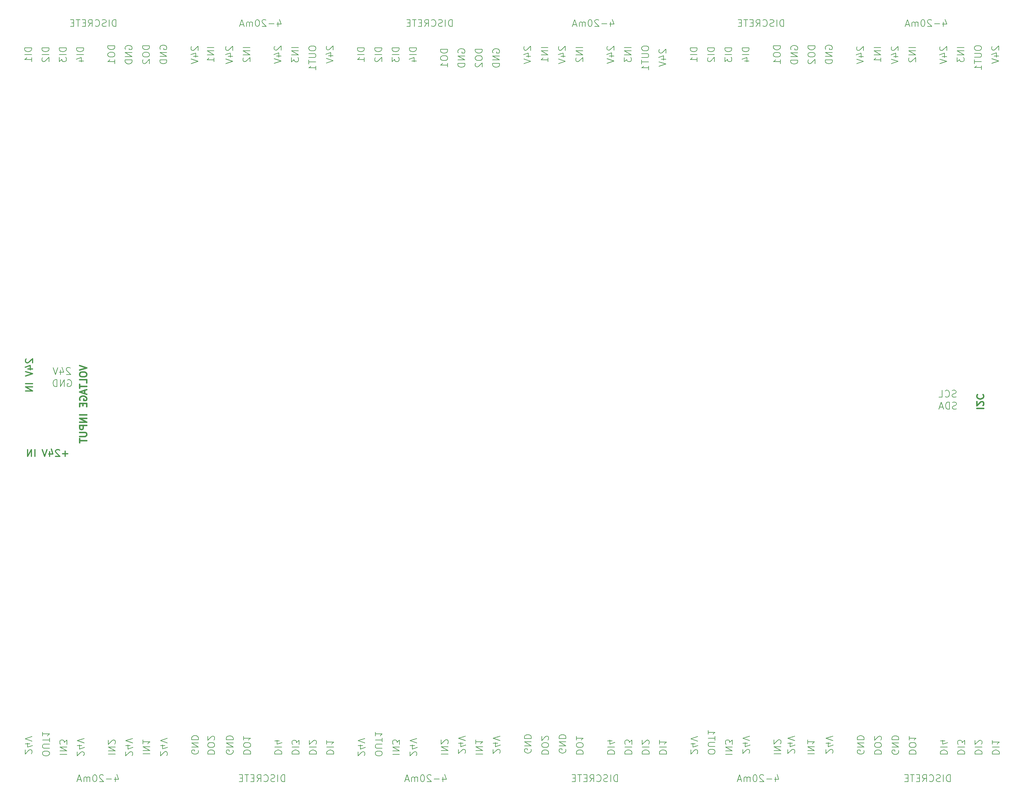
<source format=gbr>
%TF.GenerationSoftware,KiCad,Pcbnew,8.0.1*%
%TF.CreationDate,2024-04-17T10:04:04-05:00*%
%TF.ProjectId,Kristerj,4b726973-7465-4726-9a2e-6b696361645f,rev?*%
%TF.SameCoordinates,Original*%
%TF.FileFunction,Legend,Bot*%
%TF.FilePolarity,Positive*%
%FSLAX46Y46*%
G04 Gerber Fmt 4.6, Leading zero omitted, Abs format (unit mm)*
G04 Created by KiCad (PCBNEW 8.0.1) date 2024-04-17 10:04:04*
%MOMM*%
%LPD*%
G01*
G04 APERTURE LIST*
%ADD10C,0.150000*%
%ADD11C,0.400000*%
%ADD12C,0.300000*%
G04 APERTURE END LIST*
D10*
X157917438Y-98052619D02*
X155917438Y-98052619D01*
X155917438Y-98052619D02*
X155917438Y-98528809D01*
X155917438Y-98528809D02*
X156012676Y-98814524D01*
X156012676Y-98814524D02*
X156203152Y-99005000D01*
X156203152Y-99005000D02*
X156393628Y-99100238D01*
X156393628Y-99100238D02*
X156774580Y-99195476D01*
X156774580Y-99195476D02*
X157060295Y-99195476D01*
X157060295Y-99195476D02*
X157441247Y-99100238D01*
X157441247Y-99100238D02*
X157631723Y-99005000D01*
X157631723Y-99005000D02*
X157822200Y-98814524D01*
X157822200Y-98814524D02*
X157917438Y-98528809D01*
X157917438Y-98528809D02*
X157917438Y-98052619D01*
X157917438Y-100052619D02*
X155917438Y-100052619D01*
X157917438Y-102052619D02*
X157917438Y-100909762D01*
X157917438Y-101481190D02*
X155917438Y-101481190D01*
X155917438Y-101481190D02*
X156203152Y-101290714D01*
X156203152Y-101290714D02*
X156393628Y-101100238D01*
X156393628Y-101100238D02*
X156488866Y-100909762D01*
X167917438Y-98047619D02*
X165917438Y-98047619D01*
X165917438Y-98047619D02*
X165917438Y-98523809D01*
X165917438Y-98523809D02*
X166012676Y-98809524D01*
X166012676Y-98809524D02*
X166203152Y-99000000D01*
X166203152Y-99000000D02*
X166393628Y-99095238D01*
X166393628Y-99095238D02*
X166774580Y-99190476D01*
X166774580Y-99190476D02*
X167060295Y-99190476D01*
X167060295Y-99190476D02*
X167441247Y-99095238D01*
X167441247Y-99095238D02*
X167631723Y-99000000D01*
X167631723Y-99000000D02*
X167822200Y-98809524D01*
X167822200Y-98809524D02*
X167917438Y-98523809D01*
X167917438Y-98523809D02*
X167917438Y-98047619D01*
X167917438Y-100047619D02*
X165917438Y-100047619D01*
X165917438Y-100809524D02*
X165917438Y-102047619D01*
X165917438Y-102047619D02*
X166679342Y-101380952D01*
X166679342Y-101380952D02*
X166679342Y-101666667D01*
X166679342Y-101666667D02*
X166774580Y-101857143D01*
X166774580Y-101857143D02*
X166869819Y-101952381D01*
X166869819Y-101952381D02*
X167060295Y-102047619D01*
X167060295Y-102047619D02*
X167536485Y-102047619D01*
X167536485Y-102047619D02*
X167726961Y-101952381D01*
X167726961Y-101952381D02*
X167822200Y-101857143D01*
X167822200Y-101857143D02*
X167917438Y-101666667D01*
X167917438Y-101666667D02*
X167917438Y-101095238D01*
X167917438Y-101095238D02*
X167822200Y-100904762D01*
X167822200Y-100904762D02*
X167726961Y-100809524D01*
X228962380Y-90584104D02*
X228962380Y-91917438D01*
X229438571Y-89822200D02*
X229914761Y-91250771D01*
X229914761Y-91250771D02*
X228676666Y-91250771D01*
X227914761Y-91155533D02*
X226390952Y-91155533D01*
X225533809Y-90107914D02*
X225438571Y-90012676D01*
X225438571Y-90012676D02*
X225248095Y-89917438D01*
X225248095Y-89917438D02*
X224771904Y-89917438D01*
X224771904Y-89917438D02*
X224581428Y-90012676D01*
X224581428Y-90012676D02*
X224486190Y-90107914D01*
X224486190Y-90107914D02*
X224390952Y-90298390D01*
X224390952Y-90298390D02*
X224390952Y-90488866D01*
X224390952Y-90488866D02*
X224486190Y-90774580D01*
X224486190Y-90774580D02*
X225629047Y-91917438D01*
X225629047Y-91917438D02*
X224390952Y-91917438D01*
X223152857Y-89917438D02*
X222962380Y-89917438D01*
X222962380Y-89917438D02*
X222771904Y-90012676D01*
X222771904Y-90012676D02*
X222676666Y-90107914D01*
X222676666Y-90107914D02*
X222581428Y-90298390D01*
X222581428Y-90298390D02*
X222486190Y-90679342D01*
X222486190Y-90679342D02*
X222486190Y-91155533D01*
X222486190Y-91155533D02*
X222581428Y-91536485D01*
X222581428Y-91536485D02*
X222676666Y-91726961D01*
X222676666Y-91726961D02*
X222771904Y-91822200D01*
X222771904Y-91822200D02*
X222962380Y-91917438D01*
X222962380Y-91917438D02*
X223152857Y-91917438D01*
X223152857Y-91917438D02*
X223343333Y-91822200D01*
X223343333Y-91822200D02*
X223438571Y-91726961D01*
X223438571Y-91726961D02*
X223533809Y-91536485D01*
X223533809Y-91536485D02*
X223629047Y-91155533D01*
X223629047Y-91155533D02*
X223629047Y-90679342D01*
X223629047Y-90679342D02*
X223533809Y-90298390D01*
X223533809Y-90298390D02*
X223438571Y-90107914D01*
X223438571Y-90107914D02*
X223343333Y-90012676D01*
X223343333Y-90012676D02*
X223152857Y-89917438D01*
X221629047Y-91917438D02*
X221629047Y-90584104D01*
X221629047Y-90774580D02*
X221533809Y-90679342D01*
X221533809Y-90679342D02*
X221343333Y-90584104D01*
X221343333Y-90584104D02*
X221057618Y-90584104D01*
X221057618Y-90584104D02*
X220867142Y-90679342D01*
X220867142Y-90679342D02*
X220771904Y-90869819D01*
X220771904Y-90869819D02*
X220771904Y-91917438D01*
X220771904Y-90869819D02*
X220676666Y-90679342D01*
X220676666Y-90679342D02*
X220486190Y-90584104D01*
X220486190Y-90584104D02*
X220200476Y-90584104D01*
X220200476Y-90584104D02*
X220009999Y-90679342D01*
X220009999Y-90679342D02*
X219914761Y-90869819D01*
X219914761Y-90869819D02*
X219914761Y-91917438D01*
X219057618Y-91346009D02*
X218105237Y-91346009D01*
X219248094Y-91917438D02*
X218581428Y-89917438D01*
X218581428Y-89917438D02*
X217914761Y-91917438D01*
X228107914Y-97619047D02*
X228012676Y-97714285D01*
X228012676Y-97714285D02*
X227917438Y-97904761D01*
X227917438Y-97904761D02*
X227917438Y-98380952D01*
X227917438Y-98380952D02*
X228012676Y-98571428D01*
X228012676Y-98571428D02*
X228107914Y-98666666D01*
X228107914Y-98666666D02*
X228298390Y-98761904D01*
X228298390Y-98761904D02*
X228488866Y-98761904D01*
X228488866Y-98761904D02*
X228774580Y-98666666D01*
X228774580Y-98666666D02*
X229917438Y-97523809D01*
X229917438Y-97523809D02*
X229917438Y-98761904D01*
X228584104Y-100476190D02*
X229917438Y-100476190D01*
X227822200Y-99999999D02*
X229250771Y-99523809D01*
X229250771Y-99523809D02*
X229250771Y-100761904D01*
X227917438Y-101238095D02*
X229917438Y-101904761D01*
X229917438Y-101904761D02*
X227917438Y-102571428D01*
X210557438Y-98000000D02*
X208557438Y-98000000D01*
X210557438Y-98952381D02*
X208557438Y-98952381D01*
X208557438Y-98952381D02*
X210557438Y-100095238D01*
X210557438Y-100095238D02*
X208557438Y-100095238D01*
X210557438Y-102095238D02*
X210557438Y-100952381D01*
X210557438Y-101523809D02*
X208557438Y-101523809D01*
X208557438Y-101523809D02*
X208843152Y-101333333D01*
X208843152Y-101333333D02*
X209033628Y-101142857D01*
X209033628Y-101142857D02*
X209128866Y-100952381D01*
X237917438Y-98047618D02*
X237917438Y-98428571D01*
X237917438Y-98428571D02*
X238012676Y-98619047D01*
X238012676Y-98619047D02*
X238203152Y-98809523D01*
X238203152Y-98809523D02*
X238584104Y-98904761D01*
X238584104Y-98904761D02*
X239250771Y-98904761D01*
X239250771Y-98904761D02*
X239631723Y-98809523D01*
X239631723Y-98809523D02*
X239822200Y-98619047D01*
X239822200Y-98619047D02*
X239917438Y-98428571D01*
X239917438Y-98428571D02*
X239917438Y-98047618D01*
X239917438Y-98047618D02*
X239822200Y-97857142D01*
X239822200Y-97857142D02*
X239631723Y-97666666D01*
X239631723Y-97666666D02*
X239250771Y-97571428D01*
X239250771Y-97571428D02*
X238584104Y-97571428D01*
X238584104Y-97571428D02*
X238203152Y-97666666D01*
X238203152Y-97666666D02*
X238012676Y-97857142D01*
X238012676Y-97857142D02*
X237917438Y-98047618D01*
X237917438Y-99761904D02*
X239536485Y-99761904D01*
X239536485Y-99761904D02*
X239726961Y-99857142D01*
X239726961Y-99857142D02*
X239822200Y-99952380D01*
X239822200Y-99952380D02*
X239917438Y-100142856D01*
X239917438Y-100142856D02*
X239917438Y-100523809D01*
X239917438Y-100523809D02*
X239822200Y-100714285D01*
X239822200Y-100714285D02*
X239726961Y-100809523D01*
X239726961Y-100809523D02*
X239536485Y-100904761D01*
X239536485Y-100904761D02*
X237917438Y-100904761D01*
X237917438Y-101571428D02*
X237917438Y-102714285D01*
X239917438Y-102142856D02*
X237917438Y-102142856D01*
X239917438Y-104428571D02*
X239917438Y-103285714D01*
X239917438Y-103857142D02*
X237917438Y-103857142D01*
X237917438Y-103857142D02*
X238203152Y-103666666D01*
X238203152Y-103666666D02*
X238393628Y-103476190D01*
X238393628Y-103476190D02*
X238488866Y-103285714D01*
D11*
X430540561Y-202142380D02*
X432540561Y-202142380D01*
X432350085Y-201285237D02*
X432445323Y-201189999D01*
X432445323Y-201189999D02*
X432540561Y-200999523D01*
X432540561Y-200999523D02*
X432540561Y-200523332D01*
X432540561Y-200523332D02*
X432445323Y-200332856D01*
X432445323Y-200332856D02*
X432350085Y-200237618D01*
X432350085Y-200237618D02*
X432159609Y-200142380D01*
X432159609Y-200142380D02*
X431969133Y-200142380D01*
X431969133Y-200142380D02*
X431683419Y-200237618D01*
X431683419Y-200237618D02*
X430540561Y-201380475D01*
X430540561Y-201380475D02*
X430540561Y-200142380D01*
X430731038Y-198142380D02*
X430635800Y-198237618D01*
X430635800Y-198237618D02*
X430540561Y-198523332D01*
X430540561Y-198523332D02*
X430540561Y-198713808D01*
X430540561Y-198713808D02*
X430635800Y-198999523D01*
X430635800Y-198999523D02*
X430826276Y-199189999D01*
X430826276Y-199189999D02*
X431016752Y-199285237D01*
X431016752Y-199285237D02*
X431397704Y-199380475D01*
X431397704Y-199380475D02*
X431683419Y-199380475D01*
X431683419Y-199380475D02*
X432064371Y-199285237D01*
X432064371Y-199285237D02*
X432254847Y-199189999D01*
X432254847Y-199189999D02*
X432445323Y-198999523D01*
X432445323Y-198999523D02*
X432540561Y-198713808D01*
X432540561Y-198713808D02*
X432540561Y-198523332D01*
X432540561Y-198523332D02*
X432445323Y-198237618D01*
X432445323Y-198237618D02*
X432350085Y-198142380D01*
D10*
X191917438Y-97476190D02*
X189917438Y-97476190D01*
X189917438Y-97476190D02*
X189917438Y-97952380D01*
X189917438Y-97952380D02*
X190012676Y-98238095D01*
X190012676Y-98238095D02*
X190203152Y-98428571D01*
X190203152Y-98428571D02*
X190393628Y-98523809D01*
X190393628Y-98523809D02*
X190774580Y-98619047D01*
X190774580Y-98619047D02*
X191060295Y-98619047D01*
X191060295Y-98619047D02*
X191441247Y-98523809D01*
X191441247Y-98523809D02*
X191631723Y-98428571D01*
X191631723Y-98428571D02*
X191822200Y-98238095D01*
X191822200Y-98238095D02*
X191917438Y-97952380D01*
X191917438Y-97952380D02*
X191917438Y-97476190D01*
X189917438Y-99857142D02*
X189917438Y-100238095D01*
X189917438Y-100238095D02*
X190012676Y-100428571D01*
X190012676Y-100428571D02*
X190203152Y-100619047D01*
X190203152Y-100619047D02*
X190584104Y-100714285D01*
X190584104Y-100714285D02*
X191250771Y-100714285D01*
X191250771Y-100714285D02*
X191631723Y-100619047D01*
X191631723Y-100619047D02*
X191822200Y-100428571D01*
X191822200Y-100428571D02*
X191917438Y-100238095D01*
X191917438Y-100238095D02*
X191917438Y-99857142D01*
X191917438Y-99857142D02*
X191822200Y-99666666D01*
X191822200Y-99666666D02*
X191631723Y-99476190D01*
X191631723Y-99476190D02*
X191250771Y-99380952D01*
X191250771Y-99380952D02*
X190584104Y-99380952D01*
X190584104Y-99380952D02*
X190203152Y-99476190D01*
X190203152Y-99476190D02*
X190012676Y-99666666D01*
X190012676Y-99666666D02*
X189917438Y-99857142D01*
X190107914Y-101476190D02*
X190012676Y-101571428D01*
X190012676Y-101571428D02*
X189917438Y-101761904D01*
X189917438Y-101761904D02*
X189917438Y-102238095D01*
X189917438Y-102238095D02*
X190012676Y-102428571D01*
X190012676Y-102428571D02*
X190107914Y-102523809D01*
X190107914Y-102523809D02*
X190298390Y-102619047D01*
X190298390Y-102619047D02*
X190488866Y-102619047D01*
X190488866Y-102619047D02*
X190774580Y-102523809D01*
X190774580Y-102523809D02*
X191917438Y-101380952D01*
X191917438Y-101380952D02*
X191917438Y-102619047D01*
X182285714Y-91917438D02*
X182285714Y-89917438D01*
X182285714Y-89917438D02*
X181809524Y-89917438D01*
X181809524Y-89917438D02*
X181523809Y-90012676D01*
X181523809Y-90012676D02*
X181333333Y-90203152D01*
X181333333Y-90203152D02*
X181238095Y-90393628D01*
X181238095Y-90393628D02*
X181142857Y-90774580D01*
X181142857Y-90774580D02*
X181142857Y-91060295D01*
X181142857Y-91060295D02*
X181238095Y-91441247D01*
X181238095Y-91441247D02*
X181333333Y-91631723D01*
X181333333Y-91631723D02*
X181523809Y-91822200D01*
X181523809Y-91822200D02*
X181809524Y-91917438D01*
X181809524Y-91917438D02*
X182285714Y-91917438D01*
X180285714Y-91917438D02*
X180285714Y-89917438D01*
X179428571Y-91822200D02*
X179142857Y-91917438D01*
X179142857Y-91917438D02*
X178666666Y-91917438D01*
X178666666Y-91917438D02*
X178476190Y-91822200D01*
X178476190Y-91822200D02*
X178380952Y-91726961D01*
X178380952Y-91726961D02*
X178285714Y-91536485D01*
X178285714Y-91536485D02*
X178285714Y-91346009D01*
X178285714Y-91346009D02*
X178380952Y-91155533D01*
X178380952Y-91155533D02*
X178476190Y-91060295D01*
X178476190Y-91060295D02*
X178666666Y-90965057D01*
X178666666Y-90965057D02*
X179047619Y-90869819D01*
X179047619Y-90869819D02*
X179238095Y-90774580D01*
X179238095Y-90774580D02*
X179333333Y-90679342D01*
X179333333Y-90679342D02*
X179428571Y-90488866D01*
X179428571Y-90488866D02*
X179428571Y-90298390D01*
X179428571Y-90298390D02*
X179333333Y-90107914D01*
X179333333Y-90107914D02*
X179238095Y-90012676D01*
X179238095Y-90012676D02*
X179047619Y-89917438D01*
X179047619Y-89917438D02*
X178571428Y-89917438D01*
X178571428Y-89917438D02*
X178285714Y-90012676D01*
X176285714Y-91726961D02*
X176380952Y-91822200D01*
X176380952Y-91822200D02*
X176666666Y-91917438D01*
X176666666Y-91917438D02*
X176857142Y-91917438D01*
X176857142Y-91917438D02*
X177142857Y-91822200D01*
X177142857Y-91822200D02*
X177333333Y-91631723D01*
X177333333Y-91631723D02*
X177428571Y-91441247D01*
X177428571Y-91441247D02*
X177523809Y-91060295D01*
X177523809Y-91060295D02*
X177523809Y-90774580D01*
X177523809Y-90774580D02*
X177428571Y-90393628D01*
X177428571Y-90393628D02*
X177333333Y-90203152D01*
X177333333Y-90203152D02*
X177142857Y-90012676D01*
X177142857Y-90012676D02*
X176857142Y-89917438D01*
X176857142Y-89917438D02*
X176666666Y-89917438D01*
X176666666Y-89917438D02*
X176380952Y-90012676D01*
X176380952Y-90012676D02*
X176285714Y-90107914D01*
X174285714Y-91917438D02*
X174952381Y-90965057D01*
X175428571Y-91917438D02*
X175428571Y-89917438D01*
X175428571Y-89917438D02*
X174666666Y-89917438D01*
X174666666Y-89917438D02*
X174476190Y-90012676D01*
X174476190Y-90012676D02*
X174380952Y-90107914D01*
X174380952Y-90107914D02*
X174285714Y-90298390D01*
X174285714Y-90298390D02*
X174285714Y-90584104D01*
X174285714Y-90584104D02*
X174380952Y-90774580D01*
X174380952Y-90774580D02*
X174476190Y-90869819D01*
X174476190Y-90869819D02*
X174666666Y-90965057D01*
X174666666Y-90965057D02*
X175428571Y-90965057D01*
X173428571Y-90869819D02*
X172761904Y-90869819D01*
X172476190Y-91917438D02*
X173428571Y-91917438D01*
X173428571Y-91917438D02*
X173428571Y-89917438D01*
X173428571Y-89917438D02*
X172476190Y-89917438D01*
X171904761Y-89917438D02*
X170761904Y-89917438D01*
X171333333Y-91917438D02*
X171333333Y-89917438D01*
X170095237Y-90869819D02*
X169428570Y-90869819D01*
X169142856Y-91917438D02*
X170095237Y-91917438D01*
X170095237Y-91917438D02*
X170095237Y-89917438D01*
X170095237Y-89917438D02*
X169142856Y-89917438D01*
X181922438Y-97481190D02*
X179922438Y-97481190D01*
X179922438Y-97481190D02*
X179922438Y-97957380D01*
X179922438Y-97957380D02*
X180017676Y-98243095D01*
X180017676Y-98243095D02*
X180208152Y-98433571D01*
X180208152Y-98433571D02*
X180398628Y-98528809D01*
X180398628Y-98528809D02*
X180779580Y-98624047D01*
X180779580Y-98624047D02*
X181065295Y-98624047D01*
X181065295Y-98624047D02*
X181446247Y-98528809D01*
X181446247Y-98528809D02*
X181636723Y-98433571D01*
X181636723Y-98433571D02*
X181827200Y-98243095D01*
X181827200Y-98243095D02*
X181922438Y-97957380D01*
X181922438Y-97957380D02*
X181922438Y-97481190D01*
X179922438Y-99862142D02*
X179922438Y-100243095D01*
X179922438Y-100243095D02*
X180017676Y-100433571D01*
X180017676Y-100433571D02*
X180208152Y-100624047D01*
X180208152Y-100624047D02*
X180589104Y-100719285D01*
X180589104Y-100719285D02*
X181255771Y-100719285D01*
X181255771Y-100719285D02*
X181636723Y-100624047D01*
X181636723Y-100624047D02*
X181827200Y-100433571D01*
X181827200Y-100433571D02*
X181922438Y-100243095D01*
X181922438Y-100243095D02*
X181922438Y-99862142D01*
X181922438Y-99862142D02*
X181827200Y-99671666D01*
X181827200Y-99671666D02*
X181636723Y-99481190D01*
X181636723Y-99481190D02*
X181255771Y-99385952D01*
X181255771Y-99385952D02*
X180589104Y-99385952D01*
X180589104Y-99385952D02*
X180208152Y-99481190D01*
X180208152Y-99481190D02*
X180017676Y-99671666D01*
X180017676Y-99671666D02*
X179922438Y-99862142D01*
X181922438Y-102624047D02*
X181922438Y-101481190D01*
X181922438Y-102052618D02*
X179922438Y-102052618D01*
X179922438Y-102052618D02*
X180208152Y-101862142D01*
X180208152Y-101862142D02*
X180398628Y-101671666D01*
X180398628Y-101671666D02*
X180493866Y-101481190D01*
X172917438Y-98047619D02*
X170917438Y-98047619D01*
X170917438Y-98047619D02*
X170917438Y-98523809D01*
X170917438Y-98523809D02*
X171012676Y-98809524D01*
X171012676Y-98809524D02*
X171203152Y-99000000D01*
X171203152Y-99000000D02*
X171393628Y-99095238D01*
X171393628Y-99095238D02*
X171774580Y-99190476D01*
X171774580Y-99190476D02*
X172060295Y-99190476D01*
X172060295Y-99190476D02*
X172441247Y-99095238D01*
X172441247Y-99095238D02*
X172631723Y-99000000D01*
X172631723Y-99000000D02*
X172822200Y-98809524D01*
X172822200Y-98809524D02*
X172917438Y-98523809D01*
X172917438Y-98523809D02*
X172917438Y-98047619D01*
X172917438Y-100047619D02*
X170917438Y-100047619D01*
X171584104Y-101857143D02*
X172917438Y-101857143D01*
X170822200Y-101380952D02*
X172250771Y-100904762D01*
X172250771Y-100904762D02*
X172250771Y-102142857D01*
X286082561Y-301914999D02*
X288082561Y-301914999D01*
X286082561Y-300962618D02*
X288082561Y-300962618D01*
X288082561Y-300962618D02*
X286082561Y-299819761D01*
X286082561Y-299819761D02*
X288082561Y-299819761D01*
X286082561Y-297819761D02*
X286082561Y-298962618D01*
X286082561Y-298391190D02*
X288082561Y-298391190D01*
X288082561Y-298391190D02*
X287796847Y-298581666D01*
X287796847Y-298581666D02*
X287606371Y-298772142D01*
X287606371Y-298772142D02*
X287511133Y-298962618D01*
X435107914Y-97619047D02*
X435012676Y-97714285D01*
X435012676Y-97714285D02*
X434917438Y-97904761D01*
X434917438Y-97904761D02*
X434917438Y-98380952D01*
X434917438Y-98380952D02*
X435012676Y-98571428D01*
X435012676Y-98571428D02*
X435107914Y-98666666D01*
X435107914Y-98666666D02*
X435298390Y-98761904D01*
X435298390Y-98761904D02*
X435488866Y-98761904D01*
X435488866Y-98761904D02*
X435774580Y-98666666D01*
X435774580Y-98666666D02*
X436917438Y-97523809D01*
X436917438Y-97523809D02*
X436917438Y-98761904D01*
X435584104Y-100476190D02*
X436917438Y-100476190D01*
X434822200Y-99999999D02*
X436250771Y-99523809D01*
X436250771Y-99523809D02*
X436250771Y-100761904D01*
X434917438Y-101238095D02*
X436917438Y-101904761D01*
X436917438Y-101904761D02*
X434917438Y-102571428D01*
X182052380Y-308584104D02*
X182052380Y-309917438D01*
X182528571Y-307822200D02*
X183004761Y-309250771D01*
X183004761Y-309250771D02*
X181766666Y-309250771D01*
X181004761Y-309155533D02*
X179480952Y-309155533D01*
X178623809Y-308107914D02*
X178528571Y-308012676D01*
X178528571Y-308012676D02*
X178338095Y-307917438D01*
X178338095Y-307917438D02*
X177861904Y-307917438D01*
X177861904Y-307917438D02*
X177671428Y-308012676D01*
X177671428Y-308012676D02*
X177576190Y-308107914D01*
X177576190Y-308107914D02*
X177480952Y-308298390D01*
X177480952Y-308298390D02*
X177480952Y-308488866D01*
X177480952Y-308488866D02*
X177576190Y-308774580D01*
X177576190Y-308774580D02*
X178719047Y-309917438D01*
X178719047Y-309917438D02*
X177480952Y-309917438D01*
X176242857Y-307917438D02*
X176052380Y-307917438D01*
X176052380Y-307917438D02*
X175861904Y-308012676D01*
X175861904Y-308012676D02*
X175766666Y-308107914D01*
X175766666Y-308107914D02*
X175671428Y-308298390D01*
X175671428Y-308298390D02*
X175576190Y-308679342D01*
X175576190Y-308679342D02*
X175576190Y-309155533D01*
X175576190Y-309155533D02*
X175671428Y-309536485D01*
X175671428Y-309536485D02*
X175766666Y-309726961D01*
X175766666Y-309726961D02*
X175861904Y-309822200D01*
X175861904Y-309822200D02*
X176052380Y-309917438D01*
X176052380Y-309917438D02*
X176242857Y-309917438D01*
X176242857Y-309917438D02*
X176433333Y-309822200D01*
X176433333Y-309822200D02*
X176528571Y-309726961D01*
X176528571Y-309726961D02*
X176623809Y-309536485D01*
X176623809Y-309536485D02*
X176719047Y-309155533D01*
X176719047Y-309155533D02*
X176719047Y-308679342D01*
X176719047Y-308679342D02*
X176623809Y-308298390D01*
X176623809Y-308298390D02*
X176528571Y-308107914D01*
X176528571Y-308107914D02*
X176433333Y-308012676D01*
X176433333Y-308012676D02*
X176242857Y-307917438D01*
X174719047Y-309917438D02*
X174719047Y-308584104D01*
X174719047Y-308774580D02*
X174623809Y-308679342D01*
X174623809Y-308679342D02*
X174433333Y-308584104D01*
X174433333Y-308584104D02*
X174147618Y-308584104D01*
X174147618Y-308584104D02*
X173957142Y-308679342D01*
X173957142Y-308679342D02*
X173861904Y-308869819D01*
X173861904Y-308869819D02*
X173861904Y-309917438D01*
X173861904Y-308869819D02*
X173766666Y-308679342D01*
X173766666Y-308679342D02*
X173576190Y-308584104D01*
X173576190Y-308584104D02*
X173290476Y-308584104D01*
X173290476Y-308584104D02*
X173099999Y-308679342D01*
X173099999Y-308679342D02*
X173004761Y-308869819D01*
X173004761Y-308869819D02*
X173004761Y-309917438D01*
X172147618Y-309346009D02*
X171195237Y-309346009D01*
X172338094Y-309917438D02*
X171671428Y-307917438D01*
X171671428Y-307917438D02*
X171004761Y-309917438D01*
X305082561Y-301923809D02*
X307082561Y-301923809D01*
X307082561Y-301923809D02*
X307082561Y-301447619D01*
X307082561Y-301447619D02*
X306987323Y-301161904D01*
X306987323Y-301161904D02*
X306796847Y-300971428D01*
X306796847Y-300971428D02*
X306606371Y-300876190D01*
X306606371Y-300876190D02*
X306225419Y-300780952D01*
X306225419Y-300780952D02*
X305939704Y-300780952D01*
X305939704Y-300780952D02*
X305558752Y-300876190D01*
X305558752Y-300876190D02*
X305368276Y-300971428D01*
X305368276Y-300971428D02*
X305177800Y-301161904D01*
X305177800Y-301161904D02*
X305082561Y-301447619D01*
X305082561Y-301447619D02*
X305082561Y-301923809D01*
X307082561Y-299542857D02*
X307082561Y-299161904D01*
X307082561Y-299161904D02*
X306987323Y-298971428D01*
X306987323Y-298971428D02*
X306796847Y-298780952D01*
X306796847Y-298780952D02*
X306415895Y-298685714D01*
X306415895Y-298685714D02*
X305749228Y-298685714D01*
X305749228Y-298685714D02*
X305368276Y-298780952D01*
X305368276Y-298780952D02*
X305177800Y-298971428D01*
X305177800Y-298971428D02*
X305082561Y-299161904D01*
X305082561Y-299161904D02*
X305082561Y-299542857D01*
X305082561Y-299542857D02*
X305177800Y-299733333D01*
X305177800Y-299733333D02*
X305368276Y-299923809D01*
X305368276Y-299923809D02*
X305749228Y-300019047D01*
X305749228Y-300019047D02*
X306415895Y-300019047D01*
X306415895Y-300019047D02*
X306796847Y-299923809D01*
X306796847Y-299923809D02*
X306987323Y-299733333D01*
X306987323Y-299733333D02*
X307082561Y-299542857D01*
X306892085Y-297923809D02*
X306987323Y-297828571D01*
X306987323Y-297828571D02*
X307082561Y-297638095D01*
X307082561Y-297638095D02*
X307082561Y-297161904D01*
X307082561Y-297161904D02*
X306987323Y-296971428D01*
X306987323Y-296971428D02*
X306892085Y-296876190D01*
X306892085Y-296876190D02*
X306701609Y-296780952D01*
X306701609Y-296780952D02*
X306511133Y-296780952D01*
X306511133Y-296780952D02*
X306225419Y-296876190D01*
X306225419Y-296876190D02*
X305082561Y-298019047D01*
X305082561Y-298019047D02*
X305082561Y-296780952D01*
X412932438Y-98010000D02*
X410932438Y-98010000D01*
X412932438Y-98962381D02*
X410932438Y-98962381D01*
X410932438Y-98962381D02*
X412932438Y-100105238D01*
X412932438Y-100105238D02*
X410932438Y-100105238D01*
X411122914Y-100962381D02*
X411027676Y-101057619D01*
X411027676Y-101057619D02*
X410932438Y-101248095D01*
X410932438Y-101248095D02*
X410932438Y-101724286D01*
X410932438Y-101724286D02*
X411027676Y-101914762D01*
X411027676Y-101914762D02*
X411122914Y-102010000D01*
X411122914Y-102010000D02*
X411313390Y-102105238D01*
X411313390Y-102105238D02*
X411503866Y-102105238D01*
X411503866Y-102105238D02*
X411789580Y-102010000D01*
X411789580Y-102010000D02*
X412932438Y-100867143D01*
X412932438Y-100867143D02*
X412932438Y-102105238D01*
X329082561Y-301927380D02*
X331082561Y-301927380D01*
X331082561Y-301927380D02*
X331082561Y-301451190D01*
X331082561Y-301451190D02*
X330987323Y-301165475D01*
X330987323Y-301165475D02*
X330796847Y-300974999D01*
X330796847Y-300974999D02*
X330606371Y-300879761D01*
X330606371Y-300879761D02*
X330225419Y-300784523D01*
X330225419Y-300784523D02*
X329939704Y-300784523D01*
X329939704Y-300784523D02*
X329558752Y-300879761D01*
X329558752Y-300879761D02*
X329368276Y-300974999D01*
X329368276Y-300974999D02*
X329177800Y-301165475D01*
X329177800Y-301165475D02*
X329082561Y-301451190D01*
X329082561Y-301451190D02*
X329082561Y-301927380D01*
X329082561Y-299927380D02*
X331082561Y-299927380D01*
X331082561Y-299165475D02*
X331082561Y-297927380D01*
X331082561Y-297927380D02*
X330320657Y-298594047D01*
X330320657Y-298594047D02*
X330320657Y-298308332D01*
X330320657Y-298308332D02*
X330225419Y-298117856D01*
X330225419Y-298117856D02*
X330130180Y-298022618D01*
X330130180Y-298022618D02*
X329939704Y-297927380D01*
X329939704Y-297927380D02*
X329463514Y-297927380D01*
X329463514Y-297927380D02*
X329273038Y-298022618D01*
X329273038Y-298022618D02*
X329177800Y-298117856D01*
X329177800Y-298117856D02*
X329082561Y-298308332D01*
X329082561Y-298308332D02*
X329082561Y-298879761D01*
X329082561Y-298879761D02*
X329177800Y-299070237D01*
X329177800Y-299070237D02*
X329273038Y-299165475D01*
X196892085Y-302370952D02*
X196987323Y-302275714D01*
X196987323Y-302275714D02*
X197082561Y-302085238D01*
X197082561Y-302085238D02*
X197082561Y-301609047D01*
X197082561Y-301609047D02*
X196987323Y-301418571D01*
X196987323Y-301418571D02*
X196892085Y-301323333D01*
X196892085Y-301323333D02*
X196701609Y-301228095D01*
X196701609Y-301228095D02*
X196511133Y-301228095D01*
X196511133Y-301228095D02*
X196225419Y-301323333D01*
X196225419Y-301323333D02*
X195082561Y-302466190D01*
X195082561Y-302466190D02*
X195082561Y-301228095D01*
X196415895Y-299513809D02*
X195082561Y-299513809D01*
X197177800Y-299990000D02*
X195749228Y-300466190D01*
X195749228Y-300466190D02*
X195749228Y-299228095D01*
X197082561Y-298751904D02*
X195082561Y-298085238D01*
X195082561Y-298085238D02*
X197082561Y-297418571D01*
X402917438Y-98000000D02*
X400917438Y-98000000D01*
X402917438Y-98952381D02*
X400917438Y-98952381D01*
X400917438Y-98952381D02*
X402917438Y-100095238D01*
X402917438Y-100095238D02*
X400917438Y-100095238D01*
X402917438Y-102095238D02*
X402917438Y-100952381D01*
X402917438Y-101523809D02*
X400917438Y-101523809D01*
X400917438Y-101523809D02*
X401203152Y-101333333D01*
X401203152Y-101333333D02*
X401393628Y-101142857D01*
X401393628Y-101142857D02*
X401488866Y-100952381D01*
X253917438Y-98052619D02*
X251917438Y-98052619D01*
X251917438Y-98052619D02*
X251917438Y-98528809D01*
X251917438Y-98528809D02*
X252012676Y-98814524D01*
X252012676Y-98814524D02*
X252203152Y-99005000D01*
X252203152Y-99005000D02*
X252393628Y-99100238D01*
X252393628Y-99100238D02*
X252774580Y-99195476D01*
X252774580Y-99195476D02*
X253060295Y-99195476D01*
X253060295Y-99195476D02*
X253441247Y-99100238D01*
X253441247Y-99100238D02*
X253631723Y-99005000D01*
X253631723Y-99005000D02*
X253822200Y-98814524D01*
X253822200Y-98814524D02*
X253917438Y-98528809D01*
X253917438Y-98528809D02*
X253917438Y-98052619D01*
X253917438Y-100052619D02*
X251917438Y-100052619D01*
X253917438Y-102052619D02*
X253917438Y-100909762D01*
X253917438Y-101481190D02*
X251917438Y-101481190D01*
X251917438Y-101481190D02*
X252203152Y-101290714D01*
X252203152Y-101290714D02*
X252393628Y-101100238D01*
X252393628Y-101100238D02*
X252488866Y-100909762D01*
X364892085Y-301700952D02*
X364987323Y-301605714D01*
X364987323Y-301605714D02*
X365082561Y-301415238D01*
X365082561Y-301415238D02*
X365082561Y-300939047D01*
X365082561Y-300939047D02*
X364987323Y-300748571D01*
X364987323Y-300748571D02*
X364892085Y-300653333D01*
X364892085Y-300653333D02*
X364701609Y-300558095D01*
X364701609Y-300558095D02*
X364511133Y-300558095D01*
X364511133Y-300558095D02*
X364225419Y-300653333D01*
X364225419Y-300653333D02*
X363082561Y-301796190D01*
X363082561Y-301796190D02*
X363082561Y-300558095D01*
X364415895Y-298843809D02*
X363082561Y-298843809D01*
X365177800Y-299320000D02*
X363749228Y-299796190D01*
X363749228Y-299796190D02*
X363749228Y-298558095D01*
X365082561Y-298081904D02*
X363082561Y-297415238D01*
X363082561Y-297415238D02*
X365082561Y-296748571D01*
X228072561Y-301942380D02*
X230072561Y-301942380D01*
X230072561Y-301942380D02*
X230072561Y-301466190D01*
X230072561Y-301466190D02*
X229977323Y-301180475D01*
X229977323Y-301180475D02*
X229786847Y-300989999D01*
X229786847Y-300989999D02*
X229596371Y-300894761D01*
X229596371Y-300894761D02*
X229215419Y-300799523D01*
X229215419Y-300799523D02*
X228929704Y-300799523D01*
X228929704Y-300799523D02*
X228548752Y-300894761D01*
X228548752Y-300894761D02*
X228358276Y-300989999D01*
X228358276Y-300989999D02*
X228167800Y-301180475D01*
X228167800Y-301180475D02*
X228072561Y-301466190D01*
X228072561Y-301466190D02*
X228072561Y-301942380D01*
X228072561Y-299942380D02*
X230072561Y-299942380D01*
X229405895Y-298132856D02*
X228072561Y-298132856D01*
X230167800Y-298609047D02*
X228739228Y-299085237D01*
X228739228Y-299085237D02*
X228739228Y-297847142D01*
X401082561Y-301918809D02*
X403082561Y-301918809D01*
X403082561Y-301918809D02*
X403082561Y-301442619D01*
X403082561Y-301442619D02*
X402987323Y-301156904D01*
X402987323Y-301156904D02*
X402796847Y-300966428D01*
X402796847Y-300966428D02*
X402606371Y-300871190D01*
X402606371Y-300871190D02*
X402225419Y-300775952D01*
X402225419Y-300775952D02*
X401939704Y-300775952D01*
X401939704Y-300775952D02*
X401558752Y-300871190D01*
X401558752Y-300871190D02*
X401368276Y-300966428D01*
X401368276Y-300966428D02*
X401177800Y-301156904D01*
X401177800Y-301156904D02*
X401082561Y-301442619D01*
X401082561Y-301442619D02*
X401082561Y-301918809D01*
X403082561Y-299537857D02*
X403082561Y-299156904D01*
X403082561Y-299156904D02*
X402987323Y-298966428D01*
X402987323Y-298966428D02*
X402796847Y-298775952D01*
X402796847Y-298775952D02*
X402415895Y-298680714D01*
X402415895Y-298680714D02*
X401749228Y-298680714D01*
X401749228Y-298680714D02*
X401368276Y-298775952D01*
X401368276Y-298775952D02*
X401177800Y-298966428D01*
X401177800Y-298966428D02*
X401082561Y-299156904D01*
X401082561Y-299156904D02*
X401082561Y-299537857D01*
X401082561Y-299537857D02*
X401177800Y-299728333D01*
X401177800Y-299728333D02*
X401368276Y-299918809D01*
X401368276Y-299918809D02*
X401749228Y-300014047D01*
X401749228Y-300014047D02*
X402415895Y-300014047D01*
X402415895Y-300014047D02*
X402796847Y-299918809D01*
X402796847Y-299918809D02*
X402987323Y-299728333D01*
X402987323Y-299728333D02*
X403082561Y-299537857D01*
X402892085Y-297918809D02*
X402987323Y-297823571D01*
X402987323Y-297823571D02*
X403082561Y-297633095D01*
X403082561Y-297633095D02*
X403082561Y-297156904D01*
X403082561Y-297156904D02*
X402987323Y-296966428D01*
X402987323Y-296966428D02*
X402892085Y-296871190D01*
X402892085Y-296871190D02*
X402701609Y-296775952D01*
X402701609Y-296775952D02*
X402511133Y-296775952D01*
X402511133Y-296775952D02*
X402225419Y-296871190D01*
X402225419Y-296871190D02*
X401082561Y-298014047D01*
X401082561Y-298014047D02*
X401082561Y-296775952D01*
X330917438Y-98000000D02*
X328917438Y-98000000D01*
X330917438Y-98952381D02*
X328917438Y-98952381D01*
X328917438Y-98952381D02*
X330917438Y-100095238D01*
X330917438Y-100095238D02*
X328917438Y-100095238D01*
X328917438Y-100857143D02*
X328917438Y-102095238D01*
X328917438Y-102095238D02*
X329679342Y-101428571D01*
X329679342Y-101428571D02*
X329679342Y-101714286D01*
X329679342Y-101714286D02*
X329774580Y-101904762D01*
X329774580Y-101904762D02*
X329869819Y-102000000D01*
X329869819Y-102000000D02*
X330060295Y-102095238D01*
X330060295Y-102095238D02*
X330536485Y-102095238D01*
X330536485Y-102095238D02*
X330726961Y-102000000D01*
X330726961Y-102000000D02*
X330822200Y-101904762D01*
X330822200Y-101904762D02*
X330917438Y-101714286D01*
X330917438Y-101714286D02*
X330917438Y-101142857D01*
X330917438Y-101142857D02*
X330822200Y-100952381D01*
X330822200Y-100952381D02*
X330726961Y-100857143D01*
X397987323Y-300843809D02*
X398082561Y-301034285D01*
X398082561Y-301034285D02*
X398082561Y-301319999D01*
X398082561Y-301319999D02*
X397987323Y-301605714D01*
X397987323Y-301605714D02*
X397796847Y-301796190D01*
X397796847Y-301796190D02*
X397606371Y-301891428D01*
X397606371Y-301891428D02*
X397225419Y-301986666D01*
X397225419Y-301986666D02*
X396939704Y-301986666D01*
X396939704Y-301986666D02*
X396558752Y-301891428D01*
X396558752Y-301891428D02*
X396368276Y-301796190D01*
X396368276Y-301796190D02*
X396177800Y-301605714D01*
X396177800Y-301605714D02*
X396082561Y-301319999D01*
X396082561Y-301319999D02*
X396082561Y-301129523D01*
X396082561Y-301129523D02*
X396177800Y-300843809D01*
X396177800Y-300843809D02*
X396273038Y-300748571D01*
X396273038Y-300748571D02*
X396939704Y-300748571D01*
X396939704Y-300748571D02*
X396939704Y-301129523D01*
X396082561Y-299891428D02*
X398082561Y-299891428D01*
X398082561Y-299891428D02*
X396082561Y-298748571D01*
X396082561Y-298748571D02*
X398082561Y-298748571D01*
X396082561Y-297796190D02*
X398082561Y-297796190D01*
X398082561Y-297796190D02*
X398082561Y-297320000D01*
X398082561Y-297320000D02*
X397987323Y-297034285D01*
X397987323Y-297034285D02*
X397796847Y-296843809D01*
X397796847Y-296843809D02*
X397606371Y-296748571D01*
X397606371Y-296748571D02*
X397225419Y-296653333D01*
X397225419Y-296653333D02*
X396939704Y-296653333D01*
X396939704Y-296653333D02*
X396558752Y-296748571D01*
X396558752Y-296748571D02*
X396368276Y-296843809D01*
X396368276Y-296843809D02*
X396177800Y-297034285D01*
X396177800Y-297034285D02*
X396082561Y-297320000D01*
X396082561Y-297320000D02*
X396082561Y-297796190D01*
X238082561Y-301952380D02*
X240082561Y-301952380D01*
X240082561Y-301952380D02*
X240082561Y-301476190D01*
X240082561Y-301476190D02*
X239987323Y-301190475D01*
X239987323Y-301190475D02*
X239796847Y-300999999D01*
X239796847Y-300999999D02*
X239606371Y-300904761D01*
X239606371Y-300904761D02*
X239225419Y-300809523D01*
X239225419Y-300809523D02*
X238939704Y-300809523D01*
X238939704Y-300809523D02*
X238558752Y-300904761D01*
X238558752Y-300904761D02*
X238368276Y-300999999D01*
X238368276Y-300999999D02*
X238177800Y-301190475D01*
X238177800Y-301190475D02*
X238082561Y-301476190D01*
X238082561Y-301476190D02*
X238082561Y-301952380D01*
X238082561Y-299952380D02*
X240082561Y-299952380D01*
X239892085Y-299095237D02*
X239987323Y-298999999D01*
X239987323Y-298999999D02*
X240082561Y-298809523D01*
X240082561Y-298809523D02*
X240082561Y-298333332D01*
X240082561Y-298333332D02*
X239987323Y-298142856D01*
X239987323Y-298142856D02*
X239892085Y-298047618D01*
X239892085Y-298047618D02*
X239701609Y-297952380D01*
X239701609Y-297952380D02*
X239511133Y-297952380D01*
X239511133Y-297952380D02*
X239225419Y-298047618D01*
X239225419Y-298047618D02*
X238082561Y-299190475D01*
X238082561Y-299190475D02*
X238082561Y-297952380D01*
X349892085Y-301840952D02*
X349987323Y-301745714D01*
X349987323Y-301745714D02*
X350082561Y-301555238D01*
X350082561Y-301555238D02*
X350082561Y-301079047D01*
X350082561Y-301079047D02*
X349987323Y-300888571D01*
X349987323Y-300888571D02*
X349892085Y-300793333D01*
X349892085Y-300793333D02*
X349701609Y-300698095D01*
X349701609Y-300698095D02*
X349511133Y-300698095D01*
X349511133Y-300698095D02*
X349225419Y-300793333D01*
X349225419Y-300793333D02*
X348082561Y-301936190D01*
X348082561Y-301936190D02*
X348082561Y-300698095D01*
X349415895Y-298983809D02*
X348082561Y-298983809D01*
X350177800Y-299460000D02*
X348749228Y-299936190D01*
X348749228Y-299936190D02*
X348749228Y-298698095D01*
X350082561Y-298221904D02*
X348082561Y-297555238D01*
X348082561Y-297555238D02*
X350082561Y-296888571D01*
X429922438Y-97962618D02*
X429922438Y-98343571D01*
X429922438Y-98343571D02*
X430017676Y-98534047D01*
X430017676Y-98534047D02*
X430208152Y-98724523D01*
X430208152Y-98724523D02*
X430589104Y-98819761D01*
X430589104Y-98819761D02*
X431255771Y-98819761D01*
X431255771Y-98819761D02*
X431636723Y-98724523D01*
X431636723Y-98724523D02*
X431827200Y-98534047D01*
X431827200Y-98534047D02*
X431922438Y-98343571D01*
X431922438Y-98343571D02*
X431922438Y-97962618D01*
X431922438Y-97962618D02*
X431827200Y-97772142D01*
X431827200Y-97772142D02*
X431636723Y-97581666D01*
X431636723Y-97581666D02*
X431255771Y-97486428D01*
X431255771Y-97486428D02*
X430589104Y-97486428D01*
X430589104Y-97486428D02*
X430208152Y-97581666D01*
X430208152Y-97581666D02*
X430017676Y-97772142D01*
X430017676Y-97772142D02*
X429922438Y-97962618D01*
X429922438Y-99676904D02*
X431541485Y-99676904D01*
X431541485Y-99676904D02*
X431731961Y-99772142D01*
X431731961Y-99772142D02*
X431827200Y-99867380D01*
X431827200Y-99867380D02*
X431922438Y-100057856D01*
X431922438Y-100057856D02*
X431922438Y-100438809D01*
X431922438Y-100438809D02*
X431827200Y-100629285D01*
X431827200Y-100629285D02*
X431731961Y-100724523D01*
X431731961Y-100724523D02*
X431541485Y-100819761D01*
X431541485Y-100819761D02*
X429922438Y-100819761D01*
X429922438Y-101486428D02*
X429922438Y-102629285D01*
X431922438Y-102057856D02*
X429922438Y-102057856D01*
X431922438Y-104343571D02*
X431922438Y-103200714D01*
X431922438Y-103772142D02*
X429922438Y-103772142D01*
X429922438Y-103772142D02*
X430208152Y-103581666D01*
X430208152Y-103581666D02*
X430398628Y-103391190D01*
X430398628Y-103391190D02*
X430493866Y-103200714D01*
X420082561Y-301952380D02*
X422082561Y-301952380D01*
X422082561Y-301952380D02*
X422082561Y-301476190D01*
X422082561Y-301476190D02*
X421987323Y-301190475D01*
X421987323Y-301190475D02*
X421796847Y-300999999D01*
X421796847Y-300999999D02*
X421606371Y-300904761D01*
X421606371Y-300904761D02*
X421225419Y-300809523D01*
X421225419Y-300809523D02*
X420939704Y-300809523D01*
X420939704Y-300809523D02*
X420558752Y-300904761D01*
X420558752Y-300904761D02*
X420368276Y-300999999D01*
X420368276Y-300999999D02*
X420177800Y-301190475D01*
X420177800Y-301190475D02*
X420082561Y-301476190D01*
X420082561Y-301476190D02*
X420082561Y-301952380D01*
X420082561Y-299952380D02*
X422082561Y-299952380D01*
X421415895Y-298142856D02*
X420082561Y-298142856D01*
X422177800Y-298619047D02*
X420749228Y-299095237D01*
X420749228Y-299095237D02*
X420749228Y-297857142D01*
X190082561Y-301904999D02*
X192082561Y-301904999D01*
X190082561Y-300952618D02*
X192082561Y-300952618D01*
X192082561Y-300952618D02*
X190082561Y-299809761D01*
X190082561Y-299809761D02*
X192082561Y-299809761D01*
X190082561Y-297809761D02*
X190082561Y-298952618D01*
X190082561Y-298381190D02*
X192082561Y-298381190D01*
X192082561Y-298381190D02*
X191796847Y-298571666D01*
X191796847Y-298571666D02*
X191606371Y-298762142D01*
X191606371Y-298762142D02*
X191511133Y-298952618D01*
X381787561Y-301909999D02*
X383787561Y-301909999D01*
X381787561Y-300957618D02*
X383787561Y-300957618D01*
X383787561Y-300957618D02*
X381787561Y-299814761D01*
X381787561Y-299814761D02*
X383787561Y-299814761D01*
X381787561Y-297814761D02*
X381787561Y-298957618D01*
X381787561Y-298386190D02*
X383787561Y-298386190D01*
X383787561Y-298386190D02*
X383501847Y-298576666D01*
X383501847Y-298576666D02*
X383311371Y-298767142D01*
X383311371Y-298767142D02*
X383216133Y-298957618D01*
X208722561Y-301913809D02*
X210722561Y-301913809D01*
X210722561Y-301913809D02*
X210722561Y-301437619D01*
X210722561Y-301437619D02*
X210627323Y-301151904D01*
X210627323Y-301151904D02*
X210436847Y-300961428D01*
X210436847Y-300961428D02*
X210246371Y-300866190D01*
X210246371Y-300866190D02*
X209865419Y-300770952D01*
X209865419Y-300770952D02*
X209579704Y-300770952D01*
X209579704Y-300770952D02*
X209198752Y-300866190D01*
X209198752Y-300866190D02*
X209008276Y-300961428D01*
X209008276Y-300961428D02*
X208817800Y-301151904D01*
X208817800Y-301151904D02*
X208722561Y-301437619D01*
X208722561Y-301437619D02*
X208722561Y-301913809D01*
X210722561Y-299532857D02*
X210722561Y-299151904D01*
X210722561Y-299151904D02*
X210627323Y-298961428D01*
X210627323Y-298961428D02*
X210436847Y-298770952D01*
X210436847Y-298770952D02*
X210055895Y-298675714D01*
X210055895Y-298675714D02*
X209389228Y-298675714D01*
X209389228Y-298675714D02*
X209008276Y-298770952D01*
X209008276Y-298770952D02*
X208817800Y-298961428D01*
X208817800Y-298961428D02*
X208722561Y-299151904D01*
X208722561Y-299151904D02*
X208722561Y-299532857D01*
X208722561Y-299532857D02*
X208817800Y-299723333D01*
X208817800Y-299723333D02*
X209008276Y-299913809D01*
X209008276Y-299913809D02*
X209389228Y-300009047D01*
X209389228Y-300009047D02*
X210055895Y-300009047D01*
X210055895Y-300009047D02*
X210436847Y-299913809D01*
X210436847Y-299913809D02*
X210627323Y-299723333D01*
X210627323Y-299723333D02*
X210722561Y-299532857D01*
X210532085Y-297913809D02*
X210627323Y-297818571D01*
X210627323Y-297818571D02*
X210722561Y-297628095D01*
X210722561Y-297628095D02*
X210722561Y-297151904D01*
X210722561Y-297151904D02*
X210627323Y-296961428D01*
X210627323Y-296961428D02*
X210532085Y-296866190D01*
X210532085Y-296866190D02*
X210341609Y-296770952D01*
X210341609Y-296770952D02*
X210151133Y-296770952D01*
X210151133Y-296770952D02*
X209865419Y-296866190D01*
X209865419Y-296866190D02*
X208722561Y-298009047D01*
X208722561Y-298009047D02*
X208722561Y-296770952D01*
D11*
X171754438Y-189747142D02*
X173754438Y-190413808D01*
X173754438Y-190413808D02*
X171754438Y-191080475D01*
X171754438Y-192128094D02*
X171754438Y-192509047D01*
X171754438Y-192509047D02*
X171849676Y-192699523D01*
X171849676Y-192699523D02*
X172040152Y-192889999D01*
X172040152Y-192889999D02*
X172421104Y-192985237D01*
X172421104Y-192985237D02*
X173087771Y-192985237D01*
X173087771Y-192985237D02*
X173468723Y-192889999D01*
X173468723Y-192889999D02*
X173659200Y-192699523D01*
X173659200Y-192699523D02*
X173754438Y-192509047D01*
X173754438Y-192509047D02*
X173754438Y-192128094D01*
X173754438Y-192128094D02*
X173659200Y-191937618D01*
X173659200Y-191937618D02*
X173468723Y-191747142D01*
X173468723Y-191747142D02*
X173087771Y-191651904D01*
X173087771Y-191651904D02*
X172421104Y-191651904D01*
X172421104Y-191651904D02*
X172040152Y-191747142D01*
X172040152Y-191747142D02*
X171849676Y-191937618D01*
X171849676Y-191937618D02*
X171754438Y-192128094D01*
X173754438Y-194794761D02*
X173754438Y-193842380D01*
X173754438Y-193842380D02*
X171754438Y-193842380D01*
X171754438Y-195175714D02*
X171754438Y-196318571D01*
X173754438Y-195747142D02*
X171754438Y-195747142D01*
X173183009Y-196890000D02*
X173183009Y-197842381D01*
X173754438Y-196699524D02*
X171754438Y-197366190D01*
X171754438Y-197366190D02*
X173754438Y-198032857D01*
X171849676Y-199747143D02*
X171754438Y-199556667D01*
X171754438Y-199556667D02*
X171754438Y-199270953D01*
X171754438Y-199270953D02*
X171849676Y-198985238D01*
X171849676Y-198985238D02*
X172040152Y-198794762D01*
X172040152Y-198794762D02*
X172230628Y-198699524D01*
X172230628Y-198699524D02*
X172611580Y-198604286D01*
X172611580Y-198604286D02*
X172897295Y-198604286D01*
X172897295Y-198604286D02*
X173278247Y-198699524D01*
X173278247Y-198699524D02*
X173468723Y-198794762D01*
X173468723Y-198794762D02*
X173659200Y-198985238D01*
X173659200Y-198985238D02*
X173754438Y-199270953D01*
X173754438Y-199270953D02*
X173754438Y-199461429D01*
X173754438Y-199461429D02*
X173659200Y-199747143D01*
X173659200Y-199747143D02*
X173563961Y-199842381D01*
X173563961Y-199842381D02*
X172897295Y-199842381D01*
X172897295Y-199842381D02*
X172897295Y-199461429D01*
X172706819Y-200699524D02*
X172706819Y-201366191D01*
X173754438Y-201651905D02*
X173754438Y-200699524D01*
X173754438Y-200699524D02*
X171754438Y-200699524D01*
X171754438Y-200699524D02*
X171754438Y-201651905D01*
X173754438Y-204032858D02*
X171754438Y-204032858D01*
X173754438Y-204985239D02*
X171754438Y-204985239D01*
X171754438Y-204985239D02*
X173754438Y-206128096D01*
X173754438Y-206128096D02*
X171754438Y-206128096D01*
X173754438Y-207080477D02*
X171754438Y-207080477D01*
X171754438Y-207080477D02*
X171754438Y-207842382D01*
X171754438Y-207842382D02*
X171849676Y-208032858D01*
X171849676Y-208032858D02*
X171944914Y-208128096D01*
X171944914Y-208128096D02*
X172135390Y-208223334D01*
X172135390Y-208223334D02*
X172421104Y-208223334D01*
X172421104Y-208223334D02*
X172611580Y-208128096D01*
X172611580Y-208128096D02*
X172706819Y-208032858D01*
X172706819Y-208032858D02*
X172802057Y-207842382D01*
X172802057Y-207842382D02*
X172802057Y-207080477D01*
X171754438Y-209080477D02*
X173373485Y-209080477D01*
X173373485Y-209080477D02*
X173563961Y-209175715D01*
X173563961Y-209175715D02*
X173659200Y-209270953D01*
X173659200Y-209270953D02*
X173754438Y-209461429D01*
X173754438Y-209461429D02*
X173754438Y-209842382D01*
X173754438Y-209842382D02*
X173659200Y-210032858D01*
X173659200Y-210032858D02*
X173563961Y-210128096D01*
X173563961Y-210128096D02*
X173373485Y-210223334D01*
X173373485Y-210223334D02*
X171754438Y-210223334D01*
X171754438Y-210890001D02*
X171754438Y-212032858D01*
X173754438Y-211461429D02*
X171754438Y-211461429D01*
D10*
X219082561Y-301913809D02*
X221082561Y-301913809D01*
X221082561Y-301913809D02*
X221082561Y-301437619D01*
X221082561Y-301437619D02*
X220987323Y-301151904D01*
X220987323Y-301151904D02*
X220796847Y-300961428D01*
X220796847Y-300961428D02*
X220606371Y-300866190D01*
X220606371Y-300866190D02*
X220225419Y-300770952D01*
X220225419Y-300770952D02*
X219939704Y-300770952D01*
X219939704Y-300770952D02*
X219558752Y-300866190D01*
X219558752Y-300866190D02*
X219368276Y-300961428D01*
X219368276Y-300961428D02*
X219177800Y-301151904D01*
X219177800Y-301151904D02*
X219082561Y-301437619D01*
X219082561Y-301437619D02*
X219082561Y-301913809D01*
X221082561Y-299532857D02*
X221082561Y-299151904D01*
X221082561Y-299151904D02*
X220987323Y-298961428D01*
X220987323Y-298961428D02*
X220796847Y-298770952D01*
X220796847Y-298770952D02*
X220415895Y-298675714D01*
X220415895Y-298675714D02*
X219749228Y-298675714D01*
X219749228Y-298675714D02*
X219368276Y-298770952D01*
X219368276Y-298770952D02*
X219177800Y-298961428D01*
X219177800Y-298961428D02*
X219082561Y-299151904D01*
X219082561Y-299151904D02*
X219082561Y-299532857D01*
X219082561Y-299532857D02*
X219177800Y-299723333D01*
X219177800Y-299723333D02*
X219368276Y-299913809D01*
X219368276Y-299913809D02*
X219749228Y-300009047D01*
X219749228Y-300009047D02*
X220415895Y-300009047D01*
X220415895Y-300009047D02*
X220796847Y-299913809D01*
X220796847Y-299913809D02*
X220987323Y-299723333D01*
X220987323Y-299723333D02*
X221082561Y-299532857D01*
X219082561Y-296770952D02*
X219082561Y-297913809D01*
X219082561Y-297342381D02*
X221082561Y-297342381D01*
X221082561Y-297342381D02*
X220796847Y-297532857D01*
X220796847Y-297532857D02*
X220606371Y-297723333D01*
X220606371Y-297723333D02*
X220511133Y-297913809D01*
X263917438Y-98047619D02*
X261917438Y-98047619D01*
X261917438Y-98047619D02*
X261917438Y-98523809D01*
X261917438Y-98523809D02*
X262012676Y-98809524D01*
X262012676Y-98809524D02*
X262203152Y-99000000D01*
X262203152Y-99000000D02*
X262393628Y-99095238D01*
X262393628Y-99095238D02*
X262774580Y-99190476D01*
X262774580Y-99190476D02*
X263060295Y-99190476D01*
X263060295Y-99190476D02*
X263441247Y-99095238D01*
X263441247Y-99095238D02*
X263631723Y-99000000D01*
X263631723Y-99000000D02*
X263822200Y-98809524D01*
X263822200Y-98809524D02*
X263917438Y-98523809D01*
X263917438Y-98523809D02*
X263917438Y-98047619D01*
X263917438Y-100047619D02*
X261917438Y-100047619D01*
X261917438Y-100809524D02*
X261917438Y-102047619D01*
X261917438Y-102047619D02*
X262679342Y-101380952D01*
X262679342Y-101380952D02*
X262679342Y-101666667D01*
X262679342Y-101666667D02*
X262774580Y-101857143D01*
X262774580Y-101857143D02*
X262869819Y-101952381D01*
X262869819Y-101952381D02*
X263060295Y-102047619D01*
X263060295Y-102047619D02*
X263536485Y-102047619D01*
X263536485Y-102047619D02*
X263726961Y-101952381D01*
X263726961Y-101952381D02*
X263822200Y-101857143D01*
X263822200Y-101857143D02*
X263917438Y-101666667D01*
X263917438Y-101666667D02*
X263917438Y-101095238D01*
X263917438Y-101095238D02*
X263822200Y-100904762D01*
X263822200Y-100904762D02*
X263726961Y-100809524D01*
X157887085Y-301835952D02*
X157982323Y-301740714D01*
X157982323Y-301740714D02*
X158077561Y-301550238D01*
X158077561Y-301550238D02*
X158077561Y-301074047D01*
X158077561Y-301074047D02*
X157982323Y-300883571D01*
X157982323Y-300883571D02*
X157887085Y-300788333D01*
X157887085Y-300788333D02*
X157696609Y-300693095D01*
X157696609Y-300693095D02*
X157506133Y-300693095D01*
X157506133Y-300693095D02*
X157220419Y-300788333D01*
X157220419Y-300788333D02*
X156077561Y-301931190D01*
X156077561Y-301931190D02*
X156077561Y-300693095D01*
X157410895Y-298978809D02*
X156077561Y-298978809D01*
X158172800Y-299455000D02*
X156744228Y-299931190D01*
X156744228Y-299931190D02*
X156744228Y-298693095D01*
X158077561Y-298216904D02*
X156077561Y-297550238D01*
X156077561Y-297550238D02*
X158077561Y-296883571D01*
X373917438Y-97501190D02*
X371917438Y-97501190D01*
X371917438Y-97501190D02*
X371917438Y-97977380D01*
X371917438Y-97977380D02*
X372012676Y-98263095D01*
X372012676Y-98263095D02*
X372203152Y-98453571D01*
X372203152Y-98453571D02*
X372393628Y-98548809D01*
X372393628Y-98548809D02*
X372774580Y-98644047D01*
X372774580Y-98644047D02*
X373060295Y-98644047D01*
X373060295Y-98644047D02*
X373441247Y-98548809D01*
X373441247Y-98548809D02*
X373631723Y-98453571D01*
X373631723Y-98453571D02*
X373822200Y-98263095D01*
X373822200Y-98263095D02*
X373917438Y-97977380D01*
X373917438Y-97977380D02*
X373917438Y-97501190D01*
X371917438Y-99882142D02*
X371917438Y-100263095D01*
X371917438Y-100263095D02*
X372012676Y-100453571D01*
X372012676Y-100453571D02*
X372203152Y-100644047D01*
X372203152Y-100644047D02*
X372584104Y-100739285D01*
X372584104Y-100739285D02*
X373250771Y-100739285D01*
X373250771Y-100739285D02*
X373631723Y-100644047D01*
X373631723Y-100644047D02*
X373822200Y-100453571D01*
X373822200Y-100453571D02*
X373917438Y-100263095D01*
X373917438Y-100263095D02*
X373917438Y-99882142D01*
X373917438Y-99882142D02*
X373822200Y-99691666D01*
X373822200Y-99691666D02*
X373631723Y-99501190D01*
X373631723Y-99501190D02*
X373250771Y-99405952D01*
X373250771Y-99405952D02*
X372584104Y-99405952D01*
X372584104Y-99405952D02*
X372203152Y-99501190D01*
X372203152Y-99501190D02*
X372012676Y-99691666D01*
X372012676Y-99691666D02*
X371917438Y-99882142D01*
X373917438Y-102644047D02*
X373917438Y-101501190D01*
X373917438Y-102072618D02*
X371917438Y-102072618D01*
X371917438Y-102072618D02*
X372203152Y-101882142D01*
X372203152Y-101882142D02*
X372393628Y-101691666D01*
X372393628Y-101691666D02*
X372488866Y-101501190D01*
X162927438Y-98047619D02*
X160927438Y-98047619D01*
X160927438Y-98047619D02*
X160927438Y-98523809D01*
X160927438Y-98523809D02*
X161022676Y-98809524D01*
X161022676Y-98809524D02*
X161213152Y-99000000D01*
X161213152Y-99000000D02*
X161403628Y-99095238D01*
X161403628Y-99095238D02*
X161784580Y-99190476D01*
X161784580Y-99190476D02*
X162070295Y-99190476D01*
X162070295Y-99190476D02*
X162451247Y-99095238D01*
X162451247Y-99095238D02*
X162641723Y-99000000D01*
X162641723Y-99000000D02*
X162832200Y-98809524D01*
X162832200Y-98809524D02*
X162927438Y-98523809D01*
X162927438Y-98523809D02*
X162927438Y-98047619D01*
X162927438Y-100047619D02*
X160927438Y-100047619D01*
X161117914Y-100904762D02*
X161022676Y-101000000D01*
X161022676Y-101000000D02*
X160927438Y-101190476D01*
X160927438Y-101190476D02*
X160927438Y-101666667D01*
X160927438Y-101666667D02*
X161022676Y-101857143D01*
X161022676Y-101857143D02*
X161117914Y-101952381D01*
X161117914Y-101952381D02*
X161308390Y-102047619D01*
X161308390Y-102047619D02*
X161498866Y-102047619D01*
X161498866Y-102047619D02*
X161784580Y-101952381D01*
X161784580Y-101952381D02*
X162927438Y-100809524D01*
X162927438Y-100809524D02*
X162927438Y-102047619D01*
X430072561Y-301952380D02*
X432072561Y-301952380D01*
X432072561Y-301952380D02*
X432072561Y-301476190D01*
X432072561Y-301476190D02*
X431977323Y-301190475D01*
X431977323Y-301190475D02*
X431786847Y-300999999D01*
X431786847Y-300999999D02*
X431596371Y-300904761D01*
X431596371Y-300904761D02*
X431215419Y-300809523D01*
X431215419Y-300809523D02*
X430929704Y-300809523D01*
X430929704Y-300809523D02*
X430548752Y-300904761D01*
X430548752Y-300904761D02*
X430358276Y-300999999D01*
X430358276Y-300999999D02*
X430167800Y-301190475D01*
X430167800Y-301190475D02*
X430072561Y-301476190D01*
X430072561Y-301476190D02*
X430072561Y-301952380D01*
X430072561Y-299952380D02*
X432072561Y-299952380D01*
X431882085Y-299095237D02*
X431977323Y-298999999D01*
X431977323Y-298999999D02*
X432072561Y-298809523D01*
X432072561Y-298809523D02*
X432072561Y-298333332D01*
X432072561Y-298333332D02*
X431977323Y-298142856D01*
X431977323Y-298142856D02*
X431882085Y-298047618D01*
X431882085Y-298047618D02*
X431691609Y-297952380D01*
X431691609Y-297952380D02*
X431501133Y-297952380D01*
X431501133Y-297952380D02*
X431215419Y-298047618D01*
X431215419Y-298047618D02*
X430072561Y-299190475D01*
X430072561Y-299190475D02*
X430072561Y-297952380D01*
X407987323Y-300868809D02*
X408082561Y-301059285D01*
X408082561Y-301059285D02*
X408082561Y-301344999D01*
X408082561Y-301344999D02*
X407987323Y-301630714D01*
X407987323Y-301630714D02*
X407796847Y-301821190D01*
X407796847Y-301821190D02*
X407606371Y-301916428D01*
X407606371Y-301916428D02*
X407225419Y-302011666D01*
X407225419Y-302011666D02*
X406939704Y-302011666D01*
X406939704Y-302011666D02*
X406558752Y-301916428D01*
X406558752Y-301916428D02*
X406368276Y-301821190D01*
X406368276Y-301821190D02*
X406177800Y-301630714D01*
X406177800Y-301630714D02*
X406082561Y-301344999D01*
X406082561Y-301344999D02*
X406082561Y-301154523D01*
X406082561Y-301154523D02*
X406177800Y-300868809D01*
X406177800Y-300868809D02*
X406273038Y-300773571D01*
X406273038Y-300773571D02*
X406939704Y-300773571D01*
X406939704Y-300773571D02*
X406939704Y-301154523D01*
X406082561Y-299916428D02*
X408082561Y-299916428D01*
X408082561Y-299916428D02*
X406082561Y-298773571D01*
X406082561Y-298773571D02*
X408082561Y-298773571D01*
X406082561Y-297821190D02*
X408082561Y-297821190D01*
X408082561Y-297821190D02*
X408082561Y-297345000D01*
X408082561Y-297345000D02*
X407987323Y-297059285D01*
X407987323Y-297059285D02*
X407796847Y-296868809D01*
X407796847Y-296868809D02*
X407606371Y-296773571D01*
X407606371Y-296773571D02*
X407225419Y-296678333D01*
X407225419Y-296678333D02*
X406939704Y-296678333D01*
X406939704Y-296678333D02*
X406558752Y-296773571D01*
X406558752Y-296773571D02*
X406368276Y-296868809D01*
X406368276Y-296868809D02*
X406177800Y-297059285D01*
X406177800Y-297059285D02*
X406082561Y-297345000D01*
X406082561Y-297345000D02*
X406082561Y-297821190D01*
X281012676Y-99476190D02*
X280917438Y-99285714D01*
X280917438Y-99285714D02*
X280917438Y-99000000D01*
X280917438Y-99000000D02*
X281012676Y-98714285D01*
X281012676Y-98714285D02*
X281203152Y-98523809D01*
X281203152Y-98523809D02*
X281393628Y-98428571D01*
X281393628Y-98428571D02*
X281774580Y-98333333D01*
X281774580Y-98333333D02*
X282060295Y-98333333D01*
X282060295Y-98333333D02*
X282441247Y-98428571D01*
X282441247Y-98428571D02*
X282631723Y-98523809D01*
X282631723Y-98523809D02*
X282822200Y-98714285D01*
X282822200Y-98714285D02*
X282917438Y-99000000D01*
X282917438Y-99000000D02*
X282917438Y-99190476D01*
X282917438Y-99190476D02*
X282822200Y-99476190D01*
X282822200Y-99476190D02*
X282726961Y-99571428D01*
X282726961Y-99571428D02*
X282060295Y-99571428D01*
X282060295Y-99571428D02*
X282060295Y-99190476D01*
X282917438Y-100428571D02*
X280917438Y-100428571D01*
X280917438Y-100428571D02*
X282917438Y-101571428D01*
X282917438Y-101571428D02*
X280917438Y-101571428D01*
X282917438Y-102523809D02*
X280917438Y-102523809D01*
X280917438Y-102523809D02*
X280917438Y-102999999D01*
X280917438Y-102999999D02*
X281012676Y-103285714D01*
X281012676Y-103285714D02*
X281203152Y-103476190D01*
X281203152Y-103476190D02*
X281393628Y-103571428D01*
X281393628Y-103571428D02*
X281774580Y-103666666D01*
X281774580Y-103666666D02*
X282060295Y-103666666D01*
X282060295Y-103666666D02*
X282441247Y-103571428D01*
X282441247Y-103571428D02*
X282631723Y-103476190D01*
X282631723Y-103476190D02*
X282822200Y-103285714D01*
X282822200Y-103285714D02*
X282917438Y-102999999D01*
X282917438Y-102999999D02*
X282917438Y-102523809D01*
X315082561Y-301923809D02*
X317082561Y-301923809D01*
X317082561Y-301923809D02*
X317082561Y-301447619D01*
X317082561Y-301447619D02*
X316987323Y-301161904D01*
X316987323Y-301161904D02*
X316796847Y-300971428D01*
X316796847Y-300971428D02*
X316606371Y-300876190D01*
X316606371Y-300876190D02*
X316225419Y-300780952D01*
X316225419Y-300780952D02*
X315939704Y-300780952D01*
X315939704Y-300780952D02*
X315558752Y-300876190D01*
X315558752Y-300876190D02*
X315368276Y-300971428D01*
X315368276Y-300971428D02*
X315177800Y-301161904D01*
X315177800Y-301161904D02*
X315082561Y-301447619D01*
X315082561Y-301447619D02*
X315082561Y-301923809D01*
X317082561Y-299542857D02*
X317082561Y-299161904D01*
X317082561Y-299161904D02*
X316987323Y-298971428D01*
X316987323Y-298971428D02*
X316796847Y-298780952D01*
X316796847Y-298780952D02*
X316415895Y-298685714D01*
X316415895Y-298685714D02*
X315749228Y-298685714D01*
X315749228Y-298685714D02*
X315368276Y-298780952D01*
X315368276Y-298780952D02*
X315177800Y-298971428D01*
X315177800Y-298971428D02*
X315082561Y-299161904D01*
X315082561Y-299161904D02*
X315082561Y-299542857D01*
X315082561Y-299542857D02*
X315177800Y-299733333D01*
X315177800Y-299733333D02*
X315368276Y-299923809D01*
X315368276Y-299923809D02*
X315749228Y-300019047D01*
X315749228Y-300019047D02*
X316415895Y-300019047D01*
X316415895Y-300019047D02*
X316796847Y-299923809D01*
X316796847Y-299923809D02*
X316987323Y-299733333D01*
X316987323Y-299733333D02*
X317082561Y-299542857D01*
X315082561Y-296780952D02*
X315082561Y-297923809D01*
X315082561Y-297352381D02*
X317082561Y-297352381D01*
X317082561Y-297352381D02*
X316796847Y-297542857D01*
X316796847Y-297542857D02*
X316606371Y-297733333D01*
X316606371Y-297733333D02*
X316511133Y-297923809D01*
X268917438Y-98047619D02*
X266917438Y-98047619D01*
X266917438Y-98047619D02*
X266917438Y-98523809D01*
X266917438Y-98523809D02*
X267012676Y-98809524D01*
X267012676Y-98809524D02*
X267203152Y-99000000D01*
X267203152Y-99000000D02*
X267393628Y-99095238D01*
X267393628Y-99095238D02*
X267774580Y-99190476D01*
X267774580Y-99190476D02*
X268060295Y-99190476D01*
X268060295Y-99190476D02*
X268441247Y-99095238D01*
X268441247Y-99095238D02*
X268631723Y-99000000D01*
X268631723Y-99000000D02*
X268822200Y-98809524D01*
X268822200Y-98809524D02*
X268917438Y-98523809D01*
X268917438Y-98523809D02*
X268917438Y-98047619D01*
X268917438Y-100047619D02*
X266917438Y-100047619D01*
X267584104Y-101857143D02*
X268917438Y-101857143D01*
X266822200Y-101380952D02*
X268250771Y-100904762D01*
X268250771Y-100904762D02*
X268250771Y-102142857D01*
X204107914Y-97679047D02*
X204012676Y-97774285D01*
X204012676Y-97774285D02*
X203917438Y-97964761D01*
X203917438Y-97964761D02*
X203917438Y-98440952D01*
X203917438Y-98440952D02*
X204012676Y-98631428D01*
X204012676Y-98631428D02*
X204107914Y-98726666D01*
X204107914Y-98726666D02*
X204298390Y-98821904D01*
X204298390Y-98821904D02*
X204488866Y-98821904D01*
X204488866Y-98821904D02*
X204774580Y-98726666D01*
X204774580Y-98726666D02*
X205917438Y-97583809D01*
X205917438Y-97583809D02*
X205917438Y-98821904D01*
X204584104Y-100536190D02*
X205917438Y-100536190D01*
X203822200Y-100059999D02*
X205250771Y-99583809D01*
X205250771Y-99583809D02*
X205250771Y-100821904D01*
X203917438Y-101298095D02*
X205917438Y-101964761D01*
X205917438Y-101964761D02*
X203917438Y-102631428D01*
X262082561Y-301999999D02*
X264082561Y-301999999D01*
X262082561Y-301047618D02*
X264082561Y-301047618D01*
X264082561Y-301047618D02*
X262082561Y-299904761D01*
X262082561Y-299904761D02*
X264082561Y-299904761D01*
X264082561Y-299142856D02*
X264082561Y-297904761D01*
X264082561Y-297904761D02*
X263320657Y-298571428D01*
X263320657Y-298571428D02*
X263320657Y-298285713D01*
X263320657Y-298285713D02*
X263225419Y-298095237D01*
X263225419Y-298095237D02*
X263130180Y-297999999D01*
X263130180Y-297999999D02*
X262939704Y-297904761D01*
X262939704Y-297904761D02*
X262463514Y-297904761D01*
X262463514Y-297904761D02*
X262273038Y-297999999D01*
X262273038Y-297999999D02*
X262177800Y-298095237D01*
X262177800Y-298095237D02*
X262082561Y-298285713D01*
X262082561Y-298285713D02*
X262082561Y-298857142D01*
X262082561Y-298857142D02*
X262177800Y-299047618D01*
X262177800Y-299047618D02*
X262273038Y-299142856D01*
X324072561Y-301927380D02*
X326072561Y-301927380D01*
X326072561Y-301927380D02*
X326072561Y-301451190D01*
X326072561Y-301451190D02*
X325977323Y-301165475D01*
X325977323Y-301165475D02*
X325786847Y-300974999D01*
X325786847Y-300974999D02*
X325596371Y-300879761D01*
X325596371Y-300879761D02*
X325215419Y-300784523D01*
X325215419Y-300784523D02*
X324929704Y-300784523D01*
X324929704Y-300784523D02*
X324548752Y-300879761D01*
X324548752Y-300879761D02*
X324358276Y-300974999D01*
X324358276Y-300974999D02*
X324167800Y-301165475D01*
X324167800Y-301165475D02*
X324072561Y-301451190D01*
X324072561Y-301451190D02*
X324072561Y-301927380D01*
X324072561Y-299927380D02*
X326072561Y-299927380D01*
X325405895Y-298117856D02*
X324072561Y-298117856D01*
X326167800Y-298594047D02*
X324739228Y-299070237D01*
X324739228Y-299070237D02*
X324739228Y-297832142D01*
X424713571Y-202287200D02*
X424427857Y-202382438D01*
X424427857Y-202382438D02*
X423951666Y-202382438D01*
X423951666Y-202382438D02*
X423761190Y-202287200D01*
X423761190Y-202287200D02*
X423665952Y-202191961D01*
X423665952Y-202191961D02*
X423570714Y-202001485D01*
X423570714Y-202001485D02*
X423570714Y-201811009D01*
X423570714Y-201811009D02*
X423665952Y-201620533D01*
X423665952Y-201620533D02*
X423761190Y-201525295D01*
X423761190Y-201525295D02*
X423951666Y-201430057D01*
X423951666Y-201430057D02*
X424332619Y-201334819D01*
X424332619Y-201334819D02*
X424523095Y-201239580D01*
X424523095Y-201239580D02*
X424618333Y-201144342D01*
X424618333Y-201144342D02*
X424713571Y-200953866D01*
X424713571Y-200953866D02*
X424713571Y-200763390D01*
X424713571Y-200763390D02*
X424618333Y-200572914D01*
X424618333Y-200572914D02*
X424523095Y-200477676D01*
X424523095Y-200477676D02*
X424332619Y-200382438D01*
X424332619Y-200382438D02*
X423856428Y-200382438D01*
X423856428Y-200382438D02*
X423570714Y-200477676D01*
X422713571Y-202382438D02*
X422713571Y-200382438D01*
X422713571Y-200382438D02*
X422237381Y-200382438D01*
X422237381Y-200382438D02*
X421951666Y-200477676D01*
X421951666Y-200477676D02*
X421761190Y-200668152D01*
X421761190Y-200668152D02*
X421665952Y-200858628D01*
X421665952Y-200858628D02*
X421570714Y-201239580D01*
X421570714Y-201239580D02*
X421570714Y-201525295D01*
X421570714Y-201525295D02*
X421665952Y-201906247D01*
X421665952Y-201906247D02*
X421761190Y-202096723D01*
X421761190Y-202096723D02*
X421951666Y-202287200D01*
X421951666Y-202287200D02*
X422237381Y-202382438D01*
X422237381Y-202382438D02*
X422713571Y-202382438D01*
X420808809Y-201811009D02*
X419856428Y-201811009D01*
X420999285Y-202382438D02*
X420332619Y-200382438D01*
X420332619Y-200382438D02*
X419665952Y-202382438D01*
X172882085Y-302375952D02*
X172977323Y-302280714D01*
X172977323Y-302280714D02*
X173072561Y-302090238D01*
X173072561Y-302090238D02*
X173072561Y-301614047D01*
X173072561Y-301614047D02*
X172977323Y-301423571D01*
X172977323Y-301423571D02*
X172882085Y-301328333D01*
X172882085Y-301328333D02*
X172691609Y-301233095D01*
X172691609Y-301233095D02*
X172501133Y-301233095D01*
X172501133Y-301233095D02*
X172215419Y-301328333D01*
X172215419Y-301328333D02*
X171072561Y-302471190D01*
X171072561Y-302471190D02*
X171072561Y-301233095D01*
X172405895Y-299518809D02*
X171072561Y-299518809D01*
X173167800Y-299995000D02*
X171739228Y-300471190D01*
X171739228Y-300471190D02*
X171739228Y-299233095D01*
X173072561Y-298756904D02*
X171072561Y-298090238D01*
X171072561Y-298090238D02*
X173072561Y-297423571D01*
X258927438Y-98047619D02*
X256927438Y-98047619D01*
X256927438Y-98047619D02*
X256927438Y-98523809D01*
X256927438Y-98523809D02*
X257022676Y-98809524D01*
X257022676Y-98809524D02*
X257213152Y-99000000D01*
X257213152Y-99000000D02*
X257403628Y-99095238D01*
X257403628Y-99095238D02*
X257784580Y-99190476D01*
X257784580Y-99190476D02*
X258070295Y-99190476D01*
X258070295Y-99190476D02*
X258451247Y-99095238D01*
X258451247Y-99095238D02*
X258641723Y-99000000D01*
X258641723Y-99000000D02*
X258832200Y-98809524D01*
X258832200Y-98809524D02*
X258927438Y-98523809D01*
X258927438Y-98523809D02*
X258927438Y-98047619D01*
X258927438Y-100047619D02*
X256927438Y-100047619D01*
X257117914Y-100904762D02*
X257022676Y-101000000D01*
X257022676Y-101000000D02*
X256927438Y-101190476D01*
X256927438Y-101190476D02*
X256927438Y-101666667D01*
X256927438Y-101666667D02*
X257022676Y-101857143D01*
X257022676Y-101857143D02*
X257117914Y-101952381D01*
X257117914Y-101952381D02*
X257308390Y-102047619D01*
X257308390Y-102047619D02*
X257498866Y-102047619D01*
X257498866Y-102047619D02*
X257784580Y-101952381D01*
X257784580Y-101952381D02*
X258927438Y-100809524D01*
X258927438Y-100809524D02*
X258927438Y-102047619D01*
X316917438Y-98000000D02*
X314917438Y-98000000D01*
X316917438Y-98952381D02*
X314917438Y-98952381D01*
X314917438Y-98952381D02*
X316917438Y-100095238D01*
X316917438Y-100095238D02*
X314917438Y-100095238D01*
X315107914Y-100952381D02*
X315012676Y-101047619D01*
X315012676Y-101047619D02*
X314917438Y-101238095D01*
X314917438Y-101238095D02*
X314917438Y-101714286D01*
X314917438Y-101714286D02*
X315012676Y-101904762D01*
X315012676Y-101904762D02*
X315107914Y-102000000D01*
X315107914Y-102000000D02*
X315298390Y-102095238D01*
X315298390Y-102095238D02*
X315488866Y-102095238D01*
X315488866Y-102095238D02*
X315774580Y-102000000D01*
X315774580Y-102000000D02*
X316917438Y-100857143D01*
X316917438Y-100857143D02*
X316917438Y-102095238D01*
X425077561Y-301942380D02*
X427077561Y-301942380D01*
X427077561Y-301942380D02*
X427077561Y-301466190D01*
X427077561Y-301466190D02*
X426982323Y-301180475D01*
X426982323Y-301180475D02*
X426791847Y-300989999D01*
X426791847Y-300989999D02*
X426601371Y-300894761D01*
X426601371Y-300894761D02*
X426220419Y-300799523D01*
X426220419Y-300799523D02*
X425934704Y-300799523D01*
X425934704Y-300799523D02*
X425553752Y-300894761D01*
X425553752Y-300894761D02*
X425363276Y-300989999D01*
X425363276Y-300989999D02*
X425172800Y-301180475D01*
X425172800Y-301180475D02*
X425077561Y-301466190D01*
X425077561Y-301466190D02*
X425077561Y-301942380D01*
X425077561Y-299942380D02*
X427077561Y-299942380D01*
X427077561Y-299180475D02*
X427077561Y-297942380D01*
X427077561Y-297942380D02*
X426315657Y-298609047D01*
X426315657Y-298609047D02*
X426315657Y-298323332D01*
X426315657Y-298323332D02*
X426220419Y-298132856D01*
X426220419Y-298132856D02*
X426125180Y-298037618D01*
X426125180Y-298037618D02*
X425934704Y-297942380D01*
X425934704Y-297942380D02*
X425458514Y-297942380D01*
X425458514Y-297942380D02*
X425268038Y-298037618D01*
X425268038Y-298037618D02*
X425172800Y-298132856D01*
X425172800Y-298132856D02*
X425077561Y-298323332D01*
X425077561Y-298323332D02*
X425077561Y-298894761D01*
X425077561Y-298894761D02*
X425172800Y-299085237D01*
X425172800Y-299085237D02*
X425268038Y-299180475D01*
X372082561Y-301909999D02*
X374082561Y-301909999D01*
X372082561Y-300957618D02*
X374082561Y-300957618D01*
X374082561Y-300957618D02*
X372082561Y-299814761D01*
X372082561Y-299814761D02*
X374082561Y-299814761D01*
X373892085Y-298957618D02*
X373987323Y-298862380D01*
X373987323Y-298862380D02*
X374082561Y-298671904D01*
X374082561Y-298671904D02*
X374082561Y-298195713D01*
X374082561Y-298195713D02*
X373987323Y-298005237D01*
X373987323Y-298005237D02*
X373892085Y-297909999D01*
X373892085Y-297909999D02*
X373701609Y-297814761D01*
X373701609Y-297814761D02*
X373511133Y-297814761D01*
X373511133Y-297814761D02*
X373225419Y-297909999D01*
X373225419Y-297909999D02*
X372082561Y-299052856D01*
X372082561Y-299052856D02*
X372082561Y-297814761D01*
X259077561Y-301952381D02*
X259077561Y-301571428D01*
X259077561Y-301571428D02*
X258982323Y-301380952D01*
X258982323Y-301380952D02*
X258791847Y-301190476D01*
X258791847Y-301190476D02*
X258410895Y-301095238D01*
X258410895Y-301095238D02*
X257744228Y-301095238D01*
X257744228Y-301095238D02*
X257363276Y-301190476D01*
X257363276Y-301190476D02*
X257172800Y-301380952D01*
X257172800Y-301380952D02*
X257077561Y-301571428D01*
X257077561Y-301571428D02*
X257077561Y-301952381D01*
X257077561Y-301952381D02*
X257172800Y-302142857D01*
X257172800Y-302142857D02*
X257363276Y-302333333D01*
X257363276Y-302333333D02*
X257744228Y-302428571D01*
X257744228Y-302428571D02*
X258410895Y-302428571D01*
X258410895Y-302428571D02*
X258791847Y-302333333D01*
X258791847Y-302333333D02*
X258982323Y-302142857D01*
X258982323Y-302142857D02*
X259077561Y-301952381D01*
X259077561Y-300238095D02*
X257458514Y-300238095D01*
X257458514Y-300238095D02*
X257268038Y-300142857D01*
X257268038Y-300142857D02*
X257172800Y-300047619D01*
X257172800Y-300047619D02*
X257077561Y-299857143D01*
X257077561Y-299857143D02*
X257077561Y-299476190D01*
X257077561Y-299476190D02*
X257172800Y-299285714D01*
X257172800Y-299285714D02*
X257268038Y-299190476D01*
X257268038Y-299190476D02*
X257458514Y-299095238D01*
X257458514Y-299095238D02*
X259077561Y-299095238D01*
X259077561Y-298428571D02*
X259077561Y-297285714D01*
X257077561Y-297857143D02*
X259077561Y-297857143D01*
X257077561Y-295571428D02*
X257077561Y-296714285D01*
X257077561Y-296142857D02*
X259077561Y-296142857D01*
X259077561Y-296142857D02*
X258791847Y-296333333D01*
X258791847Y-296333333D02*
X258601371Y-296523809D01*
X258601371Y-296523809D02*
X258506133Y-296714285D01*
X406107914Y-97719047D02*
X406012676Y-97814285D01*
X406012676Y-97814285D02*
X405917438Y-98004761D01*
X405917438Y-98004761D02*
X405917438Y-98480952D01*
X405917438Y-98480952D02*
X406012676Y-98671428D01*
X406012676Y-98671428D02*
X406107914Y-98766666D01*
X406107914Y-98766666D02*
X406298390Y-98861904D01*
X406298390Y-98861904D02*
X406488866Y-98861904D01*
X406488866Y-98861904D02*
X406774580Y-98766666D01*
X406774580Y-98766666D02*
X407917438Y-97623809D01*
X407917438Y-97623809D02*
X407917438Y-98861904D01*
X406584104Y-100576190D02*
X407917438Y-100576190D01*
X405822200Y-100099999D02*
X407250771Y-99623809D01*
X407250771Y-99623809D02*
X407250771Y-100861904D01*
X405917438Y-101338095D02*
X407917438Y-102004761D01*
X407917438Y-102004761D02*
X405917438Y-102671428D01*
X230935714Y-309917438D02*
X230935714Y-307917438D01*
X230935714Y-307917438D02*
X230459524Y-307917438D01*
X230459524Y-307917438D02*
X230173809Y-308012676D01*
X230173809Y-308012676D02*
X229983333Y-308203152D01*
X229983333Y-308203152D02*
X229888095Y-308393628D01*
X229888095Y-308393628D02*
X229792857Y-308774580D01*
X229792857Y-308774580D02*
X229792857Y-309060295D01*
X229792857Y-309060295D02*
X229888095Y-309441247D01*
X229888095Y-309441247D02*
X229983333Y-309631723D01*
X229983333Y-309631723D02*
X230173809Y-309822200D01*
X230173809Y-309822200D02*
X230459524Y-309917438D01*
X230459524Y-309917438D02*
X230935714Y-309917438D01*
X228935714Y-309917438D02*
X228935714Y-307917438D01*
X228078571Y-309822200D02*
X227792857Y-309917438D01*
X227792857Y-309917438D02*
X227316666Y-309917438D01*
X227316666Y-309917438D02*
X227126190Y-309822200D01*
X227126190Y-309822200D02*
X227030952Y-309726961D01*
X227030952Y-309726961D02*
X226935714Y-309536485D01*
X226935714Y-309536485D02*
X226935714Y-309346009D01*
X226935714Y-309346009D02*
X227030952Y-309155533D01*
X227030952Y-309155533D02*
X227126190Y-309060295D01*
X227126190Y-309060295D02*
X227316666Y-308965057D01*
X227316666Y-308965057D02*
X227697619Y-308869819D01*
X227697619Y-308869819D02*
X227888095Y-308774580D01*
X227888095Y-308774580D02*
X227983333Y-308679342D01*
X227983333Y-308679342D02*
X228078571Y-308488866D01*
X228078571Y-308488866D02*
X228078571Y-308298390D01*
X228078571Y-308298390D02*
X227983333Y-308107914D01*
X227983333Y-308107914D02*
X227888095Y-308012676D01*
X227888095Y-308012676D02*
X227697619Y-307917438D01*
X227697619Y-307917438D02*
X227221428Y-307917438D01*
X227221428Y-307917438D02*
X226935714Y-308012676D01*
X224935714Y-309726961D02*
X225030952Y-309822200D01*
X225030952Y-309822200D02*
X225316666Y-309917438D01*
X225316666Y-309917438D02*
X225507142Y-309917438D01*
X225507142Y-309917438D02*
X225792857Y-309822200D01*
X225792857Y-309822200D02*
X225983333Y-309631723D01*
X225983333Y-309631723D02*
X226078571Y-309441247D01*
X226078571Y-309441247D02*
X226173809Y-309060295D01*
X226173809Y-309060295D02*
X226173809Y-308774580D01*
X226173809Y-308774580D02*
X226078571Y-308393628D01*
X226078571Y-308393628D02*
X225983333Y-308203152D01*
X225983333Y-308203152D02*
X225792857Y-308012676D01*
X225792857Y-308012676D02*
X225507142Y-307917438D01*
X225507142Y-307917438D02*
X225316666Y-307917438D01*
X225316666Y-307917438D02*
X225030952Y-308012676D01*
X225030952Y-308012676D02*
X224935714Y-308107914D01*
X222935714Y-309917438D02*
X223602381Y-308965057D01*
X224078571Y-309917438D02*
X224078571Y-307917438D01*
X224078571Y-307917438D02*
X223316666Y-307917438D01*
X223316666Y-307917438D02*
X223126190Y-308012676D01*
X223126190Y-308012676D02*
X223030952Y-308107914D01*
X223030952Y-308107914D02*
X222935714Y-308298390D01*
X222935714Y-308298390D02*
X222935714Y-308584104D01*
X222935714Y-308584104D02*
X223030952Y-308774580D01*
X223030952Y-308774580D02*
X223126190Y-308869819D01*
X223126190Y-308869819D02*
X223316666Y-308965057D01*
X223316666Y-308965057D02*
X224078571Y-308965057D01*
X222078571Y-308869819D02*
X221411904Y-308869819D01*
X221126190Y-309917438D02*
X222078571Y-309917438D01*
X222078571Y-309917438D02*
X222078571Y-307917438D01*
X222078571Y-307917438D02*
X221126190Y-307917438D01*
X220554761Y-307917438D02*
X219411904Y-307917438D01*
X219983333Y-309917438D02*
X219983333Y-307917438D01*
X218745237Y-308869819D02*
X218078570Y-308869819D01*
X217792856Y-309917438D02*
X218745237Y-309917438D01*
X218745237Y-309917438D02*
X218745237Y-307917438D01*
X218745237Y-307917438D02*
X217792856Y-307917438D01*
X169090952Y-190552914D02*
X168995714Y-190457676D01*
X168995714Y-190457676D02*
X168805238Y-190362438D01*
X168805238Y-190362438D02*
X168329047Y-190362438D01*
X168329047Y-190362438D02*
X168138571Y-190457676D01*
X168138571Y-190457676D02*
X168043333Y-190552914D01*
X168043333Y-190552914D02*
X167948095Y-190743390D01*
X167948095Y-190743390D02*
X167948095Y-190933866D01*
X167948095Y-190933866D02*
X168043333Y-191219580D01*
X168043333Y-191219580D02*
X169186190Y-192362438D01*
X169186190Y-192362438D02*
X167948095Y-192362438D01*
X166233809Y-191029104D02*
X166233809Y-192362438D01*
X166710000Y-190267200D02*
X167186190Y-191695771D01*
X167186190Y-191695771D02*
X165948095Y-191695771D01*
X165471904Y-190362438D02*
X164805238Y-192362438D01*
X164805238Y-192362438D02*
X164138571Y-190362438D01*
X163082561Y-301952381D02*
X163082561Y-301571428D01*
X163082561Y-301571428D02*
X162987323Y-301380952D01*
X162987323Y-301380952D02*
X162796847Y-301190476D01*
X162796847Y-301190476D02*
X162415895Y-301095238D01*
X162415895Y-301095238D02*
X161749228Y-301095238D01*
X161749228Y-301095238D02*
X161368276Y-301190476D01*
X161368276Y-301190476D02*
X161177800Y-301380952D01*
X161177800Y-301380952D02*
X161082561Y-301571428D01*
X161082561Y-301571428D02*
X161082561Y-301952381D01*
X161082561Y-301952381D02*
X161177800Y-302142857D01*
X161177800Y-302142857D02*
X161368276Y-302333333D01*
X161368276Y-302333333D02*
X161749228Y-302428571D01*
X161749228Y-302428571D02*
X162415895Y-302428571D01*
X162415895Y-302428571D02*
X162796847Y-302333333D01*
X162796847Y-302333333D02*
X162987323Y-302142857D01*
X162987323Y-302142857D02*
X163082561Y-301952381D01*
X163082561Y-300238095D02*
X161463514Y-300238095D01*
X161463514Y-300238095D02*
X161273038Y-300142857D01*
X161273038Y-300142857D02*
X161177800Y-300047619D01*
X161177800Y-300047619D02*
X161082561Y-299857143D01*
X161082561Y-299857143D02*
X161082561Y-299476190D01*
X161082561Y-299476190D02*
X161177800Y-299285714D01*
X161177800Y-299285714D02*
X161273038Y-299190476D01*
X161273038Y-299190476D02*
X161463514Y-299095238D01*
X161463514Y-299095238D02*
X163082561Y-299095238D01*
X163082561Y-298428571D02*
X163082561Y-297285714D01*
X161082561Y-297857143D02*
X163082561Y-297857143D01*
X161082561Y-295571428D02*
X161082561Y-296714285D01*
X161082561Y-296142857D02*
X163082561Y-296142857D01*
X163082561Y-296142857D02*
X162796847Y-296333333D01*
X162796847Y-296333333D02*
X162606371Y-296523809D01*
X162606371Y-296523809D02*
X162511133Y-296714285D01*
X292892085Y-301705952D02*
X292987323Y-301610714D01*
X292987323Y-301610714D02*
X293082561Y-301420238D01*
X293082561Y-301420238D02*
X293082561Y-300944047D01*
X293082561Y-300944047D02*
X292987323Y-300753571D01*
X292987323Y-300753571D02*
X292892085Y-300658333D01*
X292892085Y-300658333D02*
X292701609Y-300563095D01*
X292701609Y-300563095D02*
X292511133Y-300563095D01*
X292511133Y-300563095D02*
X292225419Y-300658333D01*
X292225419Y-300658333D02*
X291082561Y-301801190D01*
X291082561Y-301801190D02*
X291082561Y-300563095D01*
X292415895Y-298848809D02*
X291082561Y-298848809D01*
X293177800Y-299325000D02*
X291749228Y-299801190D01*
X291749228Y-299801190D02*
X291749228Y-298563095D01*
X293082561Y-298086904D02*
X291082561Y-297420238D01*
X291082561Y-297420238D02*
X293082561Y-296753571D01*
X205987323Y-300838809D02*
X206082561Y-301029285D01*
X206082561Y-301029285D02*
X206082561Y-301314999D01*
X206082561Y-301314999D02*
X205987323Y-301600714D01*
X205987323Y-301600714D02*
X205796847Y-301791190D01*
X205796847Y-301791190D02*
X205606371Y-301886428D01*
X205606371Y-301886428D02*
X205225419Y-301981666D01*
X205225419Y-301981666D02*
X204939704Y-301981666D01*
X204939704Y-301981666D02*
X204558752Y-301886428D01*
X204558752Y-301886428D02*
X204368276Y-301791190D01*
X204368276Y-301791190D02*
X204177800Y-301600714D01*
X204177800Y-301600714D02*
X204082561Y-301314999D01*
X204082561Y-301314999D02*
X204082561Y-301124523D01*
X204082561Y-301124523D02*
X204177800Y-300838809D01*
X204177800Y-300838809D02*
X204273038Y-300743571D01*
X204273038Y-300743571D02*
X204939704Y-300743571D01*
X204939704Y-300743571D02*
X204939704Y-301124523D01*
X204082561Y-299886428D02*
X206082561Y-299886428D01*
X206082561Y-299886428D02*
X204082561Y-298743571D01*
X204082561Y-298743571D02*
X206082561Y-298743571D01*
X204082561Y-297791190D02*
X206082561Y-297791190D01*
X206082561Y-297791190D02*
X206082561Y-297315000D01*
X206082561Y-297315000D02*
X205987323Y-297029285D01*
X205987323Y-297029285D02*
X205796847Y-296838809D01*
X205796847Y-296838809D02*
X205606371Y-296743571D01*
X205606371Y-296743571D02*
X205225419Y-296648333D01*
X205225419Y-296648333D02*
X204939704Y-296648333D01*
X204939704Y-296648333D02*
X204558752Y-296743571D01*
X204558752Y-296743571D02*
X204368276Y-296838809D01*
X204368276Y-296838809D02*
X204177800Y-297029285D01*
X204177800Y-297029285D02*
X204082561Y-297315000D01*
X204082561Y-297315000D02*
X204082561Y-297791190D01*
X234917438Y-98005000D02*
X232917438Y-98005000D01*
X234917438Y-98957381D02*
X232917438Y-98957381D01*
X232917438Y-98957381D02*
X234917438Y-100100238D01*
X234917438Y-100100238D02*
X232917438Y-100100238D01*
X232917438Y-100862143D02*
X232917438Y-102100238D01*
X232917438Y-102100238D02*
X233679342Y-101433571D01*
X233679342Y-101433571D02*
X233679342Y-101719286D01*
X233679342Y-101719286D02*
X233774580Y-101909762D01*
X233774580Y-101909762D02*
X233869819Y-102005000D01*
X233869819Y-102005000D02*
X234060295Y-102100238D01*
X234060295Y-102100238D02*
X234536485Y-102100238D01*
X234536485Y-102100238D02*
X234726961Y-102005000D01*
X234726961Y-102005000D02*
X234822200Y-101909762D01*
X234822200Y-101909762D02*
X234917438Y-101719286D01*
X234917438Y-101719286D02*
X234917438Y-101147857D01*
X234917438Y-101147857D02*
X234822200Y-100957381D01*
X234822200Y-100957381D02*
X234726961Y-100862143D01*
X168318809Y-193962676D02*
X168509285Y-193867438D01*
X168509285Y-193867438D02*
X168794999Y-193867438D01*
X168794999Y-193867438D02*
X169080714Y-193962676D01*
X169080714Y-193962676D02*
X169271190Y-194153152D01*
X169271190Y-194153152D02*
X169366428Y-194343628D01*
X169366428Y-194343628D02*
X169461666Y-194724580D01*
X169461666Y-194724580D02*
X169461666Y-195010295D01*
X169461666Y-195010295D02*
X169366428Y-195391247D01*
X169366428Y-195391247D02*
X169271190Y-195581723D01*
X169271190Y-195581723D02*
X169080714Y-195772200D01*
X169080714Y-195772200D02*
X168794999Y-195867438D01*
X168794999Y-195867438D02*
X168604523Y-195867438D01*
X168604523Y-195867438D02*
X168318809Y-195772200D01*
X168318809Y-195772200D02*
X168223571Y-195676961D01*
X168223571Y-195676961D02*
X168223571Y-195010295D01*
X168223571Y-195010295D02*
X168604523Y-195010295D01*
X167366428Y-195867438D02*
X167366428Y-193867438D01*
X167366428Y-193867438D02*
X166223571Y-195867438D01*
X166223571Y-195867438D02*
X166223571Y-193867438D01*
X165271190Y-195867438D02*
X165271190Y-193867438D01*
X165271190Y-193867438D02*
X164795000Y-193867438D01*
X164795000Y-193867438D02*
X164509285Y-193962676D01*
X164509285Y-193962676D02*
X164318809Y-194153152D01*
X164318809Y-194153152D02*
X164223571Y-194343628D01*
X164223571Y-194343628D02*
X164128333Y-194724580D01*
X164128333Y-194724580D02*
X164128333Y-195010295D01*
X164128333Y-195010295D02*
X164223571Y-195391247D01*
X164223571Y-195391247D02*
X164318809Y-195581723D01*
X164318809Y-195581723D02*
X164509285Y-195772200D01*
X164509285Y-195772200D02*
X164795000Y-195867438D01*
X164795000Y-195867438D02*
X165271190Y-195867438D01*
X220917438Y-98000000D02*
X218917438Y-98000000D01*
X220917438Y-98952381D02*
X218917438Y-98952381D01*
X218917438Y-98952381D02*
X220917438Y-100095238D01*
X220917438Y-100095238D02*
X218917438Y-100095238D01*
X219107914Y-100952381D02*
X219012676Y-101047619D01*
X219012676Y-101047619D02*
X218917438Y-101238095D01*
X218917438Y-101238095D02*
X218917438Y-101714286D01*
X218917438Y-101714286D02*
X219012676Y-101904762D01*
X219012676Y-101904762D02*
X219107914Y-102000000D01*
X219107914Y-102000000D02*
X219298390Y-102095238D01*
X219298390Y-102095238D02*
X219488866Y-102095238D01*
X219488866Y-102095238D02*
X219774580Y-102000000D01*
X219774580Y-102000000D02*
X220917438Y-100857143D01*
X220917438Y-100857143D02*
X220917438Y-102095238D01*
X383917438Y-97501190D02*
X381917438Y-97501190D01*
X381917438Y-97501190D02*
X381917438Y-97977380D01*
X381917438Y-97977380D02*
X382012676Y-98263095D01*
X382012676Y-98263095D02*
X382203152Y-98453571D01*
X382203152Y-98453571D02*
X382393628Y-98548809D01*
X382393628Y-98548809D02*
X382774580Y-98644047D01*
X382774580Y-98644047D02*
X383060295Y-98644047D01*
X383060295Y-98644047D02*
X383441247Y-98548809D01*
X383441247Y-98548809D02*
X383631723Y-98453571D01*
X383631723Y-98453571D02*
X383822200Y-98263095D01*
X383822200Y-98263095D02*
X383917438Y-97977380D01*
X383917438Y-97977380D02*
X383917438Y-97501190D01*
X381917438Y-99882142D02*
X381917438Y-100263095D01*
X381917438Y-100263095D02*
X382012676Y-100453571D01*
X382012676Y-100453571D02*
X382203152Y-100644047D01*
X382203152Y-100644047D02*
X382584104Y-100739285D01*
X382584104Y-100739285D02*
X383250771Y-100739285D01*
X383250771Y-100739285D02*
X383631723Y-100644047D01*
X383631723Y-100644047D02*
X383822200Y-100453571D01*
X383822200Y-100453571D02*
X383917438Y-100263095D01*
X383917438Y-100263095D02*
X383917438Y-99882142D01*
X383917438Y-99882142D02*
X383822200Y-99691666D01*
X383822200Y-99691666D02*
X383631723Y-99501190D01*
X383631723Y-99501190D02*
X383250771Y-99405952D01*
X383250771Y-99405952D02*
X382584104Y-99405952D01*
X382584104Y-99405952D02*
X382203152Y-99501190D01*
X382203152Y-99501190D02*
X382012676Y-99691666D01*
X382012676Y-99691666D02*
X381917438Y-99882142D01*
X382107914Y-101501190D02*
X382012676Y-101596428D01*
X382012676Y-101596428D02*
X381917438Y-101786904D01*
X381917438Y-101786904D02*
X381917438Y-102263095D01*
X381917438Y-102263095D02*
X382012676Y-102453571D01*
X382012676Y-102453571D02*
X382107914Y-102548809D01*
X382107914Y-102548809D02*
X382298390Y-102644047D01*
X382298390Y-102644047D02*
X382488866Y-102644047D01*
X382488866Y-102644047D02*
X382774580Y-102548809D01*
X382774580Y-102548809D02*
X383917438Y-101405952D01*
X383917438Y-101405952D02*
X383917438Y-102644047D01*
X435082561Y-301947380D02*
X437082561Y-301947380D01*
X437082561Y-301947380D02*
X437082561Y-301471190D01*
X437082561Y-301471190D02*
X436987323Y-301185475D01*
X436987323Y-301185475D02*
X436796847Y-300994999D01*
X436796847Y-300994999D02*
X436606371Y-300899761D01*
X436606371Y-300899761D02*
X436225419Y-300804523D01*
X436225419Y-300804523D02*
X435939704Y-300804523D01*
X435939704Y-300804523D02*
X435558752Y-300899761D01*
X435558752Y-300899761D02*
X435368276Y-300994999D01*
X435368276Y-300994999D02*
X435177800Y-301185475D01*
X435177800Y-301185475D02*
X435082561Y-301471190D01*
X435082561Y-301471190D02*
X435082561Y-301947380D01*
X435082561Y-299947380D02*
X437082561Y-299947380D01*
X435082561Y-297947380D02*
X435082561Y-299090237D01*
X435082561Y-298518809D02*
X437082561Y-298518809D01*
X437082561Y-298518809D02*
X436796847Y-298709285D01*
X436796847Y-298709285D02*
X436606371Y-298899761D01*
X436606371Y-298899761D02*
X436511133Y-299090237D01*
X387012676Y-98476190D02*
X386917438Y-98285714D01*
X386917438Y-98285714D02*
X386917438Y-98000000D01*
X386917438Y-98000000D02*
X387012676Y-97714285D01*
X387012676Y-97714285D02*
X387203152Y-97523809D01*
X387203152Y-97523809D02*
X387393628Y-97428571D01*
X387393628Y-97428571D02*
X387774580Y-97333333D01*
X387774580Y-97333333D02*
X388060295Y-97333333D01*
X388060295Y-97333333D02*
X388441247Y-97428571D01*
X388441247Y-97428571D02*
X388631723Y-97523809D01*
X388631723Y-97523809D02*
X388822200Y-97714285D01*
X388822200Y-97714285D02*
X388917438Y-98000000D01*
X388917438Y-98000000D02*
X388917438Y-98190476D01*
X388917438Y-98190476D02*
X388822200Y-98476190D01*
X388822200Y-98476190D02*
X388726961Y-98571428D01*
X388726961Y-98571428D02*
X388060295Y-98571428D01*
X388060295Y-98571428D02*
X388060295Y-98190476D01*
X388917438Y-99428571D02*
X386917438Y-99428571D01*
X386917438Y-99428571D02*
X388917438Y-100571428D01*
X388917438Y-100571428D02*
X386917438Y-100571428D01*
X388917438Y-101523809D02*
X386917438Y-101523809D01*
X386917438Y-101523809D02*
X386917438Y-101999999D01*
X386917438Y-101999999D02*
X387012676Y-102285714D01*
X387012676Y-102285714D02*
X387203152Y-102476190D01*
X387203152Y-102476190D02*
X387393628Y-102571428D01*
X387393628Y-102571428D02*
X387774580Y-102666666D01*
X387774580Y-102666666D02*
X388060295Y-102666666D01*
X388060295Y-102666666D02*
X388441247Y-102571428D01*
X388441247Y-102571428D02*
X388631723Y-102476190D01*
X388631723Y-102476190D02*
X388822200Y-102285714D01*
X388822200Y-102285714D02*
X388917438Y-101999999D01*
X388917438Y-101999999D02*
X388917438Y-101523809D01*
X422935714Y-309917438D02*
X422935714Y-307917438D01*
X422935714Y-307917438D02*
X422459524Y-307917438D01*
X422459524Y-307917438D02*
X422173809Y-308012676D01*
X422173809Y-308012676D02*
X421983333Y-308203152D01*
X421983333Y-308203152D02*
X421888095Y-308393628D01*
X421888095Y-308393628D02*
X421792857Y-308774580D01*
X421792857Y-308774580D02*
X421792857Y-309060295D01*
X421792857Y-309060295D02*
X421888095Y-309441247D01*
X421888095Y-309441247D02*
X421983333Y-309631723D01*
X421983333Y-309631723D02*
X422173809Y-309822200D01*
X422173809Y-309822200D02*
X422459524Y-309917438D01*
X422459524Y-309917438D02*
X422935714Y-309917438D01*
X420935714Y-309917438D02*
X420935714Y-307917438D01*
X420078571Y-309822200D02*
X419792857Y-309917438D01*
X419792857Y-309917438D02*
X419316666Y-309917438D01*
X419316666Y-309917438D02*
X419126190Y-309822200D01*
X419126190Y-309822200D02*
X419030952Y-309726961D01*
X419030952Y-309726961D02*
X418935714Y-309536485D01*
X418935714Y-309536485D02*
X418935714Y-309346009D01*
X418935714Y-309346009D02*
X419030952Y-309155533D01*
X419030952Y-309155533D02*
X419126190Y-309060295D01*
X419126190Y-309060295D02*
X419316666Y-308965057D01*
X419316666Y-308965057D02*
X419697619Y-308869819D01*
X419697619Y-308869819D02*
X419888095Y-308774580D01*
X419888095Y-308774580D02*
X419983333Y-308679342D01*
X419983333Y-308679342D02*
X420078571Y-308488866D01*
X420078571Y-308488866D02*
X420078571Y-308298390D01*
X420078571Y-308298390D02*
X419983333Y-308107914D01*
X419983333Y-308107914D02*
X419888095Y-308012676D01*
X419888095Y-308012676D02*
X419697619Y-307917438D01*
X419697619Y-307917438D02*
X419221428Y-307917438D01*
X419221428Y-307917438D02*
X418935714Y-308012676D01*
X416935714Y-309726961D02*
X417030952Y-309822200D01*
X417030952Y-309822200D02*
X417316666Y-309917438D01*
X417316666Y-309917438D02*
X417507142Y-309917438D01*
X417507142Y-309917438D02*
X417792857Y-309822200D01*
X417792857Y-309822200D02*
X417983333Y-309631723D01*
X417983333Y-309631723D02*
X418078571Y-309441247D01*
X418078571Y-309441247D02*
X418173809Y-309060295D01*
X418173809Y-309060295D02*
X418173809Y-308774580D01*
X418173809Y-308774580D02*
X418078571Y-308393628D01*
X418078571Y-308393628D02*
X417983333Y-308203152D01*
X417983333Y-308203152D02*
X417792857Y-308012676D01*
X417792857Y-308012676D02*
X417507142Y-307917438D01*
X417507142Y-307917438D02*
X417316666Y-307917438D01*
X417316666Y-307917438D02*
X417030952Y-308012676D01*
X417030952Y-308012676D02*
X416935714Y-308107914D01*
X414935714Y-309917438D02*
X415602381Y-308965057D01*
X416078571Y-309917438D02*
X416078571Y-307917438D01*
X416078571Y-307917438D02*
X415316666Y-307917438D01*
X415316666Y-307917438D02*
X415126190Y-308012676D01*
X415126190Y-308012676D02*
X415030952Y-308107914D01*
X415030952Y-308107914D02*
X414935714Y-308298390D01*
X414935714Y-308298390D02*
X414935714Y-308584104D01*
X414935714Y-308584104D02*
X415030952Y-308774580D01*
X415030952Y-308774580D02*
X415126190Y-308869819D01*
X415126190Y-308869819D02*
X415316666Y-308965057D01*
X415316666Y-308965057D02*
X416078571Y-308965057D01*
X414078571Y-308869819D02*
X413411904Y-308869819D01*
X413126190Y-309917438D02*
X414078571Y-309917438D01*
X414078571Y-309917438D02*
X414078571Y-307917438D01*
X414078571Y-307917438D02*
X413126190Y-307917438D01*
X412554761Y-307917438D02*
X411411904Y-307917438D01*
X411983333Y-309917438D02*
X411983333Y-307917438D01*
X410745237Y-308869819D02*
X410078570Y-308869819D01*
X409792856Y-309917438D02*
X410745237Y-309917438D01*
X410745237Y-309917438D02*
X410745237Y-307917438D01*
X410745237Y-307917438D02*
X409792856Y-307917438D01*
X372512380Y-308584104D02*
X372512380Y-309917438D01*
X372988571Y-307822200D02*
X373464761Y-309250771D01*
X373464761Y-309250771D02*
X372226666Y-309250771D01*
X371464761Y-309155533D02*
X369940952Y-309155533D01*
X369083809Y-308107914D02*
X368988571Y-308012676D01*
X368988571Y-308012676D02*
X368798095Y-307917438D01*
X368798095Y-307917438D02*
X368321904Y-307917438D01*
X368321904Y-307917438D02*
X368131428Y-308012676D01*
X368131428Y-308012676D02*
X368036190Y-308107914D01*
X368036190Y-308107914D02*
X367940952Y-308298390D01*
X367940952Y-308298390D02*
X367940952Y-308488866D01*
X367940952Y-308488866D02*
X368036190Y-308774580D01*
X368036190Y-308774580D02*
X369179047Y-309917438D01*
X369179047Y-309917438D02*
X367940952Y-309917438D01*
X366702857Y-307917438D02*
X366512380Y-307917438D01*
X366512380Y-307917438D02*
X366321904Y-308012676D01*
X366321904Y-308012676D02*
X366226666Y-308107914D01*
X366226666Y-308107914D02*
X366131428Y-308298390D01*
X366131428Y-308298390D02*
X366036190Y-308679342D01*
X366036190Y-308679342D02*
X366036190Y-309155533D01*
X366036190Y-309155533D02*
X366131428Y-309536485D01*
X366131428Y-309536485D02*
X366226666Y-309726961D01*
X366226666Y-309726961D02*
X366321904Y-309822200D01*
X366321904Y-309822200D02*
X366512380Y-309917438D01*
X366512380Y-309917438D02*
X366702857Y-309917438D01*
X366702857Y-309917438D02*
X366893333Y-309822200D01*
X366893333Y-309822200D02*
X366988571Y-309726961D01*
X366988571Y-309726961D02*
X367083809Y-309536485D01*
X367083809Y-309536485D02*
X367179047Y-309155533D01*
X367179047Y-309155533D02*
X367179047Y-308679342D01*
X367179047Y-308679342D02*
X367083809Y-308298390D01*
X367083809Y-308298390D02*
X366988571Y-308107914D01*
X366988571Y-308107914D02*
X366893333Y-308012676D01*
X366893333Y-308012676D02*
X366702857Y-307917438D01*
X365179047Y-309917438D02*
X365179047Y-308584104D01*
X365179047Y-308774580D02*
X365083809Y-308679342D01*
X365083809Y-308679342D02*
X364893333Y-308584104D01*
X364893333Y-308584104D02*
X364607618Y-308584104D01*
X364607618Y-308584104D02*
X364417142Y-308679342D01*
X364417142Y-308679342D02*
X364321904Y-308869819D01*
X364321904Y-308869819D02*
X364321904Y-309917438D01*
X364321904Y-308869819D02*
X364226666Y-308679342D01*
X364226666Y-308679342D02*
X364036190Y-308584104D01*
X364036190Y-308584104D02*
X363750476Y-308584104D01*
X363750476Y-308584104D02*
X363559999Y-308679342D01*
X363559999Y-308679342D02*
X363464761Y-308869819D01*
X363464761Y-308869819D02*
X363464761Y-309917438D01*
X362607618Y-309346009D02*
X361655237Y-309346009D01*
X362798094Y-309917438D02*
X362131428Y-307917438D01*
X362131428Y-307917438D02*
X361464761Y-309917438D01*
X215987323Y-300863809D02*
X216082561Y-301054285D01*
X216082561Y-301054285D02*
X216082561Y-301339999D01*
X216082561Y-301339999D02*
X215987323Y-301625714D01*
X215987323Y-301625714D02*
X215796847Y-301816190D01*
X215796847Y-301816190D02*
X215606371Y-301911428D01*
X215606371Y-301911428D02*
X215225419Y-302006666D01*
X215225419Y-302006666D02*
X214939704Y-302006666D01*
X214939704Y-302006666D02*
X214558752Y-301911428D01*
X214558752Y-301911428D02*
X214368276Y-301816190D01*
X214368276Y-301816190D02*
X214177800Y-301625714D01*
X214177800Y-301625714D02*
X214082561Y-301339999D01*
X214082561Y-301339999D02*
X214082561Y-301149523D01*
X214082561Y-301149523D02*
X214177800Y-300863809D01*
X214177800Y-300863809D02*
X214273038Y-300768571D01*
X214273038Y-300768571D02*
X214939704Y-300768571D01*
X214939704Y-300768571D02*
X214939704Y-301149523D01*
X214082561Y-299911428D02*
X216082561Y-299911428D01*
X216082561Y-299911428D02*
X214082561Y-298768571D01*
X214082561Y-298768571D02*
X216082561Y-298768571D01*
X214082561Y-297816190D02*
X216082561Y-297816190D01*
X216082561Y-297816190D02*
X216082561Y-297340000D01*
X216082561Y-297340000D02*
X215987323Y-297054285D01*
X215987323Y-297054285D02*
X215796847Y-296863809D01*
X215796847Y-296863809D02*
X215606371Y-296768571D01*
X215606371Y-296768571D02*
X215225419Y-296673333D01*
X215225419Y-296673333D02*
X214939704Y-296673333D01*
X214939704Y-296673333D02*
X214558752Y-296768571D01*
X214558752Y-296768571D02*
X214368276Y-296863809D01*
X214368276Y-296863809D02*
X214177800Y-297054285D01*
X214177800Y-297054285D02*
X214082561Y-297340000D01*
X214082561Y-297340000D02*
X214082561Y-297816190D01*
X334072561Y-301927380D02*
X336072561Y-301927380D01*
X336072561Y-301927380D02*
X336072561Y-301451190D01*
X336072561Y-301451190D02*
X335977323Y-301165475D01*
X335977323Y-301165475D02*
X335786847Y-300974999D01*
X335786847Y-300974999D02*
X335596371Y-300879761D01*
X335596371Y-300879761D02*
X335215419Y-300784523D01*
X335215419Y-300784523D02*
X334929704Y-300784523D01*
X334929704Y-300784523D02*
X334548752Y-300879761D01*
X334548752Y-300879761D02*
X334358276Y-300974999D01*
X334358276Y-300974999D02*
X334167800Y-301165475D01*
X334167800Y-301165475D02*
X334072561Y-301451190D01*
X334072561Y-301451190D02*
X334072561Y-301927380D01*
X334072561Y-299927380D02*
X336072561Y-299927380D01*
X335882085Y-299070237D02*
X335977323Y-298974999D01*
X335977323Y-298974999D02*
X336072561Y-298784523D01*
X336072561Y-298784523D02*
X336072561Y-298308332D01*
X336072561Y-298308332D02*
X335977323Y-298117856D01*
X335977323Y-298117856D02*
X335882085Y-298022618D01*
X335882085Y-298022618D02*
X335691609Y-297927380D01*
X335691609Y-297927380D02*
X335501133Y-297927380D01*
X335501133Y-297927380D02*
X335215419Y-298022618D01*
X335215419Y-298022618D02*
X334072561Y-299165475D01*
X334072561Y-299165475D02*
X334072561Y-297927380D01*
X253892085Y-302380952D02*
X253987323Y-302285714D01*
X253987323Y-302285714D02*
X254082561Y-302095238D01*
X254082561Y-302095238D02*
X254082561Y-301619047D01*
X254082561Y-301619047D02*
X253987323Y-301428571D01*
X253987323Y-301428571D02*
X253892085Y-301333333D01*
X253892085Y-301333333D02*
X253701609Y-301238095D01*
X253701609Y-301238095D02*
X253511133Y-301238095D01*
X253511133Y-301238095D02*
X253225419Y-301333333D01*
X253225419Y-301333333D02*
X252082561Y-302476190D01*
X252082561Y-302476190D02*
X252082561Y-301238095D01*
X253415895Y-299523809D02*
X252082561Y-299523809D01*
X254177800Y-300000000D02*
X252749228Y-300476190D01*
X252749228Y-300476190D02*
X252749228Y-299238095D01*
X254082561Y-298761904D02*
X252082561Y-298095238D01*
X252082561Y-298095238D02*
X254082561Y-297428571D01*
X324952380Y-90584104D02*
X324952380Y-91917438D01*
X325428571Y-89822200D02*
X325904761Y-91250771D01*
X325904761Y-91250771D02*
X324666666Y-91250771D01*
X323904761Y-91155533D02*
X322380952Y-91155533D01*
X321523809Y-90107914D02*
X321428571Y-90012676D01*
X321428571Y-90012676D02*
X321238095Y-89917438D01*
X321238095Y-89917438D02*
X320761904Y-89917438D01*
X320761904Y-89917438D02*
X320571428Y-90012676D01*
X320571428Y-90012676D02*
X320476190Y-90107914D01*
X320476190Y-90107914D02*
X320380952Y-90298390D01*
X320380952Y-90298390D02*
X320380952Y-90488866D01*
X320380952Y-90488866D02*
X320476190Y-90774580D01*
X320476190Y-90774580D02*
X321619047Y-91917438D01*
X321619047Y-91917438D02*
X320380952Y-91917438D01*
X319142857Y-89917438D02*
X318952380Y-89917438D01*
X318952380Y-89917438D02*
X318761904Y-90012676D01*
X318761904Y-90012676D02*
X318666666Y-90107914D01*
X318666666Y-90107914D02*
X318571428Y-90298390D01*
X318571428Y-90298390D02*
X318476190Y-90679342D01*
X318476190Y-90679342D02*
X318476190Y-91155533D01*
X318476190Y-91155533D02*
X318571428Y-91536485D01*
X318571428Y-91536485D02*
X318666666Y-91726961D01*
X318666666Y-91726961D02*
X318761904Y-91822200D01*
X318761904Y-91822200D02*
X318952380Y-91917438D01*
X318952380Y-91917438D02*
X319142857Y-91917438D01*
X319142857Y-91917438D02*
X319333333Y-91822200D01*
X319333333Y-91822200D02*
X319428571Y-91726961D01*
X319428571Y-91726961D02*
X319523809Y-91536485D01*
X319523809Y-91536485D02*
X319619047Y-91155533D01*
X319619047Y-91155533D02*
X319619047Y-90679342D01*
X319619047Y-90679342D02*
X319523809Y-90298390D01*
X319523809Y-90298390D02*
X319428571Y-90107914D01*
X319428571Y-90107914D02*
X319333333Y-90012676D01*
X319333333Y-90012676D02*
X319142857Y-89917438D01*
X317619047Y-91917438D02*
X317619047Y-90584104D01*
X317619047Y-90774580D02*
X317523809Y-90679342D01*
X317523809Y-90679342D02*
X317333333Y-90584104D01*
X317333333Y-90584104D02*
X317047618Y-90584104D01*
X317047618Y-90584104D02*
X316857142Y-90679342D01*
X316857142Y-90679342D02*
X316761904Y-90869819D01*
X316761904Y-90869819D02*
X316761904Y-91917438D01*
X316761904Y-90869819D02*
X316666666Y-90679342D01*
X316666666Y-90679342D02*
X316476190Y-90584104D01*
X316476190Y-90584104D02*
X316190476Y-90584104D01*
X316190476Y-90584104D02*
X315999999Y-90679342D01*
X315999999Y-90679342D02*
X315904761Y-90869819D01*
X315904761Y-90869819D02*
X315904761Y-91917438D01*
X315047618Y-91346009D02*
X314095237Y-91346009D01*
X315238094Y-91917438D02*
X314571428Y-89917438D01*
X314571428Y-89917438D02*
X313904761Y-91917438D01*
X324117914Y-97624047D02*
X324022676Y-97719285D01*
X324022676Y-97719285D02*
X323927438Y-97909761D01*
X323927438Y-97909761D02*
X323927438Y-98385952D01*
X323927438Y-98385952D02*
X324022676Y-98576428D01*
X324022676Y-98576428D02*
X324117914Y-98671666D01*
X324117914Y-98671666D02*
X324308390Y-98766904D01*
X324308390Y-98766904D02*
X324498866Y-98766904D01*
X324498866Y-98766904D02*
X324784580Y-98671666D01*
X324784580Y-98671666D02*
X325927438Y-97528809D01*
X325927438Y-97528809D02*
X325927438Y-98766904D01*
X324594104Y-100481190D02*
X325927438Y-100481190D01*
X323832200Y-100004999D02*
X325260771Y-99528809D01*
X325260771Y-99528809D02*
X325260771Y-100766904D01*
X323927438Y-101243095D02*
X325927438Y-101909761D01*
X325927438Y-101909761D02*
X323927438Y-102576428D01*
X277917438Y-98476190D02*
X275917438Y-98476190D01*
X275917438Y-98476190D02*
X275917438Y-98952380D01*
X275917438Y-98952380D02*
X276012676Y-99238095D01*
X276012676Y-99238095D02*
X276203152Y-99428571D01*
X276203152Y-99428571D02*
X276393628Y-99523809D01*
X276393628Y-99523809D02*
X276774580Y-99619047D01*
X276774580Y-99619047D02*
X277060295Y-99619047D01*
X277060295Y-99619047D02*
X277441247Y-99523809D01*
X277441247Y-99523809D02*
X277631723Y-99428571D01*
X277631723Y-99428571D02*
X277822200Y-99238095D01*
X277822200Y-99238095D02*
X277917438Y-98952380D01*
X277917438Y-98952380D02*
X277917438Y-98476190D01*
X275917438Y-100857142D02*
X275917438Y-101238095D01*
X275917438Y-101238095D02*
X276012676Y-101428571D01*
X276012676Y-101428571D02*
X276203152Y-101619047D01*
X276203152Y-101619047D02*
X276584104Y-101714285D01*
X276584104Y-101714285D02*
X277250771Y-101714285D01*
X277250771Y-101714285D02*
X277631723Y-101619047D01*
X277631723Y-101619047D02*
X277822200Y-101428571D01*
X277822200Y-101428571D02*
X277917438Y-101238095D01*
X277917438Y-101238095D02*
X277917438Y-100857142D01*
X277917438Y-100857142D02*
X277822200Y-100666666D01*
X277822200Y-100666666D02*
X277631723Y-100476190D01*
X277631723Y-100476190D02*
X277250771Y-100380952D01*
X277250771Y-100380952D02*
X276584104Y-100380952D01*
X276584104Y-100380952D02*
X276203152Y-100476190D01*
X276203152Y-100476190D02*
X276012676Y-100666666D01*
X276012676Y-100666666D02*
X275917438Y-100857142D01*
X277917438Y-103619047D02*
X277917438Y-102476190D01*
X277917438Y-103047618D02*
X275917438Y-103047618D01*
X275917438Y-103047618D02*
X276203152Y-102857142D01*
X276203152Y-102857142D02*
X276393628Y-102666666D01*
X276393628Y-102666666D02*
X276488866Y-102476190D01*
X377892085Y-301700952D02*
X377987323Y-301605714D01*
X377987323Y-301605714D02*
X378082561Y-301415238D01*
X378082561Y-301415238D02*
X378082561Y-300939047D01*
X378082561Y-300939047D02*
X377987323Y-300748571D01*
X377987323Y-300748571D02*
X377892085Y-300653333D01*
X377892085Y-300653333D02*
X377701609Y-300558095D01*
X377701609Y-300558095D02*
X377511133Y-300558095D01*
X377511133Y-300558095D02*
X377225419Y-300653333D01*
X377225419Y-300653333D02*
X376082561Y-301796190D01*
X376082561Y-301796190D02*
X376082561Y-300558095D01*
X377415895Y-298843809D02*
X376082561Y-298843809D01*
X378177800Y-299320000D02*
X376749228Y-299796190D01*
X376749228Y-299796190D02*
X376749228Y-298558095D01*
X378082561Y-298081904D02*
X376082561Y-297415238D01*
X376082561Y-297415238D02*
X378082561Y-296748571D01*
X306917438Y-98000000D02*
X304917438Y-98000000D01*
X306917438Y-98952381D02*
X304917438Y-98952381D01*
X304917438Y-98952381D02*
X306917438Y-100095238D01*
X306917438Y-100095238D02*
X304917438Y-100095238D01*
X306917438Y-102095238D02*
X306917438Y-100952381D01*
X306917438Y-101523809D02*
X304917438Y-101523809D01*
X304917438Y-101523809D02*
X305203152Y-101333333D01*
X305203152Y-101333333D02*
X305393628Y-101142857D01*
X305393628Y-101142857D02*
X305488866Y-100952381D01*
X214107914Y-97679047D02*
X214012676Y-97774285D01*
X214012676Y-97774285D02*
X213917438Y-97964761D01*
X213917438Y-97964761D02*
X213917438Y-98440952D01*
X213917438Y-98440952D02*
X214012676Y-98631428D01*
X214012676Y-98631428D02*
X214107914Y-98726666D01*
X214107914Y-98726666D02*
X214298390Y-98821904D01*
X214298390Y-98821904D02*
X214488866Y-98821904D01*
X214488866Y-98821904D02*
X214774580Y-98726666D01*
X214774580Y-98726666D02*
X215917438Y-97583809D01*
X215917438Y-97583809D02*
X215917438Y-98821904D01*
X214584104Y-100536190D02*
X215917438Y-100536190D01*
X213822200Y-100059999D02*
X215250771Y-99583809D01*
X215250771Y-99583809D02*
X215250771Y-100821904D01*
X213917438Y-101298095D02*
X215917438Y-101964761D01*
X215917438Y-101964761D02*
X213917438Y-102631428D01*
X233077561Y-301942380D02*
X235077561Y-301942380D01*
X235077561Y-301942380D02*
X235077561Y-301466190D01*
X235077561Y-301466190D02*
X234982323Y-301180475D01*
X234982323Y-301180475D02*
X234791847Y-300989999D01*
X234791847Y-300989999D02*
X234601371Y-300894761D01*
X234601371Y-300894761D02*
X234220419Y-300799523D01*
X234220419Y-300799523D02*
X233934704Y-300799523D01*
X233934704Y-300799523D02*
X233553752Y-300894761D01*
X233553752Y-300894761D02*
X233363276Y-300989999D01*
X233363276Y-300989999D02*
X233172800Y-301180475D01*
X233172800Y-301180475D02*
X233077561Y-301466190D01*
X233077561Y-301466190D02*
X233077561Y-301942380D01*
X233077561Y-299942380D02*
X235077561Y-299942380D01*
X235077561Y-299180475D02*
X235077561Y-297942380D01*
X235077561Y-297942380D02*
X234315657Y-298609047D01*
X234315657Y-298609047D02*
X234315657Y-298323332D01*
X234315657Y-298323332D02*
X234220419Y-298132856D01*
X234220419Y-298132856D02*
X234125180Y-298037618D01*
X234125180Y-298037618D02*
X233934704Y-297942380D01*
X233934704Y-297942380D02*
X233458514Y-297942380D01*
X233458514Y-297942380D02*
X233268038Y-298037618D01*
X233268038Y-298037618D02*
X233172800Y-298132856D01*
X233172800Y-298132856D02*
X233077561Y-298323332D01*
X233077561Y-298323332D02*
X233077561Y-298894761D01*
X233077561Y-298894761D02*
X233172800Y-299085237D01*
X233172800Y-299085237D02*
X233268038Y-299180475D01*
X426917438Y-98000000D02*
X424917438Y-98000000D01*
X426917438Y-98952381D02*
X424917438Y-98952381D01*
X424917438Y-98952381D02*
X426917438Y-100095238D01*
X426917438Y-100095238D02*
X424917438Y-100095238D01*
X424917438Y-100857143D02*
X424917438Y-102095238D01*
X424917438Y-102095238D02*
X425679342Y-101428571D01*
X425679342Y-101428571D02*
X425679342Y-101714286D01*
X425679342Y-101714286D02*
X425774580Y-101904762D01*
X425774580Y-101904762D02*
X425869819Y-102000000D01*
X425869819Y-102000000D02*
X426060295Y-102095238D01*
X426060295Y-102095238D02*
X426536485Y-102095238D01*
X426536485Y-102095238D02*
X426726961Y-102000000D01*
X426726961Y-102000000D02*
X426822200Y-101904762D01*
X426822200Y-101904762D02*
X426917438Y-101714286D01*
X426917438Y-101714286D02*
X426917438Y-101142857D01*
X426917438Y-101142857D02*
X426822200Y-100952381D01*
X426822200Y-100952381D02*
X426726961Y-100857143D01*
X276592380Y-308584104D02*
X276592380Y-309917438D01*
X277068571Y-307822200D02*
X277544761Y-309250771D01*
X277544761Y-309250771D02*
X276306666Y-309250771D01*
X275544761Y-309155533D02*
X274020952Y-309155533D01*
X273163809Y-308107914D02*
X273068571Y-308012676D01*
X273068571Y-308012676D02*
X272878095Y-307917438D01*
X272878095Y-307917438D02*
X272401904Y-307917438D01*
X272401904Y-307917438D02*
X272211428Y-308012676D01*
X272211428Y-308012676D02*
X272116190Y-308107914D01*
X272116190Y-308107914D02*
X272020952Y-308298390D01*
X272020952Y-308298390D02*
X272020952Y-308488866D01*
X272020952Y-308488866D02*
X272116190Y-308774580D01*
X272116190Y-308774580D02*
X273259047Y-309917438D01*
X273259047Y-309917438D02*
X272020952Y-309917438D01*
X270782857Y-307917438D02*
X270592380Y-307917438D01*
X270592380Y-307917438D02*
X270401904Y-308012676D01*
X270401904Y-308012676D02*
X270306666Y-308107914D01*
X270306666Y-308107914D02*
X270211428Y-308298390D01*
X270211428Y-308298390D02*
X270116190Y-308679342D01*
X270116190Y-308679342D02*
X270116190Y-309155533D01*
X270116190Y-309155533D02*
X270211428Y-309536485D01*
X270211428Y-309536485D02*
X270306666Y-309726961D01*
X270306666Y-309726961D02*
X270401904Y-309822200D01*
X270401904Y-309822200D02*
X270592380Y-309917438D01*
X270592380Y-309917438D02*
X270782857Y-309917438D01*
X270782857Y-309917438D02*
X270973333Y-309822200D01*
X270973333Y-309822200D02*
X271068571Y-309726961D01*
X271068571Y-309726961D02*
X271163809Y-309536485D01*
X271163809Y-309536485D02*
X271259047Y-309155533D01*
X271259047Y-309155533D02*
X271259047Y-308679342D01*
X271259047Y-308679342D02*
X271163809Y-308298390D01*
X271163809Y-308298390D02*
X271068571Y-308107914D01*
X271068571Y-308107914D02*
X270973333Y-308012676D01*
X270973333Y-308012676D02*
X270782857Y-307917438D01*
X269259047Y-309917438D02*
X269259047Y-308584104D01*
X269259047Y-308774580D02*
X269163809Y-308679342D01*
X269163809Y-308679342D02*
X268973333Y-308584104D01*
X268973333Y-308584104D02*
X268687618Y-308584104D01*
X268687618Y-308584104D02*
X268497142Y-308679342D01*
X268497142Y-308679342D02*
X268401904Y-308869819D01*
X268401904Y-308869819D02*
X268401904Y-309917438D01*
X268401904Y-308869819D02*
X268306666Y-308679342D01*
X268306666Y-308679342D02*
X268116190Y-308584104D01*
X268116190Y-308584104D02*
X267830476Y-308584104D01*
X267830476Y-308584104D02*
X267639999Y-308679342D01*
X267639999Y-308679342D02*
X267544761Y-308869819D01*
X267544761Y-308869819D02*
X267544761Y-309917438D01*
X266687618Y-309346009D02*
X265735237Y-309346009D01*
X266878094Y-309917438D02*
X266211428Y-307917438D01*
X266211428Y-307917438D02*
X265544761Y-309917438D01*
X359917438Y-98047619D02*
X357917438Y-98047619D01*
X357917438Y-98047619D02*
X357917438Y-98523809D01*
X357917438Y-98523809D02*
X358012676Y-98809524D01*
X358012676Y-98809524D02*
X358203152Y-99000000D01*
X358203152Y-99000000D02*
X358393628Y-99095238D01*
X358393628Y-99095238D02*
X358774580Y-99190476D01*
X358774580Y-99190476D02*
X359060295Y-99190476D01*
X359060295Y-99190476D02*
X359441247Y-99095238D01*
X359441247Y-99095238D02*
X359631723Y-99000000D01*
X359631723Y-99000000D02*
X359822200Y-98809524D01*
X359822200Y-98809524D02*
X359917438Y-98523809D01*
X359917438Y-98523809D02*
X359917438Y-98047619D01*
X359917438Y-100047619D02*
X357917438Y-100047619D01*
X357917438Y-100809524D02*
X357917438Y-102047619D01*
X357917438Y-102047619D02*
X358679342Y-101380952D01*
X358679342Y-101380952D02*
X358679342Y-101666667D01*
X358679342Y-101666667D02*
X358774580Y-101857143D01*
X358774580Y-101857143D02*
X358869819Y-101952381D01*
X358869819Y-101952381D02*
X359060295Y-102047619D01*
X359060295Y-102047619D02*
X359536485Y-102047619D01*
X359536485Y-102047619D02*
X359726961Y-101952381D01*
X359726961Y-101952381D02*
X359822200Y-101857143D01*
X359822200Y-101857143D02*
X359917438Y-101666667D01*
X359917438Y-101666667D02*
X359917438Y-101095238D01*
X359917438Y-101095238D02*
X359822200Y-100904762D01*
X359822200Y-100904762D02*
X359726961Y-100809524D01*
X166072561Y-301994999D02*
X168072561Y-301994999D01*
X166072561Y-301042618D02*
X168072561Y-301042618D01*
X168072561Y-301042618D02*
X166072561Y-299899761D01*
X166072561Y-299899761D02*
X168072561Y-299899761D01*
X168072561Y-299137856D02*
X168072561Y-297899761D01*
X168072561Y-297899761D02*
X167310657Y-298566428D01*
X167310657Y-298566428D02*
X167310657Y-298280713D01*
X167310657Y-298280713D02*
X167215419Y-298090237D01*
X167215419Y-298090237D02*
X167120180Y-297994999D01*
X167120180Y-297994999D02*
X166929704Y-297899761D01*
X166929704Y-297899761D02*
X166453514Y-297899761D01*
X166453514Y-297899761D02*
X166263038Y-297994999D01*
X166263038Y-297994999D02*
X166167800Y-298090237D01*
X166167800Y-298090237D02*
X166072561Y-298280713D01*
X166072561Y-298280713D02*
X166072561Y-298852142D01*
X166072561Y-298852142D02*
X166167800Y-299042618D01*
X166167800Y-299042618D02*
X166263038Y-299137856D01*
X339112914Y-98484047D02*
X339017676Y-98579285D01*
X339017676Y-98579285D02*
X338922438Y-98769761D01*
X338922438Y-98769761D02*
X338922438Y-99245952D01*
X338922438Y-99245952D02*
X339017676Y-99436428D01*
X339017676Y-99436428D02*
X339112914Y-99531666D01*
X339112914Y-99531666D02*
X339303390Y-99626904D01*
X339303390Y-99626904D02*
X339493866Y-99626904D01*
X339493866Y-99626904D02*
X339779580Y-99531666D01*
X339779580Y-99531666D02*
X340922438Y-98388809D01*
X340922438Y-98388809D02*
X340922438Y-99626904D01*
X339589104Y-101341190D02*
X340922438Y-101341190D01*
X338827200Y-100864999D02*
X340255771Y-100388809D01*
X340255771Y-100388809D02*
X340255771Y-101626904D01*
X338922438Y-102103095D02*
X340922438Y-102769761D01*
X340922438Y-102769761D02*
X338922438Y-103436428D01*
X301987323Y-300523809D02*
X302082561Y-300714285D01*
X302082561Y-300714285D02*
X302082561Y-300999999D01*
X302082561Y-300999999D02*
X301987323Y-301285714D01*
X301987323Y-301285714D02*
X301796847Y-301476190D01*
X301796847Y-301476190D02*
X301606371Y-301571428D01*
X301606371Y-301571428D02*
X301225419Y-301666666D01*
X301225419Y-301666666D02*
X300939704Y-301666666D01*
X300939704Y-301666666D02*
X300558752Y-301571428D01*
X300558752Y-301571428D02*
X300368276Y-301476190D01*
X300368276Y-301476190D02*
X300177800Y-301285714D01*
X300177800Y-301285714D02*
X300082561Y-300999999D01*
X300082561Y-300999999D02*
X300082561Y-300809523D01*
X300082561Y-300809523D02*
X300177800Y-300523809D01*
X300177800Y-300523809D02*
X300273038Y-300428571D01*
X300273038Y-300428571D02*
X300939704Y-300428571D01*
X300939704Y-300428571D02*
X300939704Y-300809523D01*
X300082561Y-299571428D02*
X302082561Y-299571428D01*
X302082561Y-299571428D02*
X300082561Y-298428571D01*
X300082561Y-298428571D02*
X302082561Y-298428571D01*
X300082561Y-297476190D02*
X302082561Y-297476190D01*
X302082561Y-297476190D02*
X302082561Y-297000000D01*
X302082561Y-297000000D02*
X301987323Y-296714285D01*
X301987323Y-296714285D02*
X301796847Y-296523809D01*
X301796847Y-296523809D02*
X301606371Y-296428571D01*
X301606371Y-296428571D02*
X301225419Y-296333333D01*
X301225419Y-296333333D02*
X300939704Y-296333333D01*
X300939704Y-296333333D02*
X300558752Y-296428571D01*
X300558752Y-296428571D02*
X300368276Y-296523809D01*
X300368276Y-296523809D02*
X300177800Y-296714285D01*
X300177800Y-296714285D02*
X300082561Y-297000000D01*
X300082561Y-297000000D02*
X300082561Y-297476190D01*
X339082561Y-301922380D02*
X341082561Y-301922380D01*
X341082561Y-301922380D02*
X341082561Y-301446190D01*
X341082561Y-301446190D02*
X340987323Y-301160475D01*
X340987323Y-301160475D02*
X340796847Y-300969999D01*
X340796847Y-300969999D02*
X340606371Y-300874761D01*
X340606371Y-300874761D02*
X340225419Y-300779523D01*
X340225419Y-300779523D02*
X339939704Y-300779523D01*
X339939704Y-300779523D02*
X339558752Y-300874761D01*
X339558752Y-300874761D02*
X339368276Y-300969999D01*
X339368276Y-300969999D02*
X339177800Y-301160475D01*
X339177800Y-301160475D02*
X339082561Y-301446190D01*
X339082561Y-301446190D02*
X339082561Y-301922380D01*
X339082561Y-299922380D02*
X341082561Y-299922380D01*
X339082561Y-297922380D02*
X339082561Y-299065237D01*
X339082561Y-298493809D02*
X341082561Y-298493809D01*
X341082561Y-298493809D02*
X340796847Y-298684285D01*
X340796847Y-298684285D02*
X340606371Y-298874761D01*
X340606371Y-298874761D02*
X340511133Y-299065237D01*
X358072561Y-301994999D02*
X360072561Y-301994999D01*
X358072561Y-301042618D02*
X360072561Y-301042618D01*
X360072561Y-301042618D02*
X358072561Y-299899761D01*
X358072561Y-299899761D02*
X360072561Y-299899761D01*
X360072561Y-299137856D02*
X360072561Y-297899761D01*
X360072561Y-297899761D02*
X359310657Y-298566428D01*
X359310657Y-298566428D02*
X359310657Y-298280713D01*
X359310657Y-298280713D02*
X359215419Y-298090237D01*
X359215419Y-298090237D02*
X359120180Y-297994999D01*
X359120180Y-297994999D02*
X358929704Y-297899761D01*
X358929704Y-297899761D02*
X358453514Y-297899761D01*
X358453514Y-297899761D02*
X358263038Y-297994999D01*
X358263038Y-297994999D02*
X358167800Y-298090237D01*
X358167800Y-298090237D02*
X358072561Y-298280713D01*
X358072561Y-298280713D02*
X358072561Y-298852142D01*
X358072561Y-298852142D02*
X358167800Y-299042618D01*
X358167800Y-299042618D02*
X358263038Y-299137856D01*
X374895714Y-91927438D02*
X374895714Y-89927438D01*
X374895714Y-89927438D02*
X374419524Y-89927438D01*
X374419524Y-89927438D02*
X374133809Y-90022676D01*
X374133809Y-90022676D02*
X373943333Y-90213152D01*
X373943333Y-90213152D02*
X373848095Y-90403628D01*
X373848095Y-90403628D02*
X373752857Y-90784580D01*
X373752857Y-90784580D02*
X373752857Y-91070295D01*
X373752857Y-91070295D02*
X373848095Y-91451247D01*
X373848095Y-91451247D02*
X373943333Y-91641723D01*
X373943333Y-91641723D02*
X374133809Y-91832200D01*
X374133809Y-91832200D02*
X374419524Y-91927438D01*
X374419524Y-91927438D02*
X374895714Y-91927438D01*
X372895714Y-91927438D02*
X372895714Y-89927438D01*
X372038571Y-91832200D02*
X371752857Y-91927438D01*
X371752857Y-91927438D02*
X371276666Y-91927438D01*
X371276666Y-91927438D02*
X371086190Y-91832200D01*
X371086190Y-91832200D02*
X370990952Y-91736961D01*
X370990952Y-91736961D02*
X370895714Y-91546485D01*
X370895714Y-91546485D02*
X370895714Y-91356009D01*
X370895714Y-91356009D02*
X370990952Y-91165533D01*
X370990952Y-91165533D02*
X371086190Y-91070295D01*
X371086190Y-91070295D02*
X371276666Y-90975057D01*
X371276666Y-90975057D02*
X371657619Y-90879819D01*
X371657619Y-90879819D02*
X371848095Y-90784580D01*
X371848095Y-90784580D02*
X371943333Y-90689342D01*
X371943333Y-90689342D02*
X372038571Y-90498866D01*
X372038571Y-90498866D02*
X372038571Y-90308390D01*
X372038571Y-90308390D02*
X371943333Y-90117914D01*
X371943333Y-90117914D02*
X371848095Y-90022676D01*
X371848095Y-90022676D02*
X371657619Y-89927438D01*
X371657619Y-89927438D02*
X371181428Y-89927438D01*
X371181428Y-89927438D02*
X370895714Y-90022676D01*
X368895714Y-91736961D02*
X368990952Y-91832200D01*
X368990952Y-91832200D02*
X369276666Y-91927438D01*
X369276666Y-91927438D02*
X369467142Y-91927438D01*
X369467142Y-91927438D02*
X369752857Y-91832200D01*
X369752857Y-91832200D02*
X369943333Y-91641723D01*
X369943333Y-91641723D02*
X370038571Y-91451247D01*
X370038571Y-91451247D02*
X370133809Y-91070295D01*
X370133809Y-91070295D02*
X370133809Y-90784580D01*
X370133809Y-90784580D02*
X370038571Y-90403628D01*
X370038571Y-90403628D02*
X369943333Y-90213152D01*
X369943333Y-90213152D02*
X369752857Y-90022676D01*
X369752857Y-90022676D02*
X369467142Y-89927438D01*
X369467142Y-89927438D02*
X369276666Y-89927438D01*
X369276666Y-89927438D02*
X368990952Y-90022676D01*
X368990952Y-90022676D02*
X368895714Y-90117914D01*
X366895714Y-91927438D02*
X367562381Y-90975057D01*
X368038571Y-91927438D02*
X368038571Y-89927438D01*
X368038571Y-89927438D02*
X367276666Y-89927438D01*
X367276666Y-89927438D02*
X367086190Y-90022676D01*
X367086190Y-90022676D02*
X366990952Y-90117914D01*
X366990952Y-90117914D02*
X366895714Y-90308390D01*
X366895714Y-90308390D02*
X366895714Y-90594104D01*
X366895714Y-90594104D02*
X366990952Y-90784580D01*
X366990952Y-90784580D02*
X367086190Y-90879819D01*
X367086190Y-90879819D02*
X367276666Y-90975057D01*
X367276666Y-90975057D02*
X368038571Y-90975057D01*
X366038571Y-90879819D02*
X365371904Y-90879819D01*
X365086190Y-91927438D02*
X366038571Y-91927438D01*
X366038571Y-91927438D02*
X366038571Y-89927438D01*
X366038571Y-89927438D02*
X365086190Y-89927438D01*
X364514761Y-89927438D02*
X363371904Y-89927438D01*
X363943333Y-91927438D02*
X363943333Y-89927438D01*
X362705237Y-90879819D02*
X362038570Y-90879819D01*
X361752856Y-91927438D02*
X362705237Y-91927438D01*
X362705237Y-91927438D02*
X362705237Y-89927438D01*
X362705237Y-89927438D02*
X361752856Y-89927438D01*
X291012676Y-99476190D02*
X290917438Y-99285714D01*
X290917438Y-99285714D02*
X290917438Y-99000000D01*
X290917438Y-99000000D02*
X291012676Y-98714285D01*
X291012676Y-98714285D02*
X291203152Y-98523809D01*
X291203152Y-98523809D02*
X291393628Y-98428571D01*
X291393628Y-98428571D02*
X291774580Y-98333333D01*
X291774580Y-98333333D02*
X292060295Y-98333333D01*
X292060295Y-98333333D02*
X292441247Y-98428571D01*
X292441247Y-98428571D02*
X292631723Y-98523809D01*
X292631723Y-98523809D02*
X292822200Y-98714285D01*
X292822200Y-98714285D02*
X292917438Y-99000000D01*
X292917438Y-99000000D02*
X292917438Y-99190476D01*
X292917438Y-99190476D02*
X292822200Y-99476190D01*
X292822200Y-99476190D02*
X292726961Y-99571428D01*
X292726961Y-99571428D02*
X292060295Y-99571428D01*
X292060295Y-99571428D02*
X292060295Y-99190476D01*
X292917438Y-100428571D02*
X290917438Y-100428571D01*
X290917438Y-100428571D02*
X292917438Y-101571428D01*
X292917438Y-101571428D02*
X290917438Y-101571428D01*
X292917438Y-102523809D02*
X290917438Y-102523809D01*
X290917438Y-102523809D02*
X290917438Y-102999999D01*
X290917438Y-102999999D02*
X291012676Y-103285714D01*
X291012676Y-103285714D02*
X291203152Y-103476190D01*
X291203152Y-103476190D02*
X291393628Y-103571428D01*
X291393628Y-103571428D02*
X291774580Y-103666666D01*
X291774580Y-103666666D02*
X292060295Y-103666666D01*
X292060295Y-103666666D02*
X292441247Y-103571428D01*
X292441247Y-103571428D02*
X292631723Y-103476190D01*
X292631723Y-103476190D02*
X292822200Y-103285714D01*
X292822200Y-103285714D02*
X292917438Y-102999999D01*
X292917438Y-102999999D02*
X292917438Y-102523809D01*
X287917438Y-98476190D02*
X285917438Y-98476190D01*
X285917438Y-98476190D02*
X285917438Y-98952380D01*
X285917438Y-98952380D02*
X286012676Y-99238095D01*
X286012676Y-99238095D02*
X286203152Y-99428571D01*
X286203152Y-99428571D02*
X286393628Y-99523809D01*
X286393628Y-99523809D02*
X286774580Y-99619047D01*
X286774580Y-99619047D02*
X287060295Y-99619047D01*
X287060295Y-99619047D02*
X287441247Y-99523809D01*
X287441247Y-99523809D02*
X287631723Y-99428571D01*
X287631723Y-99428571D02*
X287822200Y-99238095D01*
X287822200Y-99238095D02*
X287917438Y-98952380D01*
X287917438Y-98952380D02*
X287917438Y-98476190D01*
X285917438Y-100857142D02*
X285917438Y-101238095D01*
X285917438Y-101238095D02*
X286012676Y-101428571D01*
X286012676Y-101428571D02*
X286203152Y-101619047D01*
X286203152Y-101619047D02*
X286584104Y-101714285D01*
X286584104Y-101714285D02*
X287250771Y-101714285D01*
X287250771Y-101714285D02*
X287631723Y-101619047D01*
X287631723Y-101619047D02*
X287822200Y-101428571D01*
X287822200Y-101428571D02*
X287917438Y-101238095D01*
X287917438Y-101238095D02*
X287917438Y-100857142D01*
X287917438Y-100857142D02*
X287822200Y-100666666D01*
X287822200Y-100666666D02*
X287631723Y-100476190D01*
X287631723Y-100476190D02*
X287250771Y-100380952D01*
X287250771Y-100380952D02*
X286584104Y-100380952D01*
X286584104Y-100380952D02*
X286203152Y-100476190D01*
X286203152Y-100476190D02*
X286012676Y-100666666D01*
X286012676Y-100666666D02*
X285917438Y-100857142D01*
X286107914Y-102476190D02*
X286012676Y-102571428D01*
X286012676Y-102571428D02*
X285917438Y-102761904D01*
X285917438Y-102761904D02*
X285917438Y-103238095D01*
X285917438Y-103238095D02*
X286012676Y-103428571D01*
X286012676Y-103428571D02*
X286107914Y-103523809D01*
X286107914Y-103523809D02*
X286298390Y-103619047D01*
X286298390Y-103619047D02*
X286488866Y-103619047D01*
X286488866Y-103619047D02*
X286774580Y-103523809D01*
X286774580Y-103523809D02*
X287917438Y-102380952D01*
X287917438Y-102380952D02*
X287917438Y-103619047D01*
X424630952Y-198822200D02*
X424345238Y-198917438D01*
X424345238Y-198917438D02*
X423869047Y-198917438D01*
X423869047Y-198917438D02*
X423678571Y-198822200D01*
X423678571Y-198822200D02*
X423583333Y-198726961D01*
X423583333Y-198726961D02*
X423488095Y-198536485D01*
X423488095Y-198536485D02*
X423488095Y-198346009D01*
X423488095Y-198346009D02*
X423583333Y-198155533D01*
X423583333Y-198155533D02*
X423678571Y-198060295D01*
X423678571Y-198060295D02*
X423869047Y-197965057D01*
X423869047Y-197965057D02*
X424250000Y-197869819D01*
X424250000Y-197869819D02*
X424440476Y-197774580D01*
X424440476Y-197774580D02*
X424535714Y-197679342D01*
X424535714Y-197679342D02*
X424630952Y-197488866D01*
X424630952Y-197488866D02*
X424630952Y-197298390D01*
X424630952Y-197298390D02*
X424535714Y-197107914D01*
X424535714Y-197107914D02*
X424440476Y-197012676D01*
X424440476Y-197012676D02*
X424250000Y-196917438D01*
X424250000Y-196917438D02*
X423773809Y-196917438D01*
X423773809Y-196917438D02*
X423488095Y-197012676D01*
X421488095Y-198726961D02*
X421583333Y-198822200D01*
X421583333Y-198822200D02*
X421869047Y-198917438D01*
X421869047Y-198917438D02*
X422059523Y-198917438D01*
X422059523Y-198917438D02*
X422345238Y-198822200D01*
X422345238Y-198822200D02*
X422535714Y-198631723D01*
X422535714Y-198631723D02*
X422630952Y-198441247D01*
X422630952Y-198441247D02*
X422726190Y-198060295D01*
X422726190Y-198060295D02*
X422726190Y-197774580D01*
X422726190Y-197774580D02*
X422630952Y-197393628D01*
X422630952Y-197393628D02*
X422535714Y-197203152D01*
X422535714Y-197203152D02*
X422345238Y-197012676D01*
X422345238Y-197012676D02*
X422059523Y-196917438D01*
X422059523Y-196917438D02*
X421869047Y-196917438D01*
X421869047Y-196917438D02*
X421583333Y-197012676D01*
X421583333Y-197012676D02*
X421488095Y-197107914D01*
X419678571Y-198917438D02*
X420630952Y-198917438D01*
X420630952Y-198917438D02*
X420630952Y-196917438D01*
X411077561Y-301918809D02*
X413077561Y-301918809D01*
X413077561Y-301918809D02*
X413077561Y-301442619D01*
X413077561Y-301442619D02*
X412982323Y-301156904D01*
X412982323Y-301156904D02*
X412791847Y-300966428D01*
X412791847Y-300966428D02*
X412601371Y-300871190D01*
X412601371Y-300871190D02*
X412220419Y-300775952D01*
X412220419Y-300775952D02*
X411934704Y-300775952D01*
X411934704Y-300775952D02*
X411553752Y-300871190D01*
X411553752Y-300871190D02*
X411363276Y-300966428D01*
X411363276Y-300966428D02*
X411172800Y-301156904D01*
X411172800Y-301156904D02*
X411077561Y-301442619D01*
X411077561Y-301442619D02*
X411077561Y-301918809D01*
X413077561Y-299537857D02*
X413077561Y-299156904D01*
X413077561Y-299156904D02*
X412982323Y-298966428D01*
X412982323Y-298966428D02*
X412791847Y-298775952D01*
X412791847Y-298775952D02*
X412410895Y-298680714D01*
X412410895Y-298680714D02*
X411744228Y-298680714D01*
X411744228Y-298680714D02*
X411363276Y-298775952D01*
X411363276Y-298775952D02*
X411172800Y-298966428D01*
X411172800Y-298966428D02*
X411077561Y-299156904D01*
X411077561Y-299156904D02*
X411077561Y-299537857D01*
X411077561Y-299537857D02*
X411172800Y-299728333D01*
X411172800Y-299728333D02*
X411363276Y-299918809D01*
X411363276Y-299918809D02*
X411744228Y-300014047D01*
X411744228Y-300014047D02*
X412410895Y-300014047D01*
X412410895Y-300014047D02*
X412791847Y-299918809D01*
X412791847Y-299918809D02*
X412982323Y-299728333D01*
X412982323Y-299728333D02*
X413077561Y-299537857D01*
X411077561Y-296775952D02*
X411077561Y-297918809D01*
X411077561Y-297347381D02*
X413077561Y-297347381D01*
X413077561Y-297347381D02*
X412791847Y-297537857D01*
X412791847Y-297537857D02*
X412601371Y-297728333D01*
X412601371Y-297728333D02*
X412506133Y-297918809D01*
X311987323Y-300523809D02*
X312082561Y-300714285D01*
X312082561Y-300714285D02*
X312082561Y-300999999D01*
X312082561Y-300999999D02*
X311987323Y-301285714D01*
X311987323Y-301285714D02*
X311796847Y-301476190D01*
X311796847Y-301476190D02*
X311606371Y-301571428D01*
X311606371Y-301571428D02*
X311225419Y-301666666D01*
X311225419Y-301666666D02*
X310939704Y-301666666D01*
X310939704Y-301666666D02*
X310558752Y-301571428D01*
X310558752Y-301571428D02*
X310368276Y-301476190D01*
X310368276Y-301476190D02*
X310177800Y-301285714D01*
X310177800Y-301285714D02*
X310082561Y-300999999D01*
X310082561Y-300999999D02*
X310082561Y-300809523D01*
X310082561Y-300809523D02*
X310177800Y-300523809D01*
X310177800Y-300523809D02*
X310273038Y-300428571D01*
X310273038Y-300428571D02*
X310939704Y-300428571D01*
X310939704Y-300428571D02*
X310939704Y-300809523D01*
X310082561Y-299571428D02*
X312082561Y-299571428D01*
X312082561Y-299571428D02*
X310082561Y-298428571D01*
X310082561Y-298428571D02*
X312082561Y-298428571D01*
X310082561Y-297476190D02*
X312082561Y-297476190D01*
X312082561Y-297476190D02*
X312082561Y-297000000D01*
X312082561Y-297000000D02*
X311987323Y-296714285D01*
X311987323Y-296714285D02*
X311796847Y-296523809D01*
X311796847Y-296523809D02*
X311606371Y-296428571D01*
X311606371Y-296428571D02*
X311225419Y-296333333D01*
X311225419Y-296333333D02*
X310939704Y-296333333D01*
X310939704Y-296333333D02*
X310558752Y-296428571D01*
X310558752Y-296428571D02*
X310368276Y-296523809D01*
X310368276Y-296523809D02*
X310177800Y-296714285D01*
X310177800Y-296714285D02*
X310082561Y-297000000D01*
X310082561Y-297000000D02*
X310082561Y-297476190D01*
X180067561Y-301989999D02*
X182067561Y-301989999D01*
X180067561Y-301037618D02*
X182067561Y-301037618D01*
X182067561Y-301037618D02*
X180067561Y-299894761D01*
X180067561Y-299894761D02*
X182067561Y-299894761D01*
X181877085Y-299037618D02*
X181972323Y-298942380D01*
X181972323Y-298942380D02*
X182067561Y-298751904D01*
X182067561Y-298751904D02*
X182067561Y-298275713D01*
X182067561Y-298275713D02*
X181972323Y-298085237D01*
X181972323Y-298085237D02*
X181877085Y-297989999D01*
X181877085Y-297989999D02*
X181686609Y-297894761D01*
X181686609Y-297894761D02*
X181496133Y-297894761D01*
X181496133Y-297894761D02*
X181210419Y-297989999D01*
X181210419Y-297989999D02*
X180067561Y-299132856D01*
X180067561Y-299132856D02*
X180067561Y-297894761D01*
X279285714Y-91917438D02*
X279285714Y-89917438D01*
X279285714Y-89917438D02*
X278809524Y-89917438D01*
X278809524Y-89917438D02*
X278523809Y-90012676D01*
X278523809Y-90012676D02*
X278333333Y-90203152D01*
X278333333Y-90203152D02*
X278238095Y-90393628D01*
X278238095Y-90393628D02*
X278142857Y-90774580D01*
X278142857Y-90774580D02*
X278142857Y-91060295D01*
X278142857Y-91060295D02*
X278238095Y-91441247D01*
X278238095Y-91441247D02*
X278333333Y-91631723D01*
X278333333Y-91631723D02*
X278523809Y-91822200D01*
X278523809Y-91822200D02*
X278809524Y-91917438D01*
X278809524Y-91917438D02*
X279285714Y-91917438D01*
X277285714Y-91917438D02*
X277285714Y-89917438D01*
X276428571Y-91822200D02*
X276142857Y-91917438D01*
X276142857Y-91917438D02*
X275666666Y-91917438D01*
X275666666Y-91917438D02*
X275476190Y-91822200D01*
X275476190Y-91822200D02*
X275380952Y-91726961D01*
X275380952Y-91726961D02*
X275285714Y-91536485D01*
X275285714Y-91536485D02*
X275285714Y-91346009D01*
X275285714Y-91346009D02*
X275380952Y-91155533D01*
X275380952Y-91155533D02*
X275476190Y-91060295D01*
X275476190Y-91060295D02*
X275666666Y-90965057D01*
X275666666Y-90965057D02*
X276047619Y-90869819D01*
X276047619Y-90869819D02*
X276238095Y-90774580D01*
X276238095Y-90774580D02*
X276333333Y-90679342D01*
X276333333Y-90679342D02*
X276428571Y-90488866D01*
X276428571Y-90488866D02*
X276428571Y-90298390D01*
X276428571Y-90298390D02*
X276333333Y-90107914D01*
X276333333Y-90107914D02*
X276238095Y-90012676D01*
X276238095Y-90012676D02*
X276047619Y-89917438D01*
X276047619Y-89917438D02*
X275571428Y-89917438D01*
X275571428Y-89917438D02*
X275285714Y-90012676D01*
X273285714Y-91726961D02*
X273380952Y-91822200D01*
X273380952Y-91822200D02*
X273666666Y-91917438D01*
X273666666Y-91917438D02*
X273857142Y-91917438D01*
X273857142Y-91917438D02*
X274142857Y-91822200D01*
X274142857Y-91822200D02*
X274333333Y-91631723D01*
X274333333Y-91631723D02*
X274428571Y-91441247D01*
X274428571Y-91441247D02*
X274523809Y-91060295D01*
X274523809Y-91060295D02*
X274523809Y-90774580D01*
X274523809Y-90774580D02*
X274428571Y-90393628D01*
X274428571Y-90393628D02*
X274333333Y-90203152D01*
X274333333Y-90203152D02*
X274142857Y-90012676D01*
X274142857Y-90012676D02*
X273857142Y-89917438D01*
X273857142Y-89917438D02*
X273666666Y-89917438D01*
X273666666Y-89917438D02*
X273380952Y-90012676D01*
X273380952Y-90012676D02*
X273285714Y-90107914D01*
X271285714Y-91917438D02*
X271952381Y-90965057D01*
X272428571Y-91917438D02*
X272428571Y-89917438D01*
X272428571Y-89917438D02*
X271666666Y-89917438D01*
X271666666Y-89917438D02*
X271476190Y-90012676D01*
X271476190Y-90012676D02*
X271380952Y-90107914D01*
X271380952Y-90107914D02*
X271285714Y-90298390D01*
X271285714Y-90298390D02*
X271285714Y-90584104D01*
X271285714Y-90584104D02*
X271380952Y-90774580D01*
X271380952Y-90774580D02*
X271476190Y-90869819D01*
X271476190Y-90869819D02*
X271666666Y-90965057D01*
X271666666Y-90965057D02*
X272428571Y-90965057D01*
X270428571Y-90869819D02*
X269761904Y-90869819D01*
X269476190Y-91917438D02*
X270428571Y-91917438D01*
X270428571Y-91917438D02*
X270428571Y-89917438D01*
X270428571Y-89917438D02*
X269476190Y-89917438D01*
X268904761Y-89917438D02*
X267761904Y-89917438D01*
X268333333Y-91917438D02*
X268333333Y-89917438D01*
X267095237Y-90869819D02*
X266428570Y-90869819D01*
X266142856Y-91917438D02*
X267095237Y-91917438D01*
X267095237Y-91917438D02*
X267095237Y-89917438D01*
X267095237Y-89917438D02*
X266142856Y-89917438D01*
X354927438Y-98047619D02*
X352927438Y-98047619D01*
X352927438Y-98047619D02*
X352927438Y-98523809D01*
X352927438Y-98523809D02*
X353022676Y-98809524D01*
X353022676Y-98809524D02*
X353213152Y-99000000D01*
X353213152Y-99000000D02*
X353403628Y-99095238D01*
X353403628Y-99095238D02*
X353784580Y-99190476D01*
X353784580Y-99190476D02*
X354070295Y-99190476D01*
X354070295Y-99190476D02*
X354451247Y-99095238D01*
X354451247Y-99095238D02*
X354641723Y-99000000D01*
X354641723Y-99000000D02*
X354832200Y-98809524D01*
X354832200Y-98809524D02*
X354927438Y-98523809D01*
X354927438Y-98523809D02*
X354927438Y-98047619D01*
X354927438Y-100047619D02*
X352927438Y-100047619D01*
X353117914Y-100904762D02*
X353022676Y-101000000D01*
X353022676Y-101000000D02*
X352927438Y-101190476D01*
X352927438Y-101190476D02*
X352927438Y-101666667D01*
X352927438Y-101666667D02*
X353022676Y-101857143D01*
X353022676Y-101857143D02*
X353117914Y-101952381D01*
X353117914Y-101952381D02*
X353308390Y-102047619D01*
X353308390Y-102047619D02*
X353498866Y-102047619D01*
X353498866Y-102047619D02*
X353784580Y-101952381D01*
X353784580Y-101952381D02*
X354927438Y-100809524D01*
X354927438Y-100809524D02*
X354927438Y-102047619D01*
X355082561Y-301457381D02*
X355082561Y-301076428D01*
X355082561Y-301076428D02*
X354987323Y-300885952D01*
X354987323Y-300885952D02*
X354796847Y-300695476D01*
X354796847Y-300695476D02*
X354415895Y-300600238D01*
X354415895Y-300600238D02*
X353749228Y-300600238D01*
X353749228Y-300600238D02*
X353368276Y-300695476D01*
X353368276Y-300695476D02*
X353177800Y-300885952D01*
X353177800Y-300885952D02*
X353082561Y-301076428D01*
X353082561Y-301076428D02*
X353082561Y-301457381D01*
X353082561Y-301457381D02*
X353177800Y-301647857D01*
X353177800Y-301647857D02*
X353368276Y-301838333D01*
X353368276Y-301838333D02*
X353749228Y-301933571D01*
X353749228Y-301933571D02*
X354415895Y-301933571D01*
X354415895Y-301933571D02*
X354796847Y-301838333D01*
X354796847Y-301838333D02*
X354987323Y-301647857D01*
X354987323Y-301647857D02*
X355082561Y-301457381D01*
X355082561Y-299743095D02*
X353463514Y-299743095D01*
X353463514Y-299743095D02*
X353273038Y-299647857D01*
X353273038Y-299647857D02*
X353177800Y-299552619D01*
X353177800Y-299552619D02*
X353082561Y-299362143D01*
X353082561Y-299362143D02*
X353082561Y-298981190D01*
X353082561Y-298981190D02*
X353177800Y-298790714D01*
X353177800Y-298790714D02*
X353273038Y-298695476D01*
X353273038Y-298695476D02*
X353463514Y-298600238D01*
X353463514Y-298600238D02*
X355082561Y-298600238D01*
X355082561Y-297933571D02*
X355082561Y-296790714D01*
X353082561Y-297362143D02*
X355082561Y-297362143D01*
X353082561Y-295076428D02*
X353082561Y-296219285D01*
X353082561Y-295647857D02*
X355082561Y-295647857D01*
X355082561Y-295647857D02*
X354796847Y-295838333D01*
X354796847Y-295838333D02*
X354606371Y-296028809D01*
X354606371Y-296028809D02*
X354511133Y-296219285D01*
X364917438Y-98047619D02*
X362917438Y-98047619D01*
X362917438Y-98047619D02*
X362917438Y-98523809D01*
X362917438Y-98523809D02*
X363012676Y-98809524D01*
X363012676Y-98809524D02*
X363203152Y-99000000D01*
X363203152Y-99000000D02*
X363393628Y-99095238D01*
X363393628Y-99095238D02*
X363774580Y-99190476D01*
X363774580Y-99190476D02*
X364060295Y-99190476D01*
X364060295Y-99190476D02*
X364441247Y-99095238D01*
X364441247Y-99095238D02*
X364631723Y-99000000D01*
X364631723Y-99000000D02*
X364822200Y-98809524D01*
X364822200Y-98809524D02*
X364917438Y-98523809D01*
X364917438Y-98523809D02*
X364917438Y-98047619D01*
X364917438Y-100047619D02*
X362917438Y-100047619D01*
X363584104Y-101857143D02*
X364917438Y-101857143D01*
X362822200Y-101380952D02*
X364250771Y-100904762D01*
X364250771Y-100904762D02*
X364250771Y-102142857D01*
X185012676Y-98511190D02*
X184917438Y-98320714D01*
X184917438Y-98320714D02*
X184917438Y-98035000D01*
X184917438Y-98035000D02*
X185012676Y-97749285D01*
X185012676Y-97749285D02*
X185203152Y-97558809D01*
X185203152Y-97558809D02*
X185393628Y-97463571D01*
X185393628Y-97463571D02*
X185774580Y-97368333D01*
X185774580Y-97368333D02*
X186060295Y-97368333D01*
X186060295Y-97368333D02*
X186441247Y-97463571D01*
X186441247Y-97463571D02*
X186631723Y-97558809D01*
X186631723Y-97558809D02*
X186822200Y-97749285D01*
X186822200Y-97749285D02*
X186917438Y-98035000D01*
X186917438Y-98035000D02*
X186917438Y-98225476D01*
X186917438Y-98225476D02*
X186822200Y-98511190D01*
X186822200Y-98511190D02*
X186726961Y-98606428D01*
X186726961Y-98606428D02*
X186060295Y-98606428D01*
X186060295Y-98606428D02*
X186060295Y-98225476D01*
X186917438Y-99463571D02*
X184917438Y-99463571D01*
X184917438Y-99463571D02*
X186917438Y-100606428D01*
X186917438Y-100606428D02*
X184917438Y-100606428D01*
X186917438Y-101558809D02*
X184917438Y-101558809D01*
X184917438Y-101558809D02*
X184917438Y-102034999D01*
X184917438Y-102034999D02*
X185012676Y-102320714D01*
X185012676Y-102320714D02*
X185203152Y-102511190D01*
X185203152Y-102511190D02*
X185393628Y-102606428D01*
X185393628Y-102606428D02*
X185774580Y-102701666D01*
X185774580Y-102701666D02*
X186060295Y-102701666D01*
X186060295Y-102701666D02*
X186441247Y-102606428D01*
X186441247Y-102606428D02*
X186631723Y-102511190D01*
X186631723Y-102511190D02*
X186822200Y-102320714D01*
X186822200Y-102320714D02*
X186917438Y-102034999D01*
X186917438Y-102034999D02*
X186917438Y-101558809D01*
X333922438Y-98047618D02*
X333922438Y-98428571D01*
X333922438Y-98428571D02*
X334017676Y-98619047D01*
X334017676Y-98619047D02*
X334208152Y-98809523D01*
X334208152Y-98809523D02*
X334589104Y-98904761D01*
X334589104Y-98904761D02*
X335255771Y-98904761D01*
X335255771Y-98904761D02*
X335636723Y-98809523D01*
X335636723Y-98809523D02*
X335827200Y-98619047D01*
X335827200Y-98619047D02*
X335922438Y-98428571D01*
X335922438Y-98428571D02*
X335922438Y-98047618D01*
X335922438Y-98047618D02*
X335827200Y-97857142D01*
X335827200Y-97857142D02*
X335636723Y-97666666D01*
X335636723Y-97666666D02*
X335255771Y-97571428D01*
X335255771Y-97571428D02*
X334589104Y-97571428D01*
X334589104Y-97571428D02*
X334208152Y-97666666D01*
X334208152Y-97666666D02*
X334017676Y-97857142D01*
X334017676Y-97857142D02*
X333922438Y-98047618D01*
X333922438Y-99761904D02*
X335541485Y-99761904D01*
X335541485Y-99761904D02*
X335731961Y-99857142D01*
X335731961Y-99857142D02*
X335827200Y-99952380D01*
X335827200Y-99952380D02*
X335922438Y-100142856D01*
X335922438Y-100142856D02*
X335922438Y-100523809D01*
X335922438Y-100523809D02*
X335827200Y-100714285D01*
X335827200Y-100714285D02*
X335731961Y-100809523D01*
X335731961Y-100809523D02*
X335541485Y-100904761D01*
X335541485Y-100904761D02*
X333922438Y-100904761D01*
X333922438Y-101571428D02*
X333922438Y-102714285D01*
X335922438Y-102142856D02*
X333922438Y-102142856D01*
X335922438Y-104428571D02*
X335922438Y-103285714D01*
X335922438Y-103857142D02*
X333922438Y-103857142D01*
X333922438Y-103857142D02*
X334208152Y-103666666D01*
X334208152Y-103666666D02*
X334398628Y-103476190D01*
X334398628Y-103476190D02*
X334493866Y-103285714D01*
X326965714Y-309917438D02*
X326965714Y-307917438D01*
X326965714Y-307917438D02*
X326489524Y-307917438D01*
X326489524Y-307917438D02*
X326203809Y-308012676D01*
X326203809Y-308012676D02*
X326013333Y-308203152D01*
X326013333Y-308203152D02*
X325918095Y-308393628D01*
X325918095Y-308393628D02*
X325822857Y-308774580D01*
X325822857Y-308774580D02*
X325822857Y-309060295D01*
X325822857Y-309060295D02*
X325918095Y-309441247D01*
X325918095Y-309441247D02*
X326013333Y-309631723D01*
X326013333Y-309631723D02*
X326203809Y-309822200D01*
X326203809Y-309822200D02*
X326489524Y-309917438D01*
X326489524Y-309917438D02*
X326965714Y-309917438D01*
X324965714Y-309917438D02*
X324965714Y-307917438D01*
X324108571Y-309822200D02*
X323822857Y-309917438D01*
X323822857Y-309917438D02*
X323346666Y-309917438D01*
X323346666Y-309917438D02*
X323156190Y-309822200D01*
X323156190Y-309822200D02*
X323060952Y-309726961D01*
X323060952Y-309726961D02*
X322965714Y-309536485D01*
X322965714Y-309536485D02*
X322965714Y-309346009D01*
X322965714Y-309346009D02*
X323060952Y-309155533D01*
X323060952Y-309155533D02*
X323156190Y-309060295D01*
X323156190Y-309060295D02*
X323346666Y-308965057D01*
X323346666Y-308965057D02*
X323727619Y-308869819D01*
X323727619Y-308869819D02*
X323918095Y-308774580D01*
X323918095Y-308774580D02*
X324013333Y-308679342D01*
X324013333Y-308679342D02*
X324108571Y-308488866D01*
X324108571Y-308488866D02*
X324108571Y-308298390D01*
X324108571Y-308298390D02*
X324013333Y-308107914D01*
X324013333Y-308107914D02*
X323918095Y-308012676D01*
X323918095Y-308012676D02*
X323727619Y-307917438D01*
X323727619Y-307917438D02*
X323251428Y-307917438D01*
X323251428Y-307917438D02*
X322965714Y-308012676D01*
X320965714Y-309726961D02*
X321060952Y-309822200D01*
X321060952Y-309822200D02*
X321346666Y-309917438D01*
X321346666Y-309917438D02*
X321537142Y-309917438D01*
X321537142Y-309917438D02*
X321822857Y-309822200D01*
X321822857Y-309822200D02*
X322013333Y-309631723D01*
X322013333Y-309631723D02*
X322108571Y-309441247D01*
X322108571Y-309441247D02*
X322203809Y-309060295D01*
X322203809Y-309060295D02*
X322203809Y-308774580D01*
X322203809Y-308774580D02*
X322108571Y-308393628D01*
X322108571Y-308393628D02*
X322013333Y-308203152D01*
X322013333Y-308203152D02*
X321822857Y-308012676D01*
X321822857Y-308012676D02*
X321537142Y-307917438D01*
X321537142Y-307917438D02*
X321346666Y-307917438D01*
X321346666Y-307917438D02*
X321060952Y-308012676D01*
X321060952Y-308012676D02*
X320965714Y-308107914D01*
X318965714Y-309917438D02*
X319632381Y-308965057D01*
X320108571Y-309917438D02*
X320108571Y-307917438D01*
X320108571Y-307917438D02*
X319346666Y-307917438D01*
X319346666Y-307917438D02*
X319156190Y-308012676D01*
X319156190Y-308012676D02*
X319060952Y-308107914D01*
X319060952Y-308107914D02*
X318965714Y-308298390D01*
X318965714Y-308298390D02*
X318965714Y-308584104D01*
X318965714Y-308584104D02*
X319060952Y-308774580D01*
X319060952Y-308774580D02*
X319156190Y-308869819D01*
X319156190Y-308869819D02*
X319346666Y-308965057D01*
X319346666Y-308965057D02*
X320108571Y-308965057D01*
X318108571Y-308869819D02*
X317441904Y-308869819D01*
X317156190Y-309917438D02*
X318108571Y-309917438D01*
X318108571Y-309917438D02*
X318108571Y-307917438D01*
X318108571Y-307917438D02*
X317156190Y-307917438D01*
X316584761Y-307917438D02*
X315441904Y-307917438D01*
X316013333Y-309917438D02*
X316013333Y-307917438D01*
X314775237Y-308869819D02*
X314108570Y-308869819D01*
X313822856Y-309917438D02*
X314775237Y-309917438D01*
X314775237Y-309917438D02*
X314775237Y-307917438D01*
X314775237Y-307917438D02*
X313822856Y-307917438D01*
X300107914Y-97654047D02*
X300012676Y-97749285D01*
X300012676Y-97749285D02*
X299917438Y-97939761D01*
X299917438Y-97939761D02*
X299917438Y-98415952D01*
X299917438Y-98415952D02*
X300012676Y-98606428D01*
X300012676Y-98606428D02*
X300107914Y-98701666D01*
X300107914Y-98701666D02*
X300298390Y-98796904D01*
X300298390Y-98796904D02*
X300488866Y-98796904D01*
X300488866Y-98796904D02*
X300774580Y-98701666D01*
X300774580Y-98701666D02*
X301917438Y-97558809D01*
X301917438Y-97558809D02*
X301917438Y-98796904D01*
X300584104Y-100511190D02*
X301917438Y-100511190D01*
X299822200Y-100034999D02*
X301250771Y-99558809D01*
X301250771Y-99558809D02*
X301250771Y-100796904D01*
X299917438Y-101273095D02*
X301917438Y-101939761D01*
X301917438Y-101939761D02*
X299917438Y-102606428D01*
X377012676Y-98551190D02*
X376917438Y-98360714D01*
X376917438Y-98360714D02*
X376917438Y-98075000D01*
X376917438Y-98075000D02*
X377012676Y-97789285D01*
X377012676Y-97789285D02*
X377203152Y-97598809D01*
X377203152Y-97598809D02*
X377393628Y-97503571D01*
X377393628Y-97503571D02*
X377774580Y-97408333D01*
X377774580Y-97408333D02*
X378060295Y-97408333D01*
X378060295Y-97408333D02*
X378441247Y-97503571D01*
X378441247Y-97503571D02*
X378631723Y-97598809D01*
X378631723Y-97598809D02*
X378822200Y-97789285D01*
X378822200Y-97789285D02*
X378917438Y-98075000D01*
X378917438Y-98075000D02*
X378917438Y-98265476D01*
X378917438Y-98265476D02*
X378822200Y-98551190D01*
X378822200Y-98551190D02*
X378726961Y-98646428D01*
X378726961Y-98646428D02*
X378060295Y-98646428D01*
X378060295Y-98646428D02*
X378060295Y-98265476D01*
X378917438Y-99503571D02*
X376917438Y-99503571D01*
X376917438Y-99503571D02*
X378917438Y-100646428D01*
X378917438Y-100646428D02*
X376917438Y-100646428D01*
X378917438Y-101598809D02*
X376917438Y-101598809D01*
X376917438Y-101598809D02*
X376917438Y-102074999D01*
X376917438Y-102074999D02*
X377012676Y-102360714D01*
X377012676Y-102360714D02*
X377203152Y-102551190D01*
X377203152Y-102551190D02*
X377393628Y-102646428D01*
X377393628Y-102646428D02*
X377774580Y-102741666D01*
X377774580Y-102741666D02*
X378060295Y-102741666D01*
X378060295Y-102741666D02*
X378441247Y-102646428D01*
X378441247Y-102646428D02*
X378631723Y-102551190D01*
X378631723Y-102551190D02*
X378822200Y-102360714D01*
X378822200Y-102360714D02*
X378917438Y-102074999D01*
X378917438Y-102074999D02*
X378917438Y-101598809D01*
X310107914Y-97654047D02*
X310012676Y-97749285D01*
X310012676Y-97749285D02*
X309917438Y-97939761D01*
X309917438Y-97939761D02*
X309917438Y-98415952D01*
X309917438Y-98415952D02*
X310012676Y-98606428D01*
X310012676Y-98606428D02*
X310107914Y-98701666D01*
X310107914Y-98701666D02*
X310298390Y-98796904D01*
X310298390Y-98796904D02*
X310488866Y-98796904D01*
X310488866Y-98796904D02*
X310774580Y-98701666D01*
X310774580Y-98701666D02*
X311917438Y-97558809D01*
X311917438Y-97558809D02*
X311917438Y-98796904D01*
X310584104Y-100511190D02*
X311917438Y-100511190D01*
X309822200Y-100034999D02*
X311250771Y-99558809D01*
X311250771Y-99558809D02*
X311250771Y-100796904D01*
X309917438Y-101273095D02*
X311917438Y-101939761D01*
X311917438Y-101939761D02*
X309917438Y-102606428D01*
X243082561Y-301947380D02*
X245082561Y-301947380D01*
X245082561Y-301947380D02*
X245082561Y-301471190D01*
X245082561Y-301471190D02*
X244987323Y-301185475D01*
X244987323Y-301185475D02*
X244796847Y-300994999D01*
X244796847Y-300994999D02*
X244606371Y-300899761D01*
X244606371Y-300899761D02*
X244225419Y-300804523D01*
X244225419Y-300804523D02*
X243939704Y-300804523D01*
X243939704Y-300804523D02*
X243558752Y-300899761D01*
X243558752Y-300899761D02*
X243368276Y-300994999D01*
X243368276Y-300994999D02*
X243177800Y-301185475D01*
X243177800Y-301185475D02*
X243082561Y-301471190D01*
X243082561Y-301471190D02*
X243082561Y-301947380D01*
X243082561Y-299947380D02*
X245082561Y-299947380D01*
X243082561Y-297947380D02*
X243082561Y-299090237D01*
X243082561Y-298518809D02*
X245082561Y-298518809D01*
X245082561Y-298518809D02*
X244796847Y-298709285D01*
X244796847Y-298709285D02*
X244606371Y-298899761D01*
X244606371Y-298899761D02*
X244511133Y-299090237D01*
X420107914Y-97719047D02*
X420012676Y-97814285D01*
X420012676Y-97814285D02*
X419917438Y-98004761D01*
X419917438Y-98004761D02*
X419917438Y-98480952D01*
X419917438Y-98480952D02*
X420012676Y-98671428D01*
X420012676Y-98671428D02*
X420107914Y-98766666D01*
X420107914Y-98766666D02*
X420298390Y-98861904D01*
X420298390Y-98861904D02*
X420488866Y-98861904D01*
X420488866Y-98861904D02*
X420774580Y-98766666D01*
X420774580Y-98766666D02*
X421917438Y-97623809D01*
X421917438Y-97623809D02*
X421917438Y-98861904D01*
X420584104Y-100576190D02*
X421917438Y-100576190D01*
X419822200Y-100099999D02*
X421250771Y-99623809D01*
X421250771Y-99623809D02*
X421250771Y-100861904D01*
X419917438Y-101338095D02*
X421917438Y-102004761D01*
X421917438Y-102004761D02*
X419917438Y-102671428D01*
X420952380Y-90584104D02*
X420952380Y-91917438D01*
X421428571Y-89822200D02*
X421904761Y-91250771D01*
X421904761Y-91250771D02*
X420666666Y-91250771D01*
X419904761Y-91155533D02*
X418380952Y-91155533D01*
X417523809Y-90107914D02*
X417428571Y-90012676D01*
X417428571Y-90012676D02*
X417238095Y-89917438D01*
X417238095Y-89917438D02*
X416761904Y-89917438D01*
X416761904Y-89917438D02*
X416571428Y-90012676D01*
X416571428Y-90012676D02*
X416476190Y-90107914D01*
X416476190Y-90107914D02*
X416380952Y-90298390D01*
X416380952Y-90298390D02*
X416380952Y-90488866D01*
X416380952Y-90488866D02*
X416476190Y-90774580D01*
X416476190Y-90774580D02*
X417619047Y-91917438D01*
X417619047Y-91917438D02*
X416380952Y-91917438D01*
X415142857Y-89917438D02*
X414952380Y-89917438D01*
X414952380Y-89917438D02*
X414761904Y-90012676D01*
X414761904Y-90012676D02*
X414666666Y-90107914D01*
X414666666Y-90107914D02*
X414571428Y-90298390D01*
X414571428Y-90298390D02*
X414476190Y-90679342D01*
X414476190Y-90679342D02*
X414476190Y-91155533D01*
X414476190Y-91155533D02*
X414571428Y-91536485D01*
X414571428Y-91536485D02*
X414666666Y-91726961D01*
X414666666Y-91726961D02*
X414761904Y-91822200D01*
X414761904Y-91822200D02*
X414952380Y-91917438D01*
X414952380Y-91917438D02*
X415142857Y-91917438D01*
X415142857Y-91917438D02*
X415333333Y-91822200D01*
X415333333Y-91822200D02*
X415428571Y-91726961D01*
X415428571Y-91726961D02*
X415523809Y-91536485D01*
X415523809Y-91536485D02*
X415619047Y-91155533D01*
X415619047Y-91155533D02*
X415619047Y-90679342D01*
X415619047Y-90679342D02*
X415523809Y-90298390D01*
X415523809Y-90298390D02*
X415428571Y-90107914D01*
X415428571Y-90107914D02*
X415333333Y-90012676D01*
X415333333Y-90012676D02*
X415142857Y-89917438D01*
X413619047Y-91917438D02*
X413619047Y-90584104D01*
X413619047Y-90774580D02*
X413523809Y-90679342D01*
X413523809Y-90679342D02*
X413333333Y-90584104D01*
X413333333Y-90584104D02*
X413047618Y-90584104D01*
X413047618Y-90584104D02*
X412857142Y-90679342D01*
X412857142Y-90679342D02*
X412761904Y-90869819D01*
X412761904Y-90869819D02*
X412761904Y-91917438D01*
X412761904Y-90869819D02*
X412666666Y-90679342D01*
X412666666Y-90679342D02*
X412476190Y-90584104D01*
X412476190Y-90584104D02*
X412190476Y-90584104D01*
X412190476Y-90584104D02*
X411999999Y-90679342D01*
X411999999Y-90679342D02*
X411904761Y-90869819D01*
X411904761Y-90869819D02*
X411904761Y-91917438D01*
X411047618Y-91346009D02*
X410095237Y-91346009D01*
X411238094Y-91917438D02*
X410571428Y-89917438D01*
X410571428Y-89917438D02*
X409904761Y-91917438D01*
X243112914Y-97539047D02*
X243017676Y-97634285D01*
X243017676Y-97634285D02*
X242922438Y-97824761D01*
X242922438Y-97824761D02*
X242922438Y-98300952D01*
X242922438Y-98300952D02*
X243017676Y-98491428D01*
X243017676Y-98491428D02*
X243112914Y-98586666D01*
X243112914Y-98586666D02*
X243303390Y-98681904D01*
X243303390Y-98681904D02*
X243493866Y-98681904D01*
X243493866Y-98681904D02*
X243779580Y-98586666D01*
X243779580Y-98586666D02*
X244922438Y-97443809D01*
X244922438Y-97443809D02*
X244922438Y-98681904D01*
X243589104Y-100396190D02*
X244922438Y-100396190D01*
X242827200Y-99919999D02*
X244255771Y-99443809D01*
X244255771Y-99443809D02*
X244255771Y-100681904D01*
X242922438Y-101158095D02*
X244922438Y-101824761D01*
X244922438Y-101824761D02*
X242922438Y-102491428D01*
X276082561Y-301914999D02*
X278082561Y-301914999D01*
X276082561Y-300962618D02*
X278082561Y-300962618D01*
X278082561Y-300962618D02*
X276082561Y-299819761D01*
X276082561Y-299819761D02*
X278082561Y-299819761D01*
X277892085Y-298962618D02*
X277987323Y-298867380D01*
X277987323Y-298867380D02*
X278082561Y-298676904D01*
X278082561Y-298676904D02*
X278082561Y-298200713D01*
X278082561Y-298200713D02*
X277987323Y-298010237D01*
X277987323Y-298010237D02*
X277892085Y-297914999D01*
X277892085Y-297914999D02*
X277701609Y-297819761D01*
X277701609Y-297819761D02*
X277511133Y-297819761D01*
X277511133Y-297819761D02*
X277225419Y-297914999D01*
X277225419Y-297914999D02*
X276082561Y-299057856D01*
X276082561Y-299057856D02*
X276082561Y-297819761D01*
X282892085Y-301705952D02*
X282987323Y-301610714D01*
X282987323Y-301610714D02*
X283082561Y-301420238D01*
X283082561Y-301420238D02*
X283082561Y-300944047D01*
X283082561Y-300944047D02*
X282987323Y-300753571D01*
X282987323Y-300753571D02*
X282892085Y-300658333D01*
X282892085Y-300658333D02*
X282701609Y-300563095D01*
X282701609Y-300563095D02*
X282511133Y-300563095D01*
X282511133Y-300563095D02*
X282225419Y-300658333D01*
X282225419Y-300658333D02*
X281082561Y-301801190D01*
X281082561Y-301801190D02*
X281082561Y-300563095D01*
X282415895Y-298848809D02*
X281082561Y-298848809D01*
X283177800Y-299325000D02*
X281749228Y-299801190D01*
X281749228Y-299801190D02*
X281749228Y-298563095D01*
X283082561Y-298086904D02*
X281082561Y-297420238D01*
X281082561Y-297420238D02*
X283082561Y-296753571D01*
X186892085Y-302375952D02*
X186987323Y-302280714D01*
X186987323Y-302280714D02*
X187082561Y-302090238D01*
X187082561Y-302090238D02*
X187082561Y-301614047D01*
X187082561Y-301614047D02*
X186987323Y-301423571D01*
X186987323Y-301423571D02*
X186892085Y-301328333D01*
X186892085Y-301328333D02*
X186701609Y-301233095D01*
X186701609Y-301233095D02*
X186511133Y-301233095D01*
X186511133Y-301233095D02*
X186225419Y-301328333D01*
X186225419Y-301328333D02*
X185082561Y-302471190D01*
X185082561Y-302471190D02*
X185082561Y-301233095D01*
X186415895Y-299518809D02*
X185082561Y-299518809D01*
X187177800Y-299995000D02*
X185749228Y-300471190D01*
X185749228Y-300471190D02*
X185749228Y-299233095D01*
X187082561Y-298756904D02*
X185082561Y-298090238D01*
X185082561Y-298090238D02*
X187082561Y-297423571D01*
X388892085Y-301700952D02*
X388987323Y-301605714D01*
X388987323Y-301605714D02*
X389082561Y-301415238D01*
X389082561Y-301415238D02*
X389082561Y-300939047D01*
X389082561Y-300939047D02*
X388987323Y-300748571D01*
X388987323Y-300748571D02*
X388892085Y-300653333D01*
X388892085Y-300653333D02*
X388701609Y-300558095D01*
X388701609Y-300558095D02*
X388511133Y-300558095D01*
X388511133Y-300558095D02*
X388225419Y-300653333D01*
X388225419Y-300653333D02*
X387082561Y-301796190D01*
X387082561Y-301796190D02*
X387082561Y-300558095D01*
X388415895Y-298843809D02*
X387082561Y-298843809D01*
X389177800Y-299320000D02*
X387749228Y-299796190D01*
X387749228Y-299796190D02*
X387749228Y-298558095D01*
X389082561Y-298081904D02*
X387082561Y-297415238D01*
X387082561Y-297415238D02*
X389082561Y-296748571D01*
X349917438Y-98047619D02*
X347917438Y-98047619D01*
X347917438Y-98047619D02*
X347917438Y-98523809D01*
X347917438Y-98523809D02*
X348012676Y-98809524D01*
X348012676Y-98809524D02*
X348203152Y-99000000D01*
X348203152Y-99000000D02*
X348393628Y-99095238D01*
X348393628Y-99095238D02*
X348774580Y-99190476D01*
X348774580Y-99190476D02*
X349060295Y-99190476D01*
X349060295Y-99190476D02*
X349441247Y-99095238D01*
X349441247Y-99095238D02*
X349631723Y-99000000D01*
X349631723Y-99000000D02*
X349822200Y-98809524D01*
X349822200Y-98809524D02*
X349917438Y-98523809D01*
X349917438Y-98523809D02*
X349917438Y-98047619D01*
X349917438Y-100047619D02*
X347917438Y-100047619D01*
X349917438Y-102047619D02*
X349917438Y-100904762D01*
X349917438Y-101476190D02*
X347917438Y-101476190D01*
X347917438Y-101476190D02*
X348203152Y-101285714D01*
X348203152Y-101285714D02*
X348393628Y-101095238D01*
X348393628Y-101095238D02*
X348488866Y-100904762D01*
X396107914Y-97719047D02*
X396012676Y-97814285D01*
X396012676Y-97814285D02*
X395917438Y-98004761D01*
X395917438Y-98004761D02*
X395917438Y-98480952D01*
X395917438Y-98480952D02*
X396012676Y-98671428D01*
X396012676Y-98671428D02*
X396107914Y-98766666D01*
X396107914Y-98766666D02*
X396298390Y-98861904D01*
X396298390Y-98861904D02*
X396488866Y-98861904D01*
X396488866Y-98861904D02*
X396774580Y-98766666D01*
X396774580Y-98766666D02*
X397917438Y-97623809D01*
X397917438Y-97623809D02*
X397917438Y-98861904D01*
X396584104Y-100576190D02*
X397917438Y-100576190D01*
X395822200Y-100099999D02*
X397250771Y-99623809D01*
X397250771Y-99623809D02*
X397250771Y-100861904D01*
X395917438Y-101338095D02*
X397917438Y-102004761D01*
X397917438Y-102004761D02*
X395917438Y-102671428D01*
X268882085Y-302375952D02*
X268977323Y-302280714D01*
X268977323Y-302280714D02*
X269072561Y-302090238D01*
X269072561Y-302090238D02*
X269072561Y-301614047D01*
X269072561Y-301614047D02*
X268977323Y-301423571D01*
X268977323Y-301423571D02*
X268882085Y-301328333D01*
X268882085Y-301328333D02*
X268691609Y-301233095D01*
X268691609Y-301233095D02*
X268501133Y-301233095D01*
X268501133Y-301233095D02*
X268215419Y-301328333D01*
X268215419Y-301328333D02*
X267072561Y-302471190D01*
X267072561Y-302471190D02*
X267072561Y-301233095D01*
X268405895Y-299518809D02*
X267072561Y-299518809D01*
X269167800Y-299995000D02*
X267739228Y-300471190D01*
X267739228Y-300471190D02*
X267739228Y-299233095D01*
X269072561Y-298756904D02*
X267072561Y-298090238D01*
X267072561Y-298090238D02*
X269072561Y-297423571D01*
X195012676Y-98476190D02*
X194917438Y-98285714D01*
X194917438Y-98285714D02*
X194917438Y-98000000D01*
X194917438Y-98000000D02*
X195012676Y-97714285D01*
X195012676Y-97714285D02*
X195203152Y-97523809D01*
X195203152Y-97523809D02*
X195393628Y-97428571D01*
X195393628Y-97428571D02*
X195774580Y-97333333D01*
X195774580Y-97333333D02*
X196060295Y-97333333D01*
X196060295Y-97333333D02*
X196441247Y-97428571D01*
X196441247Y-97428571D02*
X196631723Y-97523809D01*
X196631723Y-97523809D02*
X196822200Y-97714285D01*
X196822200Y-97714285D02*
X196917438Y-98000000D01*
X196917438Y-98000000D02*
X196917438Y-98190476D01*
X196917438Y-98190476D02*
X196822200Y-98476190D01*
X196822200Y-98476190D02*
X196726961Y-98571428D01*
X196726961Y-98571428D02*
X196060295Y-98571428D01*
X196060295Y-98571428D02*
X196060295Y-98190476D01*
X196917438Y-99428571D02*
X194917438Y-99428571D01*
X194917438Y-99428571D02*
X196917438Y-100571428D01*
X196917438Y-100571428D02*
X194917438Y-100571428D01*
X196917438Y-101523809D02*
X194917438Y-101523809D01*
X194917438Y-101523809D02*
X194917438Y-101999999D01*
X194917438Y-101999999D02*
X195012676Y-102285714D01*
X195012676Y-102285714D02*
X195203152Y-102476190D01*
X195203152Y-102476190D02*
X195393628Y-102571428D01*
X195393628Y-102571428D02*
X195774580Y-102666666D01*
X195774580Y-102666666D02*
X196060295Y-102666666D01*
X196060295Y-102666666D02*
X196441247Y-102571428D01*
X196441247Y-102571428D02*
X196631723Y-102476190D01*
X196631723Y-102476190D02*
X196822200Y-102285714D01*
X196822200Y-102285714D02*
X196917438Y-101999999D01*
X196917438Y-101999999D02*
X196917438Y-101523809D01*
D12*
X156370114Y-187893333D02*
X156274876Y-187988571D01*
X156274876Y-187988571D02*
X156179638Y-188179047D01*
X156179638Y-188179047D02*
X156179638Y-188655238D01*
X156179638Y-188655238D02*
X156274876Y-188845714D01*
X156274876Y-188845714D02*
X156370114Y-188940952D01*
X156370114Y-188940952D02*
X156560590Y-189036190D01*
X156560590Y-189036190D02*
X156751066Y-189036190D01*
X156751066Y-189036190D02*
X157036780Y-188940952D01*
X157036780Y-188940952D02*
X158179638Y-187798095D01*
X158179638Y-187798095D02*
X158179638Y-189036190D01*
X156846304Y-190750476D02*
X158179638Y-190750476D01*
X156084400Y-190274285D02*
X157512971Y-189798095D01*
X157512971Y-189798095D02*
X157512971Y-191036190D01*
X156179638Y-191512381D02*
X158179638Y-192179047D01*
X158179638Y-192179047D02*
X156179638Y-192845714D01*
X158179638Y-195036191D02*
X156179638Y-195036191D01*
X158179638Y-195988572D02*
X156179638Y-195988572D01*
X156179638Y-195988572D02*
X158179638Y-197131429D01*
X158179638Y-197131429D02*
X156179638Y-197131429D01*
X168374523Y-215272733D02*
X166850714Y-215272733D01*
X167612618Y-216034638D02*
X167612618Y-214510828D01*
X165993571Y-214225114D02*
X165898333Y-214129876D01*
X165898333Y-214129876D02*
X165707857Y-214034638D01*
X165707857Y-214034638D02*
X165231666Y-214034638D01*
X165231666Y-214034638D02*
X165041190Y-214129876D01*
X165041190Y-214129876D02*
X164945952Y-214225114D01*
X164945952Y-214225114D02*
X164850714Y-214415590D01*
X164850714Y-214415590D02*
X164850714Y-214606066D01*
X164850714Y-214606066D02*
X164945952Y-214891780D01*
X164945952Y-214891780D02*
X166088809Y-216034638D01*
X166088809Y-216034638D02*
X164850714Y-216034638D01*
X163136428Y-214701304D02*
X163136428Y-216034638D01*
X163612619Y-213939400D02*
X164088809Y-215367971D01*
X164088809Y-215367971D02*
X162850714Y-215367971D01*
X162374523Y-214034638D02*
X161707857Y-216034638D01*
X161707857Y-216034638D02*
X161041190Y-214034638D01*
X158850713Y-216034638D02*
X158850713Y-214034638D01*
X157898332Y-216034638D02*
X157898332Y-214034638D01*
X157898332Y-214034638D02*
X156755475Y-216034638D01*
X156755475Y-216034638D02*
X156755475Y-214034638D01*
M02*

</source>
